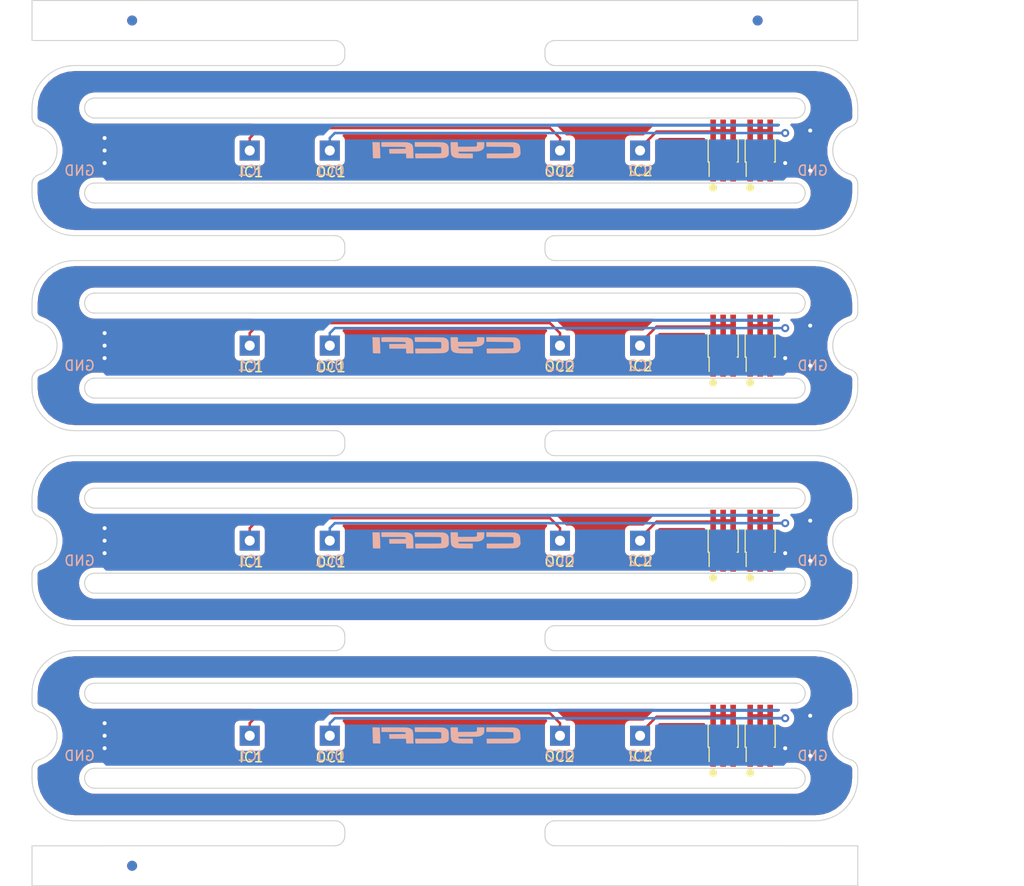
<source format=kicad_pcb>
(kicad_pcb (version 20171130) (host pcbnew 5.1.5+dfsg1-2build2)
  (layers (0 F.Cu signal) (31 B.Cu signal) (34 B.Paste user) (35 F.Paste user) (36 B.SilkS user) (37 F.SilkS user) (38 B.Mask user) (39 F.Mask user) (44 Edge.Cuts user))
  (net 0 "")
  (net 1 Board_1-/ic1)
  (net 2 Board_1-/ic2)
  (net 3 Board_1-/oc1)
  (net 4 Board_1-GND)
  (net 5 Board_2-/ic1)
  (net 6 Board_2-/ic2)
  (net 7 Board_2-/oc1)
  (net 8 Board_2-GND)
  (net 9 Board_3-/ic1)
  (net 10 Board_3-/ic2)
  (net 11 Board_3-/oc1)
  (net 12 Board_3-GND)
  (net 13 Board_4-/ic1)
  (net 14 Board_4-/ic2)
  (net 15 Board_4-/oc1)
  (net 16 Board_4-GND)
  (module NPTH (layer F.Cu) (at 53.999 130.001068)
    (fp_text reference REF** hide)
    (fp_text value NPTH hide)
    (pad "" np_thru_hole circle (at 0 0) (size 1.5 1.5) (drill 1.5) (layers *.Cu))
  )
  (module NPTH (layer F.Cu) (at 128.501001 45.499)
    (fp_text reference REF** hide)
    (fp_text value NPTH hide)
    (pad "" np_thru_hole circle (at 0 0) (size 1.5 1.5) (drill 1.5) (layers *.Cu))
  )
  (module NPTH (layer F.Cu) (at 53.999 45.499)
    (fp_text reference REF** hide)
    (fp_text value NPTH hide)
    (pad "" np_thru_hole circle (at 0 0) (size 1.5 1.5) (drill 1.5) (layers *.Cu))
  )
  (module Fiducial (layer B.Cu) (at 59.999 130.001068)
    (fp_text reference REF** hide)
    (fp_text value Fiducial hide)
    (pad "" smd circle (at 0 0) (size 1 1) (layers B.Cu B.Mask) (clearance 0.5))
  )
  (module Fiducial (layer F.Cu) (at 59.999 130.001068)
    (fp_text reference REF** hide)
    (fp_text value Fiducial hide)
    (pad "" smd circle (at 0 0) (size 1 1) (layers F.Cu F.Mask) (clearance 0.5))
  )
  (module Fiducial (layer B.Cu) (at 122.501001 45.499)
    (fp_text reference REF** hide)
    (fp_text value Fiducial hide)
    (pad "" smd circle (at 0 0) (size 1 1) (layers B.Cu B.Mask) (clearance 0.5))
  )
  (module Fiducial (layer F.Cu) (at 122.501001 45.499)
    (fp_text reference REF** hide)
    (fp_text value Fiducial hide)
    (pad "" smd circle (at 0 0) (size 1 1) (layers F.Cu F.Mask) (clearance 0.5))
  )
  (module Fiducial (layer B.Cu) (at 59.999 45.499)
    (fp_text reference REF** hide)
    (fp_text value Fiducial hide)
    (pad "" smd circle (at 0 0) (size 1 1) (layers B.Cu B.Mask) (clearance 0.5))
  )
  (module Fiducial (layer F.Cu) (at 59.999 45.499)
    (fp_text reference REF** hide)
    (fp_text value Fiducial hide)
    (pad "" smd circle (at 0 0) (size 1 1) (layers F.Cu F.Mask) (clearance 0.5))
  )
  (module cycfi_library:pin_header_2x3p_1.00mm_smd_vertical (layer F.Cu) (at 119.050001 117.000052 90)
    (fp_text reference J2 hide)
    (fp_text value "Conn 2")
    (pad 4 smd rect (at 1.9 1 90) (size 2.4 0.56) (layers F.Cu F.Paste F.Mask) (net 14 Board_4-/ic2))
    (pad 3 smd rect (at -1.9 1 90) (size 2.4 0.56) (layers F.Cu F.Paste F.Mask) (net 16 Board_4-GND))
    (pad 5 smd rect (at 1.9 0 90) (size 2.4 0.56) (layers F.Cu F.Paste F.Mask) (net 14 Board_4-/ic2))
    (pad 2 smd rect (at -1.9 0 90) (size 2.4 0.56) (layers F.Cu F.Paste F.Mask) (net 16 Board_4-GND))
    (pad 6 smd rect (at 1.9 -1 90) (size 2.4 0.56) (layers F.Cu F.Paste F.Mask) (net 14 Board_4-/ic2))
    (pad 1 smd rect (at -1.9 -1 90) (size 2.4 0.56) (layers F.Cu F.Paste F.Mask) (net 16 Board_4-GND))
  )
  (module cycfi_library:pin_header_2x3p_1.00mm_smd_vertical (layer F.Cu) (at 122.750001 117.000052 90)
    (fp_text reference J1 hide)
    (fp_text value "Conn 1")
    (pad 4 smd rect (at 1.9 1 90) (size 2.4 0.56) (layers F.Cu F.Paste F.Mask) (net 15 Board_4-/oc1))
    (pad 3 smd rect (at -1.9 1 90) (size 2.4 0.56) (layers F.Cu F.Paste F.Mask) (net 16 Board_4-GND))
    (pad 5 smd rect (at 1.9 0 90) (size 2.4 0.56) (layers F.Cu F.Paste F.Mask) (net 15 Board_4-/oc1))
    (pad 2 smd rect (at -1.9 0 90) (size 2.4 0.56) (layers F.Cu F.Paste F.Mask) (net 16 Board_4-GND))
    (pad 6 smd rect (at 1.9 -1 90) (size 2.4 0.56) (layers F.Cu F.Paste F.Mask) (net 15 Board_4-/oc1))
    (pad 1 smd rect (at -1.9 -1 90) (size 2.4 0.56) (layers F.Cu F.Paste F.Mask) (net 16 Board_4-GND))
  )
  (module cycfi_library:cycfi-logo-15mm (layer B.Cu) (at 91.500001 117.000052 180)
    (fp_text reference G*** hide)
    (fp_text value LOGO hide)
  )
  (module cycfi_library:single-pad-2x2-th (layer B.Cu) (at 71.750001 117.000052)
    (fp_text reference IC1 (at 0.15 2.15) (layer F.SilkS))
    (fp_text value single_pad_smd)
    (pad 1 thru_hole rect (at 0 0) (size 2 2) (drill 1) (layers *.Cu *.Mask) (net 13 Board_4-/ic1))
  )
  (module cycfi_library:single-pad-2x2-th (layer B.Cu) (at 110.750001 117.000052)
    (fp_text reference IC2 (at 0.05 2.05) (layer F.SilkS))
    (fp_text value single_pad_smd)
    (pad 1 thru_hole rect (at 0 0) (size 2 2) (drill 1) (layers *.Cu *.Mask) (net 14 Board_4-/ic2))
  )
  (module cycfi_library:single-pad-2x2-th (layer B.Cu) (at 79.750001 117.000052)
    (fp_text reference OC1 (at 0.1 2.15) (layer F.SilkS))
    (fp_text value single_pad_smd)
    (pad 1 thru_hole rect (at 0 0) (size 2 2) (drill 1) (layers *.Cu *.Mask) (net 15 Board_4-/oc1))
  )
  (module cycfi_library:single-pad-2x2-th (layer B.Cu) (at 102.750001 117.000052)
    (fp_text reference OC2 (at -0.05 2.1) (layer F.SilkS))
    (fp_text value single_pad_smd)
    (pad 1 thru_hole rect (at 0 0) (size 2 2) (drill 1) (layers *.Cu *.Mask) (net 13 Board_4-/ic1))
  )
  (module cycfi_library:single-pad-3x2 (layer B.Cu) (at 54.750001 117.000052)
    (fp_text reference GND (at 0 2 180) (layer B.SilkS) (effects (justify mirror)))
    (fp_text value single_pad_smd)
    (pad 1 smd rect (at 0 0) (size 3 2) (layers B.Cu B.Paste B.Mask) (net 16 Board_4-GND))
  )
  (module cycfi_library:single-pad-3x2 (layer B.Cu) (at 127.750001 117.000052 180)
    (fp_text reference GND (at -0.25 -2 180) (layer B.SilkS) (effects (justify mirror)))
    (fp_text value single_pad_smd)
    (pad 1 smd rect (at 0 0 180) (size 3 2) (layers B.Cu B.Paste B.Mask) (net 16 Board_4-GND))
  )
  (module cycfi_library:pin_header_2x3p_1.00mm_smd_vertical (layer F.Cu) (at 119.050001 97.500035 90)
    (fp_text reference J2 hide)
    (fp_text value "Conn 2")
    (pad 4 smd rect (at 1.9 1 90) (size 2.4 0.56) (layers F.Cu F.Paste F.Mask) (net 10 Board_3-/ic2))
    (pad 3 smd rect (at -1.9 1 90) (size 2.4 0.56) (layers F.Cu F.Paste F.Mask) (net 12 Board_3-GND))
    (pad 5 smd rect (at 1.9 0 90) (size 2.4 0.56) (layers F.Cu F.Paste F.Mask) (net 10 Board_3-/ic2))
    (pad 2 smd rect (at -1.9 0 90) (size 2.4 0.56) (layers F.Cu F.Paste F.Mask) (net 12 Board_3-GND))
    (pad 6 smd rect (at 1.9 -1 90) (size 2.4 0.56) (layers F.Cu F.Paste F.Mask) (net 10 Board_3-/ic2))
    (pad 1 smd rect (at -1.9 -1 90) (size 2.4 0.56) (layers F.Cu F.Paste F.Mask) (net 12 Board_3-GND))
  )
  (module cycfi_library:pin_header_2x3p_1.00mm_smd_vertical (layer F.Cu) (at 122.750001 97.500035 90)
    (fp_text reference J1 hide)
    (fp_text value "Conn 1")
    (pad 4 smd rect (at 1.9 1 90) (size 2.4 0.56) (layers F.Cu F.Paste F.Mask) (net 11 Board_3-/oc1))
    (pad 3 smd rect (at -1.9 1 90) (size 2.4 0.56) (layers F.Cu F.Paste F.Mask) (net 12 Board_3-GND))
    (pad 5 smd rect (at 1.9 0 90) (size 2.4 0.56) (layers F.Cu F.Paste F.Mask) (net 11 Board_3-/oc1))
    (pad 2 smd rect (at -1.9 0 90) (size 2.4 0.56) (layers F.Cu F.Paste F.Mask) (net 12 Board_3-GND))
    (pad 6 smd rect (at 1.9 -1 90) (size 2.4 0.56) (layers F.Cu F.Paste F.Mask) (net 11 Board_3-/oc1))
    (pad 1 smd rect (at -1.9 -1 90) (size 2.4 0.56) (layers F.Cu F.Paste F.Mask) (net 12 Board_3-GND))
  )
  (module cycfi_library:cycfi-logo-15mm (layer B.Cu) (at 91.500001 97.500035 180)
    (fp_text reference G*** hide)
    (fp_text value LOGO hide)
  )
  (module cycfi_library:single-pad-2x2-th (layer B.Cu) (at 71.750001 97.500035)
    (fp_text reference IC1 (at 0.15 2.15) (layer F.SilkS))
    (fp_text value single_pad_smd)
    (pad 1 thru_hole rect (at 0 0) (size 2 2) (drill 1) (layers *.Cu *.Mask) (net 9 Board_3-/ic1))
  )
  (module cycfi_library:single-pad-2x2-th (layer B.Cu) (at 110.750001 97.500035)
    (fp_text reference IC2 (at 0.05 2.05) (layer F.SilkS))
    (fp_text value single_pad_smd)
    (pad 1 thru_hole rect (at 0 0) (size 2 2) (drill 1) (layers *.Cu *.Mask) (net 10 Board_3-/ic2))
  )
  (module cycfi_library:single-pad-2x2-th (layer B.Cu) (at 79.750001 97.500035)
    (fp_text reference OC1 (at 0.1 2.15) (layer F.SilkS))
    (fp_text value single_pad_smd)
    (pad 1 thru_hole rect (at 0 0) (size 2 2) (drill 1) (layers *.Cu *.Mask) (net 11 Board_3-/oc1))
  )
  (module cycfi_library:single-pad-2x2-th (layer B.Cu) (at 102.750001 97.500035)
    (fp_text reference OC2 (at -0.05 2.1) (layer F.SilkS))
    (fp_text value single_pad_smd)
    (pad 1 thru_hole rect (at 0 0) (size 2 2) (drill 1) (layers *.Cu *.Mask) (net 9 Board_3-/ic1))
  )
  (module cycfi_library:single-pad-3x2 (layer B.Cu) (at 54.750001 97.500035)
    (fp_text reference GND (at 0 2 180) (layer B.SilkS) (effects (justify mirror)))
    (fp_text value single_pad_smd)
    (pad 1 smd rect (at 0 0) (size 3 2) (layers B.Cu B.Paste B.Mask) (net 12 Board_3-GND))
  )
  (module cycfi_library:single-pad-3x2 (layer B.Cu) (at 127.750001 97.500035 180)
    (fp_text reference GND (at -0.25 -2 180) (layer B.SilkS) (effects (justify mirror)))
    (fp_text value single_pad_smd)
    (pad 1 smd rect (at 0 0 180) (size 3 2) (layers B.Cu B.Paste B.Mask) (net 12 Board_3-GND))
  )
  (module cycfi_library:pin_header_2x3p_1.00mm_smd_vertical (layer F.Cu) (at 119.050001 78.000018 90)
    (fp_text reference J2 hide)
    (fp_text value "Conn 2")
    (pad 4 smd rect (at 1.9 1 90) (size 2.4 0.56) (layers F.Cu F.Paste F.Mask) (net 6 Board_2-/ic2))
    (pad 3 smd rect (at -1.9 1 90) (size 2.4 0.56) (layers F.Cu F.Paste F.Mask) (net 8 Board_2-GND))
    (pad 5 smd rect (at 1.9 0 90) (size 2.4 0.56) (layers F.Cu F.Paste F.Mask) (net 6 Board_2-/ic2))
    (pad 2 smd rect (at -1.9 0 90) (size 2.4 0.56) (layers F.Cu F.Paste F.Mask) (net 8 Board_2-GND))
    (pad 6 smd rect (at 1.9 -1 90) (size 2.4 0.56) (layers F.Cu F.Paste F.Mask) (net 6 Board_2-/ic2))
    (pad 1 smd rect (at -1.9 -1 90) (size 2.4 0.56) (layers F.Cu F.Paste F.Mask) (net 8 Board_2-GND))
  )
  (module cycfi_library:pin_header_2x3p_1.00mm_smd_vertical (layer F.Cu) (at 122.750001 78.000018 90)
    (fp_text reference J1 hide)
    (fp_text value "Conn 1")
    (pad 4 smd rect (at 1.9 1 90) (size 2.4 0.56) (layers F.Cu F.Paste F.Mask) (net 7 Board_2-/oc1))
    (pad 3 smd rect (at -1.9 1 90) (size 2.4 0.56) (layers F.Cu F.Paste F.Mask) (net 8 Board_2-GND))
    (pad 5 smd rect (at 1.9 0 90) (size 2.4 0.56) (layers F.Cu F.Paste F.Mask) (net 7 Board_2-/oc1))
    (pad 2 smd rect (at -1.9 0 90) (size 2.4 0.56) (layers F.Cu F.Paste F.Mask) (net 8 Board_2-GND))
    (pad 6 smd rect (at 1.9 -1 90) (size 2.4 0.56) (layers F.Cu F.Paste F.Mask) (net 7 Board_2-/oc1))
    (pad 1 smd rect (at -1.9 -1 90) (size 2.4 0.56) (layers F.Cu F.Paste F.Mask) (net 8 Board_2-GND))
  )
  (module cycfi_library:cycfi-logo-15mm (layer B.Cu) (at 91.500001 78.000018 180)
    (fp_text reference G*** hide)
    (fp_text value LOGO hide)
  )
  (module cycfi_library:single-pad-2x2-th (layer B.Cu) (at 71.750001 78.000018)
    (fp_text reference IC1 (at 0.15 2.15) (layer F.SilkS))
    (fp_text value single_pad_smd)
    (pad 1 thru_hole rect (at 0 0) (size 2 2) (drill 1) (layers *.Cu *.Mask) (net 5 Board_2-/ic1))
  )
  (module cycfi_library:single-pad-2x2-th (layer B.Cu) (at 110.750001 78.000018)
    (fp_text reference IC2 (at 0.05 2.05) (layer F.SilkS))
    (fp_text value single_pad_smd)
    (pad 1 thru_hole rect (at 0 0) (size 2 2) (drill 1) (layers *.Cu *.Mask) (net 6 Board_2-/ic2))
  )
  (module cycfi_library:single-pad-2x2-th (layer B.Cu) (at 79.750001 78.000018)
    (fp_text reference OC1 (at 0.1 2.15) (layer F.SilkS))
    (fp_text value single_pad_smd)
    (pad 1 thru_hole rect (at 0 0) (size 2 2) (drill 1) (layers *.Cu *.Mask) (net 7 Board_2-/oc1))
  )
  (module cycfi_library:single-pad-2x2-th (layer B.Cu) (at 102.750001 78.000018)
    (fp_text reference OC2 (at -0.05 2.1) (layer F.SilkS))
    (fp_text value single_pad_smd)
    (pad 1 thru_hole rect (at 0 0) (size 2 2) (drill 1) (layers *.Cu *.Mask) (net 5 Board_2-/ic1))
  )
  (module cycfi_library:single-pad-3x2 (layer B.Cu) (at 54.750001 78.000018)
    (fp_text reference GND (at 0 2 180) (layer B.SilkS) (effects (justify mirror)))
    (fp_text value single_pad_smd)
    (pad 1 smd rect (at 0 0) (size 3 2) (layers B.Cu B.Paste B.Mask) (net 8 Board_2-GND))
  )
  (module cycfi_library:single-pad-3x2 (layer B.Cu) (at 127.750001 78.000018 180)
    (fp_text reference GND (at -0.25 -2 180) (layer B.SilkS) (effects (justify mirror)))
    (fp_text value single_pad_smd)
    (pad 1 smd rect (at 0 0 180) (size 3 2) (layers B.Cu B.Paste B.Mask) (net 8 Board_2-GND))
  )
  (module cycfi_library:pin_header_2x3p_1.00mm_smd_vertical (layer F.Cu) (at 119.050001 58.500001 90)
    (fp_text reference J2 hide)
    (fp_text value "Conn 2")
    (pad 4 smd rect (at 1.9 1 90) (size 2.4 0.56) (layers F.Cu F.Paste F.Mask) (net 2 Board_1-/ic2))
    (pad 3 smd rect (at -1.9 1 90) (size 2.4 0.56) (layers F.Cu F.Paste F.Mask) (net 4 Board_1-GND))
    (pad 5 smd rect (at 1.9 0 90) (size 2.4 0.56) (layers F.Cu F.Paste F.Mask) (net 2 Board_1-/ic2))
    (pad 2 smd rect (at -1.9 0 90) (size 2.4 0.56) (layers F.Cu F.Paste F.Mask) (net 4 Board_1-GND))
    (pad 6 smd rect (at 1.9 -1 90) (size 2.4 0.56) (layers F.Cu F.Paste F.Mask) (net 2 Board_1-/ic2))
    (pad 1 smd rect (at -1.9 -1 90) (size 2.4 0.56) (layers F.Cu F.Paste F.Mask) (net 4 Board_1-GND))
  )
  (module cycfi_library:pin_header_2x3p_1.00mm_smd_vertical (layer F.Cu) (at 122.750001 58.500001 90)
    (fp_text reference J1 hide)
    (fp_text value "Conn 1")
    (pad 4 smd rect (at 1.9 1 90) (size 2.4 0.56) (layers F.Cu F.Paste F.Mask) (net 3 Board_1-/oc1))
    (pad 3 smd rect (at -1.9 1 90) (size 2.4 0.56) (layers F.Cu F.Paste F.Mask) (net 4 Board_1-GND))
    (pad 5 smd rect (at 1.9 0 90) (size 2.4 0.56) (layers F.Cu F.Paste F.Mask) (net 3 Board_1-/oc1))
    (pad 2 smd rect (at -1.9 0 90) (size 2.4 0.56) (layers F.Cu F.Paste F.Mask) (net 4 Board_1-GND))
    (pad 6 smd rect (at 1.9 -1 90) (size 2.4 0.56) (layers F.Cu F.Paste F.Mask) (net 3 Board_1-/oc1))
    (pad 1 smd rect (at -1.9 -1 90) (size 2.4 0.56) (layers F.Cu F.Paste F.Mask) (net 4 Board_1-GND))
  )
  (module cycfi_library:cycfi-logo-15mm (layer B.Cu) (at 91.500001 58.500001 180)
    (fp_text reference G*** hide)
    (fp_text value LOGO hide)
  )
  (module cycfi_library:single-pad-2x2-th (layer B.Cu) (at 71.750001 58.500001)
    (fp_text reference IC1 (at 0.15 2.15) (layer F.SilkS))
    (fp_text value single_pad_smd)
    (pad 1 thru_hole rect (at 0 0) (size 2 2) (drill 1) (layers *.Cu *.Mask) (net 1 Board_1-/ic1))
  )
  (module cycfi_library:single-pad-2x2-th (layer B.Cu) (at 110.750001 58.500001)
    (fp_text reference IC2 (at 0.05 2.05) (layer F.SilkS))
    (fp_text value single_pad_smd)
    (pad 1 thru_hole rect (at 0 0) (size 2 2) (drill 1) (layers *.Cu *.Mask) (net 2 Board_1-/ic2))
  )
  (module cycfi_library:single-pad-2x2-th (layer B.Cu) (at 79.750001 58.500001)
    (fp_text reference OC1 (at 0.1 2.15) (layer F.SilkS))
    (fp_text value single_pad_smd)
    (pad 1 thru_hole rect (at 0 0) (size 2 2) (drill 1) (layers *.Cu *.Mask) (net 3 Board_1-/oc1))
  )
  (module cycfi_library:single-pad-2x2-th (layer B.Cu) (at 102.750001 58.500001)
    (fp_text reference OC2 (at -0.05 2.1) (layer F.SilkS))
    (fp_text value single_pad_smd)
    (pad 1 thru_hole rect (at 0 0) (size 2 2) (drill 1) (layers *.Cu *.Mask) (net 1 Board_1-/ic1))
  )
  (module cycfi_library:single-pad-3x2 (layer B.Cu) (at 54.750001 58.500001)
    (fp_text reference GND (at 0 2 180) (layer B.SilkS) (effects (justify mirror)))
    (fp_text value single_pad_smd)
    (pad 1 smd rect (at 0 0) (size 3 2) (layers B.Cu B.Paste B.Mask) (net 4 Board_1-GND))
  )
  (module cycfi_library:single-pad-3x2 (layer B.Cu) (at 127.750001 58.500001 180)
    (fp_text reference GND (at -0.25 -2 180) (layer B.SilkS) (effects (justify mirror)))
    (fp_text value single_pad_smd)
    (pad 1 smd rect (at 0 0 180) (size 3 2) (layers B.Cu B.Paste B.Mask) (net 4 Board_1-GND))
  )
  (gr_line (start 126.4999 102.7159) (end 126.4011 102.7362) (layer Edge.Cuts) (width 0.1))
  (gr_line (start 126.5964 102.6857) (end 126.4999 102.7159) (layer Edge.Cuts) (width 0.1))
  (gr_line (start 126.6893 102.6459) (end 126.5964 102.6857) (layer Edge.Cuts) (width 0.1))
  (gr_line (start 126.7776 102.5968) (end 126.6893 102.6459) (layer Edge.Cuts) (width 0.1))
  (gr_line (start 126.8608 102.5389) (end 126.7776 102.5968) (layer Edge.Cuts) (width 0.1))
  (gr_line (start 126.9375 102.4731) (end 126.8608 102.5389) (layer Edge.Cuts) (width 0.1))
  (gr_line (start 127.0071 102.3998) (end 126.9375 102.4731) (layer Edge.Cuts) (width 0.1))
  (gr_line (start 127.069 102.3199) (end 127.0071 102.3998) (layer Edge.Cuts) (width 0.1))
  (gr_line (start 127.1224 102.2341) (end 127.069 102.3199) (layer Edge.Cuts) (width 0.1))
  (gr_line (start 127.1669 102.1434) (end 127.1224 102.2341) (layer Edge.Cuts) (width 0.1))
  (gr_line (start 127.202 102.0486) (end 127.1669 102.1434) (layer Edge.Cuts) (width 0.1))
  (gr_line (start 127.2273 101.9507) (end 127.202 102.0486) (layer Edge.Cuts) (width 0.1))
  (gr_line (start 127.2426 101.8508) (end 127.2273 101.9507) (layer Edge.Cuts) (width 0.1))
  (gr_line (start 127.2477 101.7499) (end 127.2426 101.8508) (layer Edge.Cuts) (width 0.1))
  (gr_line (start 127.2426 101.6492) (end 127.2477 101.7499) (layer Edge.Cuts) (width 0.1))
  (gr_line (start 127.2273 101.5493) (end 127.2426 101.6492) (layer Edge.Cuts) (width 0.1))
  (gr_line (start 127.202 101.4515) (end 127.2273 101.5493) (layer Edge.Cuts) (width 0.1))
  (gr_line (start 127.1669 101.3567) (end 127.202 101.4515) (layer Edge.Cuts) (width 0.1))
  (gr_line (start 127.1224 101.266) (end 127.1669 101.3567) (layer Edge.Cuts) (width 0.1))
  (gr_line (start 127.069 101.1802) (end 127.1224 101.266) (layer Edge.Cuts) (width 0.1))
  (gr_line (start 127.0071 101.1003) (end 127.069 101.1802) (layer Edge.Cuts) (width 0.1))
  (gr_line (start 126.9373 101.0268) (end 127.0071 101.1003) (layer Edge.Cuts) (width 0.1))
  (gr_line (start 126.8606 100.961) (end 126.9373 101.0268) (layer Edge.Cuts) (width 0.1))
  (gr_line (start 126.7776 100.9033) (end 126.8606 100.961) (layer Edge.Cuts) (width 0.1))
  (gr_line (start 126.6893 100.8542) (end 126.7776 100.9033) (layer Edge.Cuts) (width 0.1))
  (gr_line (start 126.5966 100.8145) (end 126.6893 100.8542) (layer Edge.Cuts) (width 0.1))
  (gr_line (start 126.5002 100.7842) (end 126.5966 100.8145) (layer Edge.Cuts) (width 0.1))
  (gr_line (start 126.4012 100.7638) (end 126.5002 100.7842) (layer Edge.Cuts) (width 0.1))
  (gr_line (start 126.3007 100.7536) (end 126.4012 100.7638) (layer Edge.Cuts) (width 0.1))
  (gr_line (start 126.2248 100.751) (end 126.3007 100.7536) (layer Edge.Cuts) (width 0.1))
  (gr_line (start 56.2754 100.751) (end 126.2248 100.751) (layer Edge.Cuts) (width 0.1))
  (gr_line (start 56.1992 100.7536) (end 56.2754 100.751) (layer Edge.Cuts) (width 0.1))
  (gr_line (start 56.0988 100.7638) (end 56.1992 100.7536) (layer Edge.Cuts) (width 0.1))
  (gr_line (start 55.9998 100.7842) (end 56.0988 100.7638) (layer Edge.Cuts) (width 0.1))
  (gr_line (start 55.9034 100.8145) (end 55.9998 100.7842) (layer Edge.Cuts) (width 0.1))
  (gr_line (start 55.8105 100.8543) (end 55.9034 100.8145) (layer Edge.Cuts) (width 0.1))
  (gr_line (start 55.7221 100.9034) (end 55.8105 100.8543) (layer Edge.Cuts) (width 0.1))
  (gr_line (start 55.6392 100.9611) (end 55.7221 100.9034) (layer Edge.Cuts) (width 0.1))
  (gr_line (start 55.5625 101.027) (end 55.6392 100.9611) (layer Edge.Cuts) (width 0.1))
  (gr_line (start 55.4929 101.1003) (end 55.5625 101.027) (layer Edge.Cuts) (width 0.1))
  (gr_line (start 55.431 101.1802) (end 55.4929 101.1003) (layer Edge.Cuts) (width 0.1))
  (gr_line (start 55.3776 101.266) (end 55.431 101.1802) (layer Edge.Cuts) (width 0.1))
  (gr_line (start 55.3331 101.3567) (end 55.3776 101.266) (layer Edge.Cuts) (width 0.1))
  (gr_line (start 55.2981 101.4512) (end 55.3331 101.3567) (layer Edge.Cuts) (width 0.1))
  (gr_line (start 55.2727 101.5491) (end 55.2981 101.4512) (layer Edge.Cuts) (width 0.1))
  (gr_line (start 55.2574 101.649) (end 55.2727 101.5491) (layer Edge.Cuts) (width 0.1))
  (gr_line (start 55.2523 101.7499) (end 55.2574 101.649) (layer Edge.Cuts) (width 0.1))
  (gr_line (start 55.2574 101.8508) (end 55.2523 101.7499) (layer Edge.Cuts) (width 0.1))
  (gr_line (start 55.2727 101.9507) (end 55.2574 101.8508) (layer Edge.Cuts) (width 0.1))
  (gr_line (start 55.298 102.0486) (end 55.2727 101.9507) (layer Edge.Cuts) (width 0.1))
  (gr_line (start 55.3331 102.1434) (end 55.298 102.0486) (layer Edge.Cuts) (width 0.1))
  (gr_line (start 55.3776 102.2341) (end 55.3331 102.1434) (layer Edge.Cuts) (width 0.1))
  (gr_line (start 55.431 102.3199) (end 55.3776 102.2341) (layer Edge.Cuts) (width 0.1))
  (gr_line (start 55.4929 102.3998) (end 55.431 102.3199) (layer Edge.Cuts) (width 0.1))
  (gr_line (start 55.5625 102.4731) (end 55.4929 102.3998) (layer Edge.Cuts) (width 0.1))
  (gr_line (start 55.6392 102.5389) (end 55.5625 102.4731) (layer Edge.Cuts) (width 0.1))
  (gr_line (start 55.7221 102.5967) (end 55.6392 102.5389) (layer Edge.Cuts) (width 0.1))
  (gr_line (start 55.8105 102.6457) (end 55.7221 102.5967) (layer Edge.Cuts) (width 0.1))
  (gr_line (start 55.9034 102.6856) (end 55.8105 102.6457) (layer Edge.Cuts) (width 0.1))
  (gr_line (start 55.9998 102.7159) (end 55.9034 102.6856) (layer Edge.Cuts) (width 0.1))
  (gr_line (start 56.0988 102.7362) (end 55.9998 102.7159) (layer Edge.Cuts) (width 0.1))
  (gr_line (start 56.1993 102.7465) (end 56.0988 102.7362) (layer Edge.Cuts) (width 0.1))
  (gr_line (start 56.2752 102.749) (end 56.1993 102.7465) (layer Edge.Cuts) (width 0.1))
  (gr_line (start 126.2249 102.749) (end 56.2752 102.749) (layer Edge.Cuts) (width 0.1))
  (gr_line (start 126.3005 102.7465) (end 126.2249 102.749) (layer Edge.Cuts) (width 0.1))
  (gr_line (start 126.4011 102.7362) (end 126.3005 102.7465) (layer Edge.Cuts) (width 0.1))
  (gr_line (start 126.4999 94.2159) (end 126.4011 94.2362) (layer Edge.Cuts) (width 0.1))
  (gr_line (start 126.5964 94.1857) (end 126.4999 94.2159) (layer Edge.Cuts) (width 0.1))
  (gr_line (start 126.6893 94.1459) (end 126.5964 94.1857) (layer Edge.Cuts) (width 0.1))
  (gr_line (start 126.7776 94.0968) (end 126.6893 94.1459) (layer Edge.Cuts) (width 0.1))
  (gr_line (start 126.8608 94.0389) (end 126.7776 94.0968) (layer Edge.Cuts) (width 0.1))
  (gr_line (start 126.9375 93.9731) (end 126.8608 94.0389) (layer Edge.Cuts) (width 0.1))
  (gr_line (start 127.0071 93.8998) (end 126.9375 93.9731) (layer Edge.Cuts) (width 0.1))
  (gr_line (start 127.069 93.8199) (end 127.0071 93.8998) (layer Edge.Cuts) (width 0.1))
  (gr_line (start 127.1224 93.7341) (end 127.069 93.8199) (layer Edge.Cuts) (width 0.1))
  (gr_line (start 127.1669 93.6434) (end 127.1224 93.7341) (layer Edge.Cuts) (width 0.1))
  (gr_line (start 127.202 93.5486) (end 127.1669 93.6434) (layer Edge.Cuts) (width 0.1))
  (gr_line (start 127.2273 93.4507) (end 127.202 93.5486) (layer Edge.Cuts) (width 0.1))
  (gr_line (start 127.2426 93.3508) (end 127.2273 93.4507) (layer Edge.Cuts) (width 0.1))
  (gr_line (start 127.2477 93.2499) (end 127.2426 93.3508) (layer Edge.Cuts) (width 0.1))
  (gr_line (start 127.2426 93.1492) (end 127.2477 93.2499) (layer Edge.Cuts) (width 0.1))
  (gr_line (start 127.2273 93.0493) (end 127.2426 93.1492) (layer Edge.Cuts) (width 0.1))
  (gr_line (start 127.202 92.9515) (end 127.2273 93.0493) (layer Edge.Cuts) (width 0.1))
  (gr_line (start 127.1669 92.8567) (end 127.202 92.9515) (layer Edge.Cuts) (width 0.1))
  (gr_line (start 127.1224 92.766) (end 127.1669 92.8567) (layer Edge.Cuts) (width 0.1))
  (gr_line (start 127.069 92.6802) (end 127.1224 92.766) (layer Edge.Cuts) (width 0.1))
  (gr_line (start 127.0071 92.6003) (end 127.069 92.6802) (layer Edge.Cuts) (width 0.1))
  (gr_line (start 126.9373 92.5268) (end 127.0071 92.6003) (layer Edge.Cuts) (width 0.1))
  (gr_line (start 126.8606 92.461) (end 126.9373 92.5268) (layer Edge.Cuts) (width 0.1))
  (gr_line (start 126.7776 92.4033) (end 126.8606 92.461) (layer Edge.Cuts) (width 0.1))
  (gr_line (start 126.6893 92.3542) (end 126.7776 92.4033) (layer Edge.Cuts) (width 0.1))
  (gr_line (start 126.5966 92.3145) (end 126.6893 92.3542) (layer Edge.Cuts) (width 0.1))
  (gr_line (start 126.5002 92.2842) (end 126.5966 92.3145) (layer Edge.Cuts) (width 0.1))
  (gr_line (start 126.4012 92.2638) (end 126.5002 92.2842) (layer Edge.Cuts) (width 0.1))
  (gr_line (start 126.3007 92.2536) (end 126.4012 92.2638) (layer Edge.Cuts) (width 0.1))
  (gr_line (start 126.2248 92.251) (end 126.3007 92.2536) (layer Edge.Cuts) (width 0.1))
  (gr_line (start 56.2754 92.251) (end 126.2248 92.251) (layer Edge.Cuts) (width 0.1))
  (gr_line (start 56.1992 92.2536) (end 56.2754 92.251) (layer Edge.Cuts) (width 0.1))
  (gr_line (start 56.0988 92.2638) (end 56.1992 92.2536) (layer Edge.Cuts) (width 0.1))
  (gr_line (start 55.9998 92.2842) (end 56.0988 92.2638) (layer Edge.Cuts) (width 0.1))
  (gr_line (start 55.9034 92.3145) (end 55.9998 92.2842) (layer Edge.Cuts) (width 0.1))
  (gr_line (start 55.8105 92.3543) (end 55.9034 92.3145) (layer Edge.Cuts) (width 0.1))
  (gr_line (start 55.7221 92.4034) (end 55.8105 92.3543) (layer Edge.Cuts) (width 0.1))
  (gr_line (start 55.6392 92.4611) (end 55.7221 92.4034) (layer Edge.Cuts) (width 0.1))
  (gr_line (start 55.5625 92.527) (end 55.6392 92.4611) (layer Edge.Cuts) (width 0.1))
  (gr_line (start 55.4929 92.6003) (end 55.5625 92.527) (layer Edge.Cuts) (width 0.1))
  (gr_line (start 55.431 92.6802) (end 55.4929 92.6003) (layer Edge.Cuts) (width 0.1))
  (gr_line (start 55.3776 92.766) (end 55.431 92.6802) (layer Edge.Cuts) (width 0.1))
  (gr_line (start 55.3331 92.8567) (end 55.3776 92.766) (layer Edge.Cuts) (width 0.1))
  (gr_line (start 55.2981 92.9512) (end 55.3331 92.8567) (layer Edge.Cuts) (width 0.1))
  (gr_line (start 55.2727 93.0491) (end 55.2981 92.9512) (layer Edge.Cuts) (width 0.1))
  (gr_line (start 55.2574 93.149) (end 55.2727 93.0491) (layer Edge.Cuts) (width 0.1))
  (gr_line (start 55.2523 93.2499) (end 55.2574 93.149) (layer Edge.Cuts) (width 0.1))
  (gr_line (start 55.2574 93.3508) (end 55.2523 93.2499) (layer Edge.Cuts) (width 0.1))
  (gr_line (start 55.2727 93.4507) (end 55.2574 93.3508) (layer Edge.Cuts) (width 0.1))
  (gr_line (start 55.298 93.5486) (end 55.2727 93.4507) (layer Edge.Cuts) (width 0.1))
  (gr_line (start 55.3331 93.6434) (end 55.298 93.5486) (layer Edge.Cuts) (width 0.1))
  (gr_line (start 55.3776 93.7341) (end 55.3331 93.6434) (layer Edge.Cuts) (width 0.1))
  (gr_line (start 55.431 93.8199) (end 55.3776 93.7341) (layer Edge.Cuts) (width 0.1))
  (gr_line (start 55.4929 93.8998) (end 55.431 93.8199) (layer Edge.Cuts) (width 0.1))
  (gr_line (start 55.5625 93.9731) (end 55.4929 93.8998) (layer Edge.Cuts) (width 0.1))
  (gr_line (start 55.6392 94.0389) (end 55.5625 93.9731) (layer Edge.Cuts) (width 0.1))
  (gr_line (start 55.7221 94.0967) (end 55.6392 94.0389) (layer Edge.Cuts) (width 0.1))
  (gr_line (start 55.8105 94.1457) (end 55.7221 94.0967) (layer Edge.Cuts) (width 0.1))
  (gr_line (start 55.9034 94.1856) (end 55.8105 94.1457) (layer Edge.Cuts) (width 0.1))
  (gr_line (start 55.9998 94.2159) (end 55.9034 94.1856) (layer Edge.Cuts) (width 0.1))
  (gr_line (start 56.0988 94.2362) (end 55.9998 94.2159) (layer Edge.Cuts) (width 0.1))
  (gr_line (start 56.1993 94.2465) (end 56.0988 94.2362) (layer Edge.Cuts) (width 0.1))
  (gr_line (start 56.2752 94.249) (end 56.1993 94.2465) (layer Edge.Cuts) (width 0.1))
  (gr_line (start 126.2249 94.249) (end 56.2752 94.249) (layer Edge.Cuts) (width 0.1))
  (gr_line (start 126.3005 94.2465) (end 126.2249 94.249) (layer Edge.Cuts) (width 0.1))
  (gr_line (start 126.4011 94.2362) (end 126.3005 94.2465) (layer Edge.Cuts) (width 0.1))
  (gr_line (start 126.4999 83.2159) (end 126.401 83.2362) (layer Edge.Cuts) (width 0.1))
  (gr_line (start 126.5964 83.1857) (end 126.4999 83.2159) (layer Edge.Cuts) (width 0.1))
  (gr_line (start 126.6893 83.1458) (end 126.5964 83.1857) (layer Edge.Cuts) (width 0.1))
  (gr_line (start 126.7776 83.0968) (end 126.6893 83.1458) (layer Edge.Cuts) (width 0.1))
  (gr_line (start 126.8608 83.0389) (end 126.7776 83.0968) (layer Edge.Cuts) (width 0.1))
  (gr_line (start 126.9375 82.9731) (end 126.8608 83.0389) (layer Edge.Cuts) (width 0.1))
  (gr_line (start 127.0071 82.8998) (end 126.9375 82.9731) (layer Edge.Cuts) (width 0.1))
  (gr_line (start 127.069 82.8199) (end 127.0071 82.8998) (layer Edge.Cuts) (width 0.1))
  (gr_line (start 127.1224 82.7341) (end 127.069 82.8199) (layer Edge.Cuts) (width 0.1))
  (gr_line (start 127.1669 82.6433) (end 127.1224 82.7341) (layer Edge.Cuts) (width 0.1))
  (gr_line (start 127.202 82.5486) (end 127.1669 82.6433) (layer Edge.Cuts) (width 0.1))
  (gr_line (start 127.2273 82.4507) (end 127.202 82.5486) (layer Edge.Cuts) (width 0.1))
  (gr_line (start 127.2426 82.3508) (end 127.2273 82.4507) (layer Edge.Cuts) (width 0.1))
  (gr_line (start 127.2477 82.2499) (end 127.2426 82.3508) (layer Edge.Cuts) (width 0.1))
  (gr_line (start 127.2426 82.1492) (end 127.2477 82.2499) (layer Edge.Cuts) (width 0.1))
  (gr_line (start 127.2273 82.0493) (end 127.2426 82.1492) (layer Edge.Cuts) (width 0.1))
  (gr_line (start 127.202 81.9515) (end 127.2273 82.0493) (layer Edge.Cuts) (width 0.1))
  (gr_line (start 127.1669 81.8567) (end 127.202 81.9515) (layer Edge.Cuts) (width 0.1))
  (gr_line (start 127.1224 81.7659) (end 127.1669 81.8567) (layer Edge.Cuts) (width 0.1))
  (gr_line (start 127.069 81.6802) (end 127.1224 81.7659) (layer Edge.Cuts) (width 0.1))
  (gr_line (start 127.0071 81.6002) (end 127.069 81.6802) (layer Edge.Cuts) (width 0.1))
  (gr_line (start 126.9373 81.5268) (end 127.0071 81.6002) (layer Edge.Cuts) (width 0.1))
  (gr_line (start 126.8606 81.461) (end 126.9373 81.5268) (layer Edge.Cuts) (width 0.1))
  (gr_line (start 126.7776 81.4032) (end 126.8606 81.461) (layer Edge.Cuts) (width 0.1))
  (gr_line (start 126.6893 81.3542) (end 126.7776 81.4032) (layer Edge.Cuts) (width 0.1))
  (gr_line (start 126.5966 81.3145) (end 126.6893 81.3542) (layer Edge.Cuts) (width 0.1))
  (gr_line (start 126.5002 81.2842) (end 126.5966 81.3145) (layer Edge.Cuts) (width 0.1))
  (gr_line (start 126.4012 81.2638) (end 126.5002 81.2842) (layer Edge.Cuts) (width 0.1))
  (gr_line (start 126.3007 81.2536) (end 126.4012 81.2638) (layer Edge.Cuts) (width 0.1))
  (gr_line (start 126.2248 81.251) (end 126.3007 81.2536) (layer Edge.Cuts) (width 0.1))
  (gr_line (start 56.2753 81.251) (end 126.2248 81.251) (layer Edge.Cuts) (width 0.1))
  (gr_line (start 56.1992 81.2536) (end 56.2753 81.251) (layer Edge.Cuts) (width 0.1))
  (gr_line (start 56.0988 81.2638) (end 56.1992 81.2536) (layer Edge.Cuts) (width 0.1))
  (gr_line (start 55.9998 81.2842) (end 56.0988 81.2638) (layer Edge.Cuts) (width 0.1))
  (gr_line (start 55.9034 81.3145) (end 55.9998 81.2842) (layer Edge.Cuts) (width 0.1))
  (gr_line (start 55.8105 81.3543) (end 55.9034 81.3145) (layer Edge.Cuts) (width 0.1))
  (gr_line (start 55.7221 81.4034) (end 55.8105 81.3543) (layer Edge.Cuts) (width 0.1))
  (gr_line (start 55.6392 81.4611) (end 55.7221 81.4034) (layer Edge.Cuts) (width 0.1))
  (gr_line (start 55.5625 81.527) (end 55.6392 81.4611) (layer Edge.Cuts) (width 0.1))
  (gr_line (start 55.4929 81.6002) (end 55.5625 81.527) (layer Edge.Cuts) (width 0.1))
  (gr_line (start 55.431 81.6802) (end 55.4929 81.6002) (layer Edge.Cuts) (width 0.1))
  (gr_line (start 55.3776 81.7659) (end 55.431 81.6802) (layer Edge.Cuts) (width 0.1))
  (gr_line (start 55.3331 81.8567) (end 55.3776 81.7659) (layer Edge.Cuts) (width 0.1))
  (gr_line (start 55.2981 81.9512) (end 55.3331 81.8567) (layer Edge.Cuts) (width 0.1))
  (gr_line (start 55.2727 82.049) (end 55.2981 81.9512) (layer Edge.Cuts) (width 0.1))
  (gr_line (start 55.2574 82.1489) (end 55.2727 82.049) (layer Edge.Cuts) (width 0.1))
  (gr_line (start 55.2523 82.2499) (end 55.2574 82.1489) (layer Edge.Cuts) (width 0.1))
  (gr_line (start 55.2574 82.3508) (end 55.2523 82.2499) (layer Edge.Cuts) (width 0.1))
  (gr_line (start 55.2727 82.4507) (end 55.2574 82.3508) (layer Edge.Cuts) (width 0.1))
  (gr_line (start 55.298 82.5486) (end 55.2727 82.4507) (layer Edge.Cuts) (width 0.1))
  (gr_line (start 55.3331 82.6433) (end 55.298 82.5486) (layer Edge.Cuts) (width 0.1))
  (gr_line (start 55.3776 82.7341) (end 55.3331 82.6433) (layer Edge.Cuts) (width 0.1))
  (gr_line (start 55.431 82.8199) (end 55.3776 82.7341) (layer Edge.Cuts) (width 0.1))
  (gr_line (start 55.4929 82.8998) (end 55.431 82.8199) (layer Edge.Cuts) (width 0.1))
  (gr_line (start 55.5625 82.9731) (end 55.4929 82.8998) (layer Edge.Cuts) (width 0.1))
  (gr_line (start 55.6392 83.0389) (end 55.5625 82.9731) (layer Edge.Cuts) (width 0.1))
  (gr_line (start 55.7221 83.0967) (end 55.6392 83.0389) (layer Edge.Cuts) (width 0.1))
  (gr_line (start 55.8105 83.1457) (end 55.7221 83.0967) (layer Edge.Cuts) (width 0.1))
  (gr_line (start 55.9034 83.1856) (end 55.8105 83.1457) (layer Edge.Cuts) (width 0.1))
  (gr_line (start 55.9998 83.2158) (end 55.9034 83.1856) (layer Edge.Cuts) (width 0.1))
  (gr_line (start 56.0988 83.2362) (end 55.9998 83.2158) (layer Edge.Cuts) (width 0.1))
  (gr_line (start 56.1993 83.2464) (end 56.0988 83.2362) (layer Edge.Cuts) (width 0.1))
  (gr_line (start 56.2752 83.249) (end 56.1993 83.2464) (layer Edge.Cuts) (width 0.1))
  (gr_line (start 126.2248 83.249) (end 56.2752 83.249) (layer Edge.Cuts) (width 0.1))
  (gr_line (start 126.3006 83.2464) (end 126.2248 83.249) (layer Edge.Cuts) (width 0.1))
  (gr_line (start 126.401 83.2362) (end 126.3006 83.2464) (layer Edge.Cuts) (width 0.1))
  (gr_line (start 126.4999 74.7159) (end 126.401 74.7362) (layer Edge.Cuts) (width 0.1))
  (gr_line (start 126.5964 74.6857) (end 126.4999 74.7159) (layer Edge.Cuts) (width 0.1))
  (gr_line (start 126.6893 74.6458) (end 126.5964 74.6857) (layer Edge.Cuts) (width 0.1))
  (gr_line (start 126.7776 74.5968) (end 126.6893 74.6458) (layer Edge.Cuts) (width 0.1))
  (gr_line (start 126.8608 74.5389) (end 126.7776 74.5968) (layer Edge.Cuts) (width 0.1))
  (gr_line (start 126.9375 74.4731) (end 126.8608 74.5389) (layer Edge.Cuts) (width 0.1))
  (gr_line (start 127.0071 74.3998) (end 126.9375 74.4731) (layer Edge.Cuts) (width 0.1))
  (gr_line (start 127.069 74.3199) (end 127.0071 74.3998) (layer Edge.Cuts) (width 0.1))
  (gr_line (start 127.1224 74.2341) (end 127.069 74.3199) (layer Edge.Cuts) (width 0.1))
  (gr_line (start 127.1669 74.1433) (end 127.1224 74.2341) (layer Edge.Cuts) (width 0.1))
  (gr_line (start 127.202 74.0486) (end 127.1669 74.1433) (layer Edge.Cuts) (width 0.1))
  (gr_line (start 127.2273 73.9507) (end 127.202 74.0486) (layer Edge.Cuts) (width 0.1))
  (gr_line (start 127.2426 73.8508) (end 127.2273 73.9507) (layer Edge.Cuts) (width 0.1))
  (gr_line (start 127.2477 73.7499) (end 127.2426 73.8508) (layer Edge.Cuts) (width 0.1))
  (gr_line (start 127.2426 73.6492) (end 127.2477 73.7499) (layer Edge.Cuts) (width 0.1))
  (gr_line (start 127.2273 73.5493) (end 127.2426 73.6492) (layer Edge.Cuts) (width 0.1))
  (gr_line (start 127.202 73.4515) (end 127.2273 73.5493) (layer Edge.Cuts) (width 0.1))
  (gr_line (start 127.1669 73.3567) (end 127.202 73.4515) (layer Edge.Cuts) (width 0.1))
  (gr_line (start 127.1224 73.2659) (end 127.1669 73.3567) (layer Edge.Cuts) (width 0.1))
  (gr_line (start 127.069 73.1802) (end 127.1224 73.2659) (layer Edge.Cuts) (width 0.1))
  (gr_line (start 127.0071 73.1002) (end 127.069 73.1802) (layer Edge.Cuts) (width 0.1))
  (gr_line (start 126.9373 73.0268) (end 127.0071 73.1002) (layer Edge.Cuts) (width 0.1))
  (gr_line (start 126.8606 72.961) (end 126.9373 73.0268) (layer Edge.Cuts) (width 0.1))
  (gr_line (start 126.7776 72.9032) (end 126.8606 72.961) (layer Edge.Cuts) (width 0.1))
  (gr_line (start 126.6893 72.8542) (end 126.7776 72.9032) (layer Edge.Cuts) (width 0.1))
  (gr_line (start 126.5966 72.8145) (end 126.6893 72.8542) (layer Edge.Cuts) (width 0.1))
  (gr_line (start 126.5002 72.7842) (end 126.5966 72.8145) (layer Edge.Cuts) (width 0.1))
  (gr_line (start 126.4012 72.7638) (end 126.5002 72.7842) (layer Edge.Cuts) (width 0.1))
  (gr_line (start 126.3007 72.7536) (end 126.4012 72.7638) (layer Edge.Cuts) (width 0.1))
  (gr_line (start 126.2248 72.751) (end 126.3007 72.7536) (layer Edge.Cuts) (width 0.1))
  (gr_line (start 56.2753 72.751) (end 126.2248 72.751) (layer Edge.Cuts) (width 0.1))
  (gr_line (start 56.1992 72.7536) (end 56.2753 72.751) (layer Edge.Cuts) (width 0.1))
  (gr_line (start 56.0988 72.7638) (end 56.1992 72.7536) (layer Edge.Cuts) (width 0.1))
  (gr_line (start 55.9998 72.7842) (end 56.0988 72.7638) (layer Edge.Cuts) (width 0.1))
  (gr_line (start 55.9034 72.8145) (end 55.9998 72.7842) (layer Edge.Cuts) (width 0.1))
  (gr_line (start 55.8105 72.8543) (end 55.9034 72.8145) (layer Edge.Cuts) (width 0.1))
  (gr_line (start 55.7221 72.9034) (end 55.8105 72.8543) (layer Edge.Cuts) (width 0.1))
  (gr_line (start 55.6392 72.9611) (end 55.7221 72.9034) (layer Edge.Cuts) (width 0.1))
  (gr_line (start 55.5625 73.027) (end 55.6392 72.9611) (layer Edge.Cuts) (width 0.1))
  (gr_line (start 55.4929 73.1002) (end 55.5625 73.027) (layer Edge.Cuts) (width 0.1))
  (gr_line (start 55.431 73.1802) (end 55.4929 73.1002) (layer Edge.Cuts) (width 0.1))
  (gr_line (start 55.3776 73.2659) (end 55.431 73.1802) (layer Edge.Cuts) (width 0.1))
  (gr_line (start 55.3331 73.3567) (end 55.3776 73.2659) (layer Edge.Cuts) (width 0.1))
  (gr_line (start 55.2981 73.4512) (end 55.3331 73.3567) (layer Edge.Cuts) (width 0.1))
  (gr_line (start 55.2727 73.549) (end 55.2981 73.4512) (layer Edge.Cuts) (width 0.1))
  (gr_line (start 55.2574 73.6489) (end 55.2727 73.549) (layer Edge.Cuts) (width 0.1))
  (gr_line (start 55.2523 73.7499) (end 55.2574 73.6489) (layer Edge.Cuts) (width 0.1))
  (gr_line (start 55.2574 73.8508) (end 55.2523 73.7499) (layer Edge.Cuts) (width 0.1))
  (gr_line (start 55.2727 73.9507) (end 55.2574 73.8508) (layer Edge.Cuts) (width 0.1))
  (gr_line (start 55.298 74.0486) (end 55.2727 73.9507) (layer Edge.Cuts) (width 0.1))
  (gr_line (start 55.3331 74.1433) (end 55.298 74.0486) (layer Edge.Cuts) (width 0.1))
  (gr_line (start 55.3776 74.2341) (end 55.3331 74.1433) (layer Edge.Cuts) (width 0.1))
  (gr_line (start 55.431 74.3199) (end 55.3776 74.2341) (layer Edge.Cuts) (width 0.1))
  (gr_line (start 55.4929 74.3998) (end 55.431 74.3199) (layer Edge.Cuts) (width 0.1))
  (gr_line (start 55.5625 74.4731) (end 55.4929 74.3998) (layer Edge.Cuts) (width 0.1))
  (gr_line (start 55.6392 74.5389) (end 55.5625 74.4731) (layer Edge.Cuts) (width 0.1))
  (gr_line (start 55.7221 74.5967) (end 55.6392 74.5389) (layer Edge.Cuts) (width 0.1))
  (gr_line (start 55.8105 74.6457) (end 55.7221 74.5967) (layer Edge.Cuts) (width 0.1))
  (gr_line (start 55.9034 74.6856) (end 55.8105 74.6457) (layer Edge.Cuts) (width 0.1))
  (gr_line (start 55.9998 74.7158) (end 55.9034 74.6856) (layer Edge.Cuts) (width 0.1))
  (gr_line (start 56.0988 74.7362) (end 55.9998 74.7158) (layer Edge.Cuts) (width 0.1))
  (gr_line (start 56.1993 74.7464) (end 56.0988 74.7362) (layer Edge.Cuts) (width 0.1))
  (gr_line (start 56.2752 74.749) (end 56.1993 74.7464) (layer Edge.Cuts) (width 0.1))
  (gr_line (start 126.2248 74.749) (end 56.2752 74.749) (layer Edge.Cuts) (width 0.1))
  (gr_line (start 126.3006 74.7464) (end 126.2248 74.749) (layer Edge.Cuts) (width 0.1))
  (gr_line (start 126.401 74.7362) (end 126.3006 74.7464) (layer Edge.Cuts) (width 0.1))
  (gr_line (start 126.4999 63.7159) (end 126.401 63.7362) (layer Edge.Cuts) (width 0.1))
  (gr_line (start 126.5964 63.6857) (end 126.4999 63.7159) (layer Edge.Cuts) (width 0.1))
  (gr_line (start 126.6893 63.6458) (end 126.5964 63.6857) (layer Edge.Cuts) (width 0.1))
  (gr_line (start 126.7776 63.5968) (end 126.6893 63.6458) (layer Edge.Cuts) (width 0.1))
  (gr_line (start 126.8606 63.5391) (end 126.7776 63.5968) (layer Edge.Cuts) (width 0.1))
  (gr_line (start 126.9373 63.4732) (end 126.8606 63.5391) (layer Edge.Cuts) (width 0.1))
  (gr_line (start 127.0071 63.3998) (end 126.9373 63.4732) (layer Edge.Cuts) (width 0.1))
  (gr_line (start 127.069 63.3199) (end 127.0071 63.3998) (layer Edge.Cuts) (width 0.1))
  (gr_line (start 127.1223 63.2343) (end 127.069 63.3199) (layer Edge.Cuts) (width 0.1))
  (gr_line (start 127.1668 63.1436) (end 127.1223 63.2343) (layer Edge.Cuts) (width 0.1))
  (gr_line (start 127.2019 63.0488) (end 127.1668 63.1436) (layer Edge.Cuts) (width 0.1))
  (gr_line (start 127.2273 62.951) (end 127.2019 63.0488) (layer Edge.Cuts) (width 0.1))
  (gr_line (start 127.2426 62.8511) (end 127.2273 62.951) (layer Edge.Cuts) (width 0.1))
  (gr_line (start 127.2477 62.7501) (end 127.2426 62.8511) (layer Edge.Cuts) (width 0.1))
  (gr_line (start 127.2426 62.6492) (end 127.2477 62.7501) (layer Edge.Cuts) (width 0.1))
  (gr_line (start 127.2273 62.5493) (end 127.2426 62.6492) (layer Edge.Cuts) (width 0.1))
  (gr_line (start 127.202 62.4515) (end 127.2273 62.5493) (layer Edge.Cuts) (width 0.1))
  (gr_line (start 127.1669 62.3567) (end 127.202 62.4515) (layer Edge.Cuts) (width 0.1))
  (gr_line (start 127.1224 62.2659) (end 127.1669 62.3567) (layer Edge.Cuts) (width 0.1))
  (gr_line (start 127.069 62.1802) (end 127.1224 62.2659) (layer Edge.Cuts) (width 0.1))
  (gr_line (start 127.0071 62.1002) (end 127.069 62.1802) (layer Edge.Cuts) (width 0.1))
  (gr_line (start 126.9373 62.0268) (end 127.0071 62.1002) (layer Edge.Cuts) (width 0.1))
  (gr_line (start 126.8606 61.9609) (end 126.9373 62.0268) (layer Edge.Cuts) (width 0.1))
  (gr_line (start 126.7779 61.9034) (end 126.8606 61.9609) (layer Edge.Cuts) (width 0.1))
  (gr_line (start 126.6895 61.8543) (end 126.7779 61.9034) (layer Edge.Cuts) (width 0.1))
  (gr_line (start 126.5966 61.8144) (end 126.6895 61.8543) (layer Edge.Cuts) (width 0.1))
  (gr_line (start 126.5002 61.7842) (end 126.5966 61.8144) (layer Edge.Cuts) (width 0.1))
  (gr_line (start 126.4012 61.7638) (end 126.5002 61.7842) (layer Edge.Cuts) (width 0.1))
  (gr_line (start 126.3007 61.7536) (end 126.4012 61.7638) (layer Edge.Cuts) (width 0.1))
  (gr_line (start 126.2248 61.751) (end 126.3007 61.7536) (layer Edge.Cuts) (width 0.1))
  (gr_line (start 56.2752 61.751) (end 126.2248 61.751) (layer Edge.Cuts) (width 0.1))
  (gr_line (start 56.1993 61.7536) (end 56.2752 61.751) (layer Edge.Cuts) (width 0.1))
  (gr_line (start 56.0988 61.7638) (end 56.1993 61.7536) (layer Edge.Cuts) (width 0.1))
  (gr_line (start 55.9998 61.7842) (end 56.0988 61.7638) (layer Edge.Cuts) (width 0.1))
  (gr_line (start 55.9034 61.8144) (end 55.9998 61.7842) (layer Edge.Cuts) (width 0.1))
  (gr_line (start 55.8105 61.8543) (end 55.9034 61.8144) (layer Edge.Cuts) (width 0.1))
  (gr_line (start 55.7221 61.9034) (end 55.8105 61.8543) (layer Edge.Cuts) (width 0.1))
  (gr_line (start 55.6392 61.9611) (end 55.7221 61.9034) (layer Edge.Cuts) (width 0.1))
  (gr_line (start 55.5625 62.027) (end 55.6392 61.9611) (layer Edge.Cuts) (width 0.1))
  (gr_line (start 55.4929 62.1002) (end 55.5625 62.027) (layer Edge.Cuts) (width 0.1))
  (gr_line (start 55.431 62.1802) (end 55.4929 62.1002) (layer Edge.Cuts) (width 0.1))
  (gr_line (start 55.3776 62.2659) (end 55.431 62.1802) (layer Edge.Cuts) (width 0.1))
  (gr_line (start 55.3331 62.3567) (end 55.3776 62.2659) (layer Edge.Cuts) (width 0.1))
  (gr_line (start 55.298 62.4515) (end 55.3331 62.3567) (layer Edge.Cuts) (width 0.1))
  (gr_line (start 55.2727 62.549) (end 55.298 62.4515) (layer Edge.Cuts) (width 0.1))
  (gr_line (start 55.2574 62.6489) (end 55.2727 62.549) (layer Edge.Cuts) (width 0.1))
  (gr_line (start 55.2523 62.7499) (end 55.2574 62.6489) (layer Edge.Cuts) (width 0.1))
  (gr_line (start 55.2574 62.8508) (end 55.2523 62.7499) (layer Edge.Cuts) (width 0.1))
  (gr_line (start 55.2727 62.9507) (end 55.2574 62.8508) (layer Edge.Cuts) (width 0.1))
  (gr_line (start 55.298 63.0485) (end 55.2727 62.9507) (layer Edge.Cuts) (width 0.1))
  (gr_line (start 55.3331 63.1433) (end 55.298 63.0485) (layer Edge.Cuts) (width 0.1))
  (gr_line (start 55.3776 63.2341) (end 55.3331 63.1433) (layer Edge.Cuts) (width 0.1))
  (gr_line (start 55.431 63.3199) (end 55.3776 63.2341) (layer Edge.Cuts) (width 0.1))
  (gr_line (start 55.4929 63.3998) (end 55.431 63.3199) (layer Edge.Cuts) (width 0.1))
  (gr_line (start 55.5625 63.473) (end 55.4929 63.3998) (layer Edge.Cuts) (width 0.1))
  (gr_line (start 55.6392 63.5389) (end 55.5625 63.473) (layer Edge.Cuts) (width 0.1))
  (gr_line (start 55.7221 63.5966) (end 55.6392 63.5389) (layer Edge.Cuts) (width 0.1))
  (gr_line (start 55.8105 63.6457) (end 55.7221 63.5966) (layer Edge.Cuts) (width 0.1))
  (gr_line (start 55.9034 63.6856) (end 55.8105 63.6457) (layer Edge.Cuts) (width 0.1))
  (gr_line (start 55.9998 63.7158) (end 55.9034 63.6856) (layer Edge.Cuts) (width 0.1))
  (gr_line (start 56.0988 63.7362) (end 55.9998 63.7158) (layer Edge.Cuts) (width 0.1))
  (gr_line (start 56.1993 63.7464) (end 56.0988 63.7362) (layer Edge.Cuts) (width 0.1))
  (gr_line (start 56.2752 63.749) (end 56.1993 63.7464) (layer Edge.Cuts) (width 0.1))
  (gr_line (start 126.2248 63.749) (end 56.2752 63.749) (layer Edge.Cuts) (width 0.1))
  (gr_line (start 126.3007 63.7464) (end 126.2248 63.749) (layer Edge.Cuts) (width 0.1))
  (gr_line (start 126.401 63.7362) (end 126.3007 63.7464) (layer Edge.Cuts) (width 0.1))
  (gr_line (start 126.4999 55.2159) (end 126.401 55.2362) (layer Edge.Cuts) (width 0.1))
  (gr_line (start 126.5964 55.1857) (end 126.4999 55.2159) (layer Edge.Cuts) (width 0.1))
  (gr_line (start 126.6893 55.1458) (end 126.5964 55.1857) (layer Edge.Cuts) (width 0.1))
  (gr_line (start 126.7776 55.0968) (end 126.6893 55.1458) (layer Edge.Cuts) (width 0.1))
  (gr_line (start 126.8606 55.0391) (end 126.7776 55.0968) (layer Edge.Cuts) (width 0.1))
  (gr_line (start 126.9373 54.9732) (end 126.8606 55.0391) (layer Edge.Cuts) (width 0.1))
  (gr_line (start 127.0071 54.8998) (end 126.9373 54.9732) (layer Edge.Cuts) (width 0.1))
  (gr_line (start 127.069 54.8199) (end 127.0071 54.8998) (layer Edge.Cuts) (width 0.1))
  (gr_line (start 127.1223 54.7343) (end 127.069 54.8199) (layer Edge.Cuts) (width 0.1))
  (gr_line (start 127.1668 54.6436) (end 127.1223 54.7343) (layer Edge.Cuts) (width 0.1))
  (gr_line (start 127.2019 54.5488) (end 127.1668 54.6436) (layer Edge.Cuts) (width 0.1))
  (gr_line (start 127.2273 54.451) (end 127.2019 54.5488) (layer Edge.Cuts) (width 0.1))
  (gr_line (start 127.2426 54.3511) (end 127.2273 54.451) (layer Edge.Cuts) (width 0.1))
  (gr_line (start 127.2477 54.2501) (end 127.2426 54.3511) (layer Edge.Cuts) (width 0.1))
  (gr_line (start 127.2426 54.1492) (end 127.2477 54.2501) (layer Edge.Cuts) (width 0.1))
  (gr_line (start 127.2273 54.0493) (end 127.2426 54.1492) (layer Edge.Cuts) (width 0.1))
  (gr_line (start 127.202 53.9515) (end 127.2273 54.0493) (layer Edge.Cuts) (width 0.1))
  (gr_line (start 127.1669 53.8567) (end 127.202 53.9515) (layer Edge.Cuts) (width 0.1))
  (gr_line (start 127.1224 53.7659) (end 127.1669 53.8567) (layer Edge.Cuts) (width 0.1))
  (gr_line (start 127.069 53.6802) (end 127.1224 53.7659) (layer Edge.Cuts) (width 0.1))
  (gr_line (start 127.0071 53.6002) (end 127.069 53.6802) (layer Edge.Cuts) (width 0.1))
  (gr_line (start 126.9373 53.5268) (end 127.0071 53.6002) (layer Edge.Cuts) (width 0.1))
  (gr_line (start 126.8606 53.4609) (end 126.9373 53.5268) (layer Edge.Cuts) (width 0.1))
  (gr_line (start 126.7779 53.4034) (end 126.8606 53.4609) (layer Edge.Cuts) (width 0.1))
  (gr_line (start 126.6895 53.3543) (end 126.7779 53.4034) (layer Edge.Cuts) (width 0.1))
  (gr_line (start 126.5966 53.3144) (end 126.6895 53.3543) (layer Edge.Cuts) (width 0.1))
  (gr_line (start 126.5002 53.2842) (end 126.5966 53.3144) (layer Edge.Cuts) (width 0.1))
  (gr_line (start 126.4012 53.2638) (end 126.5002 53.2842) (layer Edge.Cuts) (width 0.1))
  (gr_line (start 126.3007 53.2536) (end 126.4012 53.2638) (layer Edge.Cuts) (width 0.1))
  (gr_line (start 126.2248 53.251) (end 126.3007 53.2536) (layer Edge.Cuts) (width 0.1))
  (gr_line (start 56.2752 53.251) (end 126.2248 53.251) (layer Edge.Cuts) (width 0.1))
  (gr_line (start 56.1993 53.2536) (end 56.2752 53.251) (layer Edge.Cuts) (width 0.1))
  (gr_line (start 56.0988 53.2638) (end 56.1993 53.2536) (layer Edge.Cuts) (width 0.1))
  (gr_line (start 55.9998 53.2842) (end 56.0988 53.2638) (layer Edge.Cuts) (width 0.1))
  (gr_line (start 55.9034 53.3144) (end 55.9998 53.2842) (layer Edge.Cuts) (width 0.1))
  (gr_line (start 55.8105 53.3543) (end 55.9034 53.3144) (layer Edge.Cuts) (width 0.1))
  (gr_line (start 55.7221 53.4034) (end 55.8105 53.3543) (layer Edge.Cuts) (width 0.1))
  (gr_line (start 55.6392 53.4611) (end 55.7221 53.4034) (layer Edge.Cuts) (width 0.1))
  (gr_line (start 55.5625 53.527) (end 55.6392 53.4611) (layer Edge.Cuts) (width 0.1))
  (gr_line (start 55.4929 53.6002) (end 55.5625 53.527) (layer Edge.Cuts) (width 0.1))
  (gr_line (start 55.431 53.6802) (end 55.4929 53.6002) (layer Edge.Cuts) (width 0.1))
  (gr_line (start 55.3776 53.7659) (end 55.431 53.6802) (layer Edge.Cuts) (width 0.1))
  (gr_line (start 55.3331 53.8567) (end 55.3776 53.7659) (layer Edge.Cuts) (width 0.1))
  (gr_line (start 55.298 53.9515) (end 55.3331 53.8567) (layer Edge.Cuts) (width 0.1))
  (gr_line (start 55.2727 54.049) (end 55.298 53.9515) (layer Edge.Cuts) (width 0.1))
  (gr_line (start 55.2574 54.1489) (end 55.2727 54.049) (layer Edge.Cuts) (width 0.1))
  (gr_line (start 55.2523 54.2499) (end 55.2574 54.1489) (layer Edge.Cuts) (width 0.1))
  (gr_line (start 55.2574 54.3508) (end 55.2523 54.2499) (layer Edge.Cuts) (width 0.1))
  (gr_line (start 55.2727 54.4507) (end 55.2574 54.3508) (layer Edge.Cuts) (width 0.1))
  (gr_line (start 55.298 54.5485) (end 55.2727 54.4507) (layer Edge.Cuts) (width 0.1))
  (gr_line (start 55.3331 54.6433) (end 55.298 54.5485) (layer Edge.Cuts) (width 0.1))
  (gr_line (start 55.3776 54.7341) (end 55.3331 54.6433) (layer Edge.Cuts) (width 0.1))
  (gr_line (start 55.431 54.8199) (end 55.3776 54.7341) (layer Edge.Cuts) (width 0.1))
  (gr_line (start 55.4929 54.8998) (end 55.431 54.8199) (layer Edge.Cuts) (width 0.1))
  (gr_line (start 55.5625 54.973) (end 55.4929 54.8998) (layer Edge.Cuts) (width 0.1))
  (gr_line (start 55.6392 55.0389) (end 55.5625 54.973) (layer Edge.Cuts) (width 0.1))
  (gr_line (start 55.7221 55.0966) (end 55.6392 55.0389) (layer Edge.Cuts) (width 0.1))
  (gr_line (start 55.8105 55.1457) (end 55.7221 55.0966) (layer Edge.Cuts) (width 0.1))
  (gr_line (start 55.9034 55.1856) (end 55.8105 55.1457) (layer Edge.Cuts) (width 0.1))
  (gr_line (start 55.9998 55.2158) (end 55.9034 55.1856) (layer Edge.Cuts) (width 0.1))
  (gr_line (start 56.0988 55.2362) (end 55.9998 55.2158) (layer Edge.Cuts) (width 0.1))
  (gr_line (start 56.1993 55.2464) (end 56.0988 55.2362) (layer Edge.Cuts) (width 0.1))
  (gr_line (start 56.2752 55.249) (end 56.1993 55.2464) (layer Edge.Cuts) (width 0.1))
  (gr_line (start 126.2248 55.249) (end 56.2752 55.249) (layer Edge.Cuts) (width 0.1))
  (gr_line (start 126.3007 55.2464) (end 126.2248 55.249) (layer Edge.Cuts) (width 0.1))
  (gr_line (start 126.401 55.2362) (end 126.3007 55.2464) (layer Edge.Cuts) (width 0.1))
  (gr_line (start 126.5002 122.2159) (end 126.4007 122.2363) (layer Edge.Cuts) (width 0.1))
  (gr_line (start 126.5966 122.1856) (end 126.5002 122.2159) (layer Edge.Cuts) (width 0.1))
  (gr_line (start 126.6895 122.1457) (end 126.5966 122.1856) (layer Edge.Cuts) (width 0.1))
  (gr_line (start 126.7779 122.0967) (end 126.6895 122.1457) (layer Edge.Cuts) (width 0.1))
  (gr_line (start 126.8608 122.0389) (end 126.7779 122.0967) (layer Edge.Cuts) (width 0.1))
  (gr_line (start 126.9375 121.9731) (end 126.8608 122.0389) (layer Edge.Cuts) (width 0.1))
  (gr_line (start 127.0071 121.8998) (end 126.9375 121.9731) (layer Edge.Cuts) (width 0.1))
  (gr_line (start 127.069 121.8199) (end 127.0071 121.8998) (layer Edge.Cuts) (width 0.1))
  (gr_line (start 127.1224 121.7341) (end 127.069 121.8199) (layer Edge.Cuts) (width 0.1))
  (gr_line (start 127.1669 121.6434) (end 127.1224 121.7341) (layer Edge.Cuts) (width 0.1))
  (gr_line (start 127.202 121.5486) (end 127.1669 121.6434) (layer Edge.Cuts) (width 0.1))
  (gr_line (start 127.2273 121.4508) (end 127.202 121.5486) (layer Edge.Cuts) (width 0.1))
  (gr_line (start 127.2426 121.3509) (end 127.2273 121.4508) (layer Edge.Cuts) (width 0.1))
  (gr_line (start 127.2477 121.2499) (end 127.2426 121.3509) (layer Edge.Cuts) (width 0.1))
  (gr_line (start 127.2426 121.1493) (end 127.2477 121.2499) (layer Edge.Cuts) (width 0.1))
  (gr_line (start 127.2273 121.0493) (end 127.2426 121.1493) (layer Edge.Cuts) (width 0.1))
  (gr_line (start 127.202 120.9515) (end 127.2273 121.0493) (layer Edge.Cuts) (width 0.1))
  (gr_line (start 127.1669 120.8567) (end 127.202 120.9515) (layer Edge.Cuts) (width 0.1))
  (gr_line (start 127.1224 120.766) (end 127.1669 120.8567) (layer Edge.Cuts) (width 0.1))
  (gr_line (start 127.069 120.6802) (end 127.1224 120.766) (layer Edge.Cuts) (width 0.1))
  (gr_line (start 127.0071 120.6003) (end 127.069 120.6802) (layer Edge.Cuts) (width 0.1))
  (gr_line (start 126.9373 120.5268) (end 127.0071 120.6003) (layer Edge.Cuts) (width 0.1))
  (gr_line (start 126.8606 120.461) (end 126.9373 120.5268) (layer Edge.Cuts) (width 0.1))
  (gr_line (start 126.7776 120.4033) (end 126.8606 120.461) (layer Edge.Cuts) (width 0.1))
  (gr_line (start 126.6893 120.3542) (end 126.7776 120.4033) (layer Edge.Cuts) (width 0.1))
  (gr_line (start 126.5966 120.3145) (end 126.6893 120.3542) (layer Edge.Cuts) (width 0.1))
  (gr_line (start 126.5002 120.2842) (end 126.5966 120.3145) (layer Edge.Cuts) (width 0.1))
  (gr_line (start 126.4012 120.2639) (end 126.5002 120.2842) (layer Edge.Cuts) (width 0.1))
  (gr_line (start 126.3007 120.2536) (end 126.4012 120.2639) (layer Edge.Cuts) (width 0.1))
  (gr_line (start 126.2248 120.2511) (end 126.3007 120.2536) (layer Edge.Cuts) (width 0.1))
  (gr_line (start 56.275 120.2511) (end 126.2248 120.2511) (layer Edge.Cuts) (width 0.1))
  (gr_line (start 56.1996 120.2536) (end 56.275 120.2511) (layer Edge.Cuts) (width 0.1))
  (gr_line (start 56.0988 120.2639) (end 56.1996 120.2536) (layer Edge.Cuts) (width 0.1))
  (gr_line (start 55.9998 120.2842) (end 56.0988 120.2639) (layer Edge.Cuts) (width 0.1))
  (gr_line (start 55.9034 120.3145) (end 55.9998 120.2842) (layer Edge.Cuts) (width 0.1))
  (gr_line (start 55.8105 120.3544) (end 55.9034 120.3145) (layer Edge.Cuts) (width 0.1))
  (gr_line (start 55.7221 120.4034) (end 55.8105 120.3544) (layer Edge.Cuts) (width 0.1))
  (gr_line (start 55.6392 120.4612) (end 55.7221 120.4034) (layer Edge.Cuts) (width 0.1))
  (gr_line (start 55.5625 120.527) (end 55.6392 120.4612) (layer Edge.Cuts) (width 0.1))
  (gr_line (start 55.4929 120.6003) (end 55.5625 120.527) (layer Edge.Cuts) (width 0.1))
  (gr_line (start 55.431 120.6802) (end 55.4929 120.6003) (layer Edge.Cuts) (width 0.1))
  (gr_line (start 55.3776 120.766) (end 55.431 120.6802) (layer Edge.Cuts) (width 0.1))
  (gr_line (start 55.3331 120.8567) (end 55.3776 120.766) (layer Edge.Cuts) (width 0.1))
  (gr_line (start 55.2981 120.9512) (end 55.3331 120.8567) (layer Edge.Cuts) (width 0.1))
  (gr_line (start 55.2727 121.0491) (end 55.2981 120.9512) (layer Edge.Cuts) (width 0.1))
  (gr_line (start 55.2574 121.149) (end 55.2727 121.0491) (layer Edge.Cuts) (width 0.1))
  (gr_line (start 55.2523 121.2499) (end 55.2574 121.149) (layer Edge.Cuts) (width 0.1))
  (gr_line (start 55.2574 121.3509) (end 55.2523 121.2499) (layer Edge.Cuts) (width 0.1))
  (gr_line (start 55.2727 121.4508) (end 55.2574 121.3509) (layer Edge.Cuts) (width 0.1))
  (gr_line (start 55.298 121.5486) (end 55.2727 121.4508) (layer Edge.Cuts) (width 0.1))
  (gr_line (start 55.3331 121.6434) (end 55.298 121.5486) (layer Edge.Cuts) (width 0.1))
  (gr_line (start 55.3776 121.7341) (end 55.3331 121.6434) (layer Edge.Cuts) (width 0.1))
  (gr_line (start 55.431 121.8199) (end 55.3776 121.7341) (layer Edge.Cuts) (width 0.1))
  (gr_line (start 55.4929 121.8998) (end 55.431 121.8199) (layer Edge.Cuts) (width 0.1))
  (gr_line (start 55.5625 121.9731) (end 55.4929 121.8998) (layer Edge.Cuts) (width 0.1))
  (gr_line (start 55.6392 122.0389) (end 55.5625 121.9731) (layer Edge.Cuts) (width 0.1))
  (gr_line (start 55.7221 122.0967) (end 55.6392 122.0389) (layer Edge.Cuts) (width 0.1))
  (gr_line (start 55.8105 122.1457) (end 55.7221 122.0967) (layer Edge.Cuts) (width 0.1))
  (gr_line (start 55.9034 122.1856) (end 55.8105 122.1457) (layer Edge.Cuts) (width 0.1))
  (gr_line (start 55.9998 122.2159) (end 55.9034 122.1856) (layer Edge.Cuts) (width 0.1))
  (gr_line (start 56.0988 122.2362) (end 55.9998 122.2159) (layer Edge.Cuts) (width 0.1))
  (gr_line (start 56.1993 122.2465) (end 56.0988 122.2362) (layer Edge.Cuts) (width 0.1))
  (gr_line (start 56.2752 122.2491) (end 56.1993 122.2465) (layer Edge.Cuts) (width 0.1))
  (gr_line (start 126.2245 122.2491) (end 56.2752 122.2491) (layer Edge.Cuts) (width 0.1))
  (gr_line (start 126.3009 122.2465) (end 126.2245 122.2491) (layer Edge.Cuts) (width 0.1))
  (gr_line (start 126.4007 122.2363) (end 126.3009 122.2465) (layer Edge.Cuts) (width 0.1))
  (gr_line (start 126.5002 113.7159) (end 126.4007 113.7363) (layer Edge.Cuts) (width 0.1))
  (gr_line (start 126.5966 113.6856) (end 126.5002 113.7159) (layer Edge.Cuts) (width 0.1))
  (gr_line (start 126.6895 113.6457) (end 126.5966 113.6856) (layer Edge.Cuts) (width 0.1))
  (gr_line (start 126.7779 113.5967) (end 126.6895 113.6457) (layer Edge.Cuts) (width 0.1))
  (gr_line (start 126.8608 113.5389) (end 126.7779 113.5967) (layer Edge.Cuts) (width 0.1))
  (gr_line (start 126.9375 113.4731) (end 126.8608 113.5389) (layer Edge.Cuts) (width 0.1))
  (gr_line (start 127.0071 113.3998) (end 126.9375 113.4731) (layer Edge.Cuts) (width 0.1))
  (gr_line (start 127.069 113.3199) (end 127.0071 113.3998) (layer Edge.Cuts) (width 0.1))
  (gr_line (start 127.1224 113.2341) (end 127.069 113.3199) (layer Edge.Cuts) (width 0.1))
  (gr_line (start 127.1669 113.1434) (end 127.1224 113.2341) (layer Edge.Cuts) (width 0.1))
  (gr_line (start 127.202 113.0486) (end 127.1669 113.1434) (layer Edge.Cuts) (width 0.1))
  (gr_line (start 127.2273 112.9508) (end 127.202 113.0486) (layer Edge.Cuts) (width 0.1))
  (gr_line (start 127.2426 112.8509) (end 127.2273 112.9508) (layer Edge.Cuts) (width 0.1))
  (gr_line (start 127.2477 112.7499) (end 127.2426 112.8509) (layer Edge.Cuts) (width 0.1))
  (gr_line (start 127.2426 112.6493) (end 127.2477 112.7499) (layer Edge.Cuts) (width 0.1))
  (gr_line (start 127.2273 112.5493) (end 127.2426 112.6493) (layer Edge.Cuts) (width 0.1))
  (gr_line (start 127.202 112.4515) (end 127.2273 112.5493) (layer Edge.Cuts) (width 0.1))
  (gr_line (start 127.1669 112.3567) (end 127.202 112.4515) (layer Edge.Cuts) (width 0.1))
  (gr_line (start 127.1224 112.266) (end 127.1669 112.3567) (layer Edge.Cuts) (width 0.1))
  (gr_line (start 127.069 112.1802) (end 127.1224 112.266) (layer Edge.Cuts) (width 0.1))
  (gr_line (start 127.0071 112.1003) (end 127.069 112.1802) (layer Edge.Cuts) (width 0.1))
  (gr_line (start 126.9373 112.0268) (end 127.0071 112.1003) (layer Edge.Cuts) (width 0.1))
  (gr_line (start 126.8606 111.961) (end 126.9373 112.0268) (layer Edge.Cuts) (width 0.1))
  (gr_line (start 126.7776 111.9033) (end 126.8606 111.961) (layer Edge.Cuts) (width 0.1))
  (gr_line (start 126.6893 111.8542) (end 126.7776 111.9033) (layer Edge.Cuts) (width 0.1))
  (gr_line (start 126.5966 111.8145) (end 126.6893 111.8542) (layer Edge.Cuts) (width 0.1))
  (gr_line (start 126.5002 111.7842) (end 126.5966 111.8145) (layer Edge.Cuts) (width 0.1))
  (gr_line (start 126.4012 111.7639) (end 126.5002 111.7842) (layer Edge.Cuts) (width 0.1))
  (gr_line (start 126.3007 111.7536) (end 126.4012 111.7639) (layer Edge.Cuts) (width 0.1))
  (gr_line (start 126.2248 111.7511) (end 126.3007 111.7536) (layer Edge.Cuts) (width 0.1))
  (gr_line (start 56.275 111.7511) (end 126.2248 111.7511) (layer Edge.Cuts) (width 0.1))
  (gr_line (start 56.1996 111.7536) (end 56.275 111.7511) (layer Edge.Cuts) (width 0.1))
  (gr_line (start 56.0988 111.7639) (end 56.1996 111.7536) (layer Edge.Cuts) (width 0.1))
  (gr_line (start 55.9998 111.7842) (end 56.0988 111.7639) (layer Edge.Cuts) (width 0.1))
  (gr_line (start 55.9034 111.8145) (end 55.9998 111.7842) (layer Edge.Cuts) (width 0.1))
  (gr_line (start 55.8105 111.8544) (end 55.9034 111.8145) (layer Edge.Cuts) (width 0.1))
  (gr_line (start 55.7221 111.9034) (end 55.8105 111.8544) (layer Edge.Cuts) (width 0.1))
  (gr_line (start 55.6392 111.9612) (end 55.7221 111.9034) (layer Edge.Cuts) (width 0.1))
  (gr_line (start 55.5625 112.027) (end 55.6392 111.9612) (layer Edge.Cuts) (width 0.1))
  (gr_line (start 55.4929 112.1003) (end 55.5625 112.027) (layer Edge.Cuts) (width 0.1))
  (gr_line (start 55.431 112.1802) (end 55.4929 112.1003) (layer Edge.Cuts) (width 0.1))
  (gr_line (start 55.3776 112.266) (end 55.431 112.1802) (layer Edge.Cuts) (width 0.1))
  (gr_line (start 55.3331 112.3567) (end 55.3776 112.266) (layer Edge.Cuts) (width 0.1))
  (gr_line (start 55.2981 112.4512) (end 55.3331 112.3567) (layer Edge.Cuts) (width 0.1))
  (gr_line (start 55.2727 112.5491) (end 55.2981 112.4512) (layer Edge.Cuts) (width 0.1))
  (gr_line (start 55.2574 112.649) (end 55.2727 112.5491) (layer Edge.Cuts) (width 0.1))
  (gr_line (start 55.2523 112.7499) (end 55.2574 112.649) (layer Edge.Cuts) (width 0.1))
  (gr_line (start 55.2574 112.8509) (end 55.2523 112.7499) (layer Edge.Cuts) (width 0.1))
  (gr_line (start 55.2727 112.9508) (end 55.2574 112.8509) (layer Edge.Cuts) (width 0.1))
  (gr_line (start 55.298 113.0486) (end 55.2727 112.9508) (layer Edge.Cuts) (width 0.1))
  (gr_line (start 55.3331 113.1434) (end 55.298 113.0486) (layer Edge.Cuts) (width 0.1))
  (gr_line (start 55.3776 113.2341) (end 55.3331 113.1434) (layer Edge.Cuts) (width 0.1))
  (gr_line (start 55.431 113.3199) (end 55.3776 113.2341) (layer Edge.Cuts) (width 0.1))
  (gr_line (start 55.4929 113.3998) (end 55.431 113.3199) (layer Edge.Cuts) (width 0.1))
  (gr_line (start 55.5625 113.4731) (end 55.4929 113.3998) (layer Edge.Cuts) (width 0.1))
  (gr_line (start 55.6392 113.5389) (end 55.5625 113.4731) (layer Edge.Cuts) (width 0.1))
  (gr_line (start 55.7221 113.5967) (end 55.6392 113.5389) (layer Edge.Cuts) (width 0.1))
  (gr_line (start 55.8105 113.6457) (end 55.7221 113.5967) (layer Edge.Cuts) (width 0.1))
  (gr_line (start 55.9034 113.6856) (end 55.8105 113.6457) (layer Edge.Cuts) (width 0.1))
  (gr_line (start 55.9998 113.7159) (end 55.9034 113.6856) (layer Edge.Cuts) (width 0.1))
  (gr_line (start 56.0988 113.7362) (end 55.9998 113.7159) (layer Edge.Cuts) (width 0.1))
  (gr_line (start 56.1993 113.7465) (end 56.0988 113.7362) (layer Edge.Cuts) (width 0.1))
  (gr_line (start 56.2752 113.7491) (end 56.1993 113.7465) (layer Edge.Cuts) (width 0.1))
  (gr_line (start 126.2245 113.7491) (end 56.2752 113.7491) (layer Edge.Cuts) (width 0.1))
  (gr_line (start 126.3009 113.7465) (end 126.2245 113.7491) (layer Edge.Cuts) (width 0.1))
  (gr_line (start 126.4007 113.7363) (end 126.3009 113.7465) (layer Edge.Cuts) (width 0.1))
  (gr_line (start 132.4765 43.499) (end 50.0092 43.4997) (layer Edge.Cuts) (width 0.1))
  (gr_line (start 132.4918 43.4998) (end 132.4765 43.499) (layer Edge.Cuts) (width 0.1))
  (gr_line (start 132.4977 43.503) (end 132.4918 43.4998) (layer Edge.Cuts) (width 0.1))
  (gr_line (start 132.5002 43.5082) (end 132.4977 43.503) (layer Edge.Cuts) (width 0.1))
  (gr_line (start 132.501 43.5235) (end 132.5002 43.5082) (layer Edge.Cuts) (width 0.1))
  (gr_line (start 132.501 47.4755) (end 132.501 43.5235) (layer Edge.Cuts) (width 0.1))
  (gr_line (start 132.4997 47.4927) (end 132.501 47.4755) (layer Edge.Cuts) (width 0.1))
  (gr_line (start 132.4963 47.4974) (end 132.4997 47.4927) (layer Edge.Cuts) (width 0.1))
  (gr_line (start 132.4918 47.4992) (end 132.4963 47.4974) (layer Edge.Cuts) (width 0.1))
  (gr_line (start 102.2413 47.5) (end 132.4918 47.4992) (layer Edge.Cuts) (width 0.1))
  (gr_line (start 102.144 47.5048) (end 102.2413 47.5) (layer Edge.Cuts) (width 0.1))
  (gr_line (start 102.0479 47.519) (end 102.144 47.5048) (layer Edge.Cuts) (width 0.1))
  (gr_line (start 101.9536 47.5426) (end 102.0479 47.519) (layer Edge.Cuts) (width 0.1))
  (gr_line (start 101.8622 47.5754) (end 101.9536 47.5426) (layer Edge.Cuts) (width 0.1))
  (gr_line (start 101.7743 47.6169) (end 101.8622 47.5754) (layer Edge.Cuts) (width 0.1))
  (gr_line (start 101.691 47.6669) (end 101.7743 47.6169) (layer Edge.Cuts) (width 0.1))
  (gr_line (start 101.613 47.7247) (end 101.691 47.6669) (layer Edge.Cuts) (width 0.1))
  (gr_line (start 101.541 47.79) (end 101.613 47.7247) (layer Edge.Cuts) (width 0.1))
  (gr_line (start 101.4757 47.862) (end 101.541 47.79) (layer Edge.Cuts) (width 0.1))
  (gr_line (start 101.4179 47.94) (end 101.4757 47.862) (layer Edge.Cuts) (width 0.1))
  (gr_line (start 101.3679 48.0233) (end 101.4179 47.94) (layer Edge.Cuts) (width 0.1))
  (gr_line (start 101.3264 48.1111) (end 101.3679 48.0233) (layer Edge.Cuts) (width 0.1))
  (gr_line (start 101.2937 48.2026) (end 101.3264 48.1111) (layer Edge.Cuts) (width 0.1))
  (gr_line (start 101.27 48.2969) (end 101.2937 48.2026) (layer Edge.Cuts) (width 0.1))
  (gr_line (start 101.2558 48.393) (end 101.27 48.2969) (layer Edge.Cuts) (width 0.1))
  (gr_line (start 101.251 48.4902) (end 101.2558 48.393) (layer Edge.Cuts) (width 0.1))
  (gr_line (start 101.251 49.0088) (end 101.251 48.4902) (layer Edge.Cuts) (width 0.1))
  (gr_line (start 101.2558 49.106) (end 101.251 49.0088) (layer Edge.Cuts) (width 0.1))
  (gr_line (start 101.27 49.2021) (end 101.2558 49.106) (layer Edge.Cuts) (width 0.1))
  (gr_line (start 101.2937 49.2964) (end 101.27 49.2021) (layer Edge.Cuts) (width 0.1))
  (gr_line (start 101.3264 49.3879) (end 101.2937 49.2964) (layer Edge.Cuts) (width 0.1))
  (gr_line (start 101.3679 49.4757) (end 101.3264 49.3879) (layer Edge.Cuts) (width 0.1))
  (gr_line (start 101.4179 49.559) (end 101.3679 49.4757) (layer Edge.Cuts) (width 0.1))
  (gr_line (start 101.4757 49.637) (end 101.4179 49.559) (layer Edge.Cuts) (width 0.1))
  (gr_line (start 101.541 49.709) (end 101.4757 49.637) (layer Edge.Cuts) (width 0.1))
  (gr_line (start 101.613 49.7743) (end 101.541 49.709) (layer Edge.Cuts) (width 0.1))
  (gr_line (start 101.691 49.8321) (end 101.613 49.7743) (layer Edge.Cuts) (width 0.1))
  (gr_line (start 101.7743 49.8821) (end 101.691 49.8321) (layer Edge.Cuts) (width 0.1))
  (gr_line (start 101.8622 49.9236) (end 101.7743 49.8821) (layer Edge.Cuts) (width 0.1))
  (gr_line (start 101.9536 49.9564) (end 101.8622 49.9236) (layer Edge.Cuts) (width 0.1))
  (gr_line (start 102.0479 49.98) (end 101.9536 49.9564) (layer Edge.Cuts) (width 0.1))
  (gr_line (start 102.144 49.9942) (end 102.0479 49.98) (layer Edge.Cuts) (width 0.1))
  (gr_line (start 102.2413 49.999) (end 102.144 49.9942) (layer Edge.Cuts) (width 0.1))
  (gr_line (start 128.2434 49.999) (end 102.2413 49.999) (layer Edge.Cuts) (width 0.1))
  (gr_line (start 128.6941 50.0226) (end 128.2434 49.999) (layer Edge.Cuts) (width 0.1))
  (gr_line (start 129.1211 50.0899) (end 128.6941 50.0226) (layer Edge.Cuts) (width 0.1))
  (gr_line (start 129.1465 50.0953) (end 129.1211 50.0899) (layer Edge.Cuts) (width 0.1))
  (gr_line (start 129.5509 50.2036) (end 129.1465 50.0953) (layer Edge.Cuts) (width 0.1))
  (gr_line (start 129.5759 50.2118) (end 129.5509 50.2036) (layer Edge.Cuts) (width 0.1))
  (gr_line (start 129.9792 50.367) (end 129.5759 50.2118) (layer Edge.Cuts) (width 0.1))
  (gr_line (start 130.3756 50.569) (end 129.9792 50.367) (layer Edge.Cuts) (width 0.1))
  (gr_line (start 130.7483 50.811) (end 130.3756 50.569) (layer Edge.Cuts) (width 0.1))
  (gr_line (start 131.0842 51.0826) (end 130.7483 50.811) (layer Edge.Cuts) (width 0.1))
  (gr_line (start 131.1038 51.1002) (end 131.0842 51.0826) (layer Edge.Cuts) (width 0.1))
  (gr_line (start 131.3998 51.3962) (end 131.1038 51.1002) (layer Edge.Cuts) (width 0.1))
  (gr_line (start 131.4174 51.4157) (end 131.3998 51.3962) (layer Edge.Cuts) (width 0.1))
  (gr_line (start 131.689 51.7518) (end 131.4174 51.4157) (layer Edge.Cuts) (width 0.1))
  (gr_line (start 131.9311 52.1245) (end 131.689 51.7518) (layer Edge.Cuts) (width 0.1))
  (gr_line (start 132.1331 52.5209) (end 131.9311 52.1245) (layer Edge.Cuts) (width 0.1))
  (gr_line (start 132.2882 52.9241) (end 132.1331 52.5209) (layer Edge.Cuts) (width 0.1))
  (gr_line (start 132.2963 52.9491) (end 132.2882 52.9241) (layer Edge.Cuts) (width 0.1))
  (gr_line (start 132.4047 53.3534) (end 132.2963 52.9491) (layer Edge.Cuts) (width 0.1))
  (gr_line (start 132.4102 53.3791) (end 132.4047 53.3534) (layer Edge.Cuts) (width 0.1))
  (gr_line (start 132.4774 53.806) (end 132.4102 53.3791) (layer Edge.Cuts) (width 0.1))
  (gr_line (start 132.501 54.2565) (end 132.4774 53.806) (layer Edge.Cuts) (width 0.1))
  (gr_line (start 132.501 55.1397) (end 132.501 54.2565) (layer Edge.Cuts) (width 0.1))
  (gr_line (start 132.4959 55.2441) (end 132.501 55.1397) (layer Edge.Cuts) (width 0.1))
  (gr_line (start 132.4814 55.3416) (end 132.4959 55.2441) (layer Edge.Cuts) (width 0.1))
  (gr_line (start 132.4572 55.4377) (end 132.4814 55.3416) (layer Edge.Cuts) (width 0.1))
  (gr_line (start 132.4239 55.5305) (end 132.4572 55.4377) (layer Edge.Cuts) (width 0.1))
  (gr_line (start 132.3873 55.6082) (end 132.4239 55.5305) (layer Edge.Cuts) (width 0.1))
  (gr_line (start 132.3756 55.63) (end 132.3873 55.6082) (layer Edge.Cuts) (width 0.1))
  (gr_line (start 132.3237 55.7138) (end 132.3756 55.63) (layer Edge.Cuts) (width 0.1))
  (gr_line (start 132.2721 55.7825) (end 132.3237 55.7138) (layer Edge.Cuts) (width 0.1))
  (gr_line (start 132.2141 55.8466) (end 132.2721 55.7825) (layer Edge.Cuts) (width 0.1))
  (gr_line (start 132.1965 55.8641) (end 132.2141 55.8466) (layer Edge.Cuts) (width 0.1))
  (gr_line (start 132.1324 55.9214) (end 132.1965 55.8641) (layer Edge.Cuts) (width 0.1))
  (gr_line (start 132.0628 55.973) (end 132.1324 55.9214) (layer Edge.Cuts) (width 0.1))
  (gr_line (start 131.9684 56.0302) (end 132.0628 55.973) (layer Edge.Cuts) (width 0.1))
  (gr_line (start 131.8791 56.072) (end 131.9684 56.0302) (layer Edge.Cuts) (width 0.1))
  (gr_line (start 131.6001 56.1707) (end 131.8791 56.072) (layer Edge.Cuts) (width 0.1))
  (gr_line (start 131.5094 56.2078) (end 131.6001 56.1707) (layer Edge.Cuts) (width 0.1))
  (gr_line (start 131.3753 56.2706) (end 131.5094 56.2078) (layer Edge.Cuts) (width 0.1))
  (gr_line (start 131.2887 56.3164) (end 131.3753 56.2706) (layer Edge.Cuts) (width 0.1))
  (gr_line (start 131.1614 56.392) (end 131.2887 56.3164) (layer Edge.Cuts) (width 0.1))
  (gr_line (start 131.0798 56.4462) (end 131.1614 56.392) (layer Edge.Cuts) (width 0.1))
  (gr_line (start 130.9606 56.5339) (end 131.0798 56.4462) (layer Edge.Cuts) (width 0.1))
  (gr_line (start 130.8846 56.5959) (end 130.9606 56.5339) (layer Edge.Cuts) (width 0.1))
  (gr_line (start 130.7746 56.6949) (end 130.8846 56.5959) (layer Edge.Cuts) (width 0.1))
  (gr_line (start 130.7051 56.764) (end 130.7746 56.6949) (layer Edge.Cuts) (width 0.1))
  (gr_line (start 130.6054 56.8734) (end 130.7051 56.764) (layer Edge.Cuts) (width 0.1))
  (gr_line (start 130.543 56.949) (end 130.6054 56.8734) (layer Edge.Cuts) (width 0.1))
  (gr_line (start 130.4545 57.0677) (end 130.543 56.949) (layer Edge.Cuts) (width 0.1))
  (gr_line (start 130.3999 57.1491) (end 130.4545 57.0677) (layer Edge.Cuts) (width 0.1))
  (gr_line (start 130.3236 57.2759) (end 130.3999 57.1491) (layer Edge.Cuts) (width 0.1))
  (gr_line (start 130.2772 57.3623) (end 130.3236 57.2759) (layer Edge.Cuts) (width 0.1))
  (gr_line (start 130.2137 57.496) (end 130.2772 57.3623) (layer Edge.Cuts) (width 0.1))
  (gr_line (start 130.176 57.5865) (end 130.2137 57.496) (layer Edge.Cuts) (width 0.1))
  (gr_line (start 130.126 57.7258) (end 130.176 57.5865) (layer Edge.Cuts) (width 0.1))
  (gr_line (start 130.0974 57.8195) (end 130.126 57.7258) (layer Edge.Cuts) (width 0.1))
  (gr_line (start 130.0613 57.9631) (end 130.0974 57.8195) (layer Edge.Cuts) (width 0.1))
  (gr_line (start 130.0422 58.0592) (end 130.0613 57.9631) (layer Edge.Cuts) (width 0.1))
  (gr_line (start 130.0204 58.2056) (end 130.0422 58.0592) (layer Edge.Cuts) (width 0.1))
  (gr_line (start 130.0107 58.3031) (end 130.0204 58.2056) (layer Edge.Cuts) (width 0.1))
  (gr_line (start 130.0034 58.451) (end 130.0107 58.3031) (layer Edge.Cuts) (width 0.1))
  (gr_line (start 130.0034 58.549) (end 130.0034 58.451) (layer Edge.Cuts) (width 0.1))
  (gr_line (start 130.0107 58.6969) (end 130.0034 58.549) (layer Edge.Cuts) (width 0.1))
  (gr_line (start 130.0204 58.7944) (end 130.0107 58.6969) (layer Edge.Cuts) (width 0.1))
  (gr_line (start 130.0422 58.9408) (end 130.0204 58.7944) (layer Edge.Cuts) (width 0.1))
  (gr_line (start 130.0613 59.0369) (end 130.0422 58.9408) (layer Edge.Cuts) (width 0.1))
  (gr_line (start 130.0974 59.1805) (end 130.0613 59.0369) (layer Edge.Cuts) (width 0.1))
  (gr_line (start 130.126 59.2742) (end 130.0974 59.1805) (layer Edge.Cuts) (width 0.1))
  (gr_line (start 130.176 59.4135) (end 130.126 59.2742) (layer Edge.Cuts) (width 0.1))
  (gr_line (start 130.2137 59.504) (end 130.176 59.4135) (layer Edge.Cuts) (width 0.1))
  (gr_line (start 130.2772 59.6377) (end 130.2137 59.504) (layer Edge.Cuts) (width 0.1))
  (gr_line (start 130.3236 59.7241) (end 130.2772 59.6377) (layer Edge.Cuts) (width 0.1))
  (gr_line (start 130.3999 59.8509) (end 130.3236 59.7241) (layer Edge.Cuts) (width 0.1))
  (gr_line (start 130.4545 59.9323) (end 130.3999 59.8509) (layer Edge.Cuts) (width 0.1))
  (gr_line (start 130.543 60.051) (end 130.4545 59.9323) (layer Edge.Cuts) (width 0.1))
  (gr_line (start 130.6054 60.1266) (end 130.543 60.051) (layer Edge.Cuts) (width 0.1))
  (gr_line (start 130.7051 60.236) (end 130.6054 60.1266) (layer Edge.Cuts) (width 0.1))
  (gr_line (start 130.7746 60.3051) (end 130.7051 60.236) (layer Edge.Cuts) (width 0.1))
  (gr_line (start 130.8846 60.4041) (end 130.7746 60.3051) (layer Edge.Cuts) (width 0.1))
  (gr_line (start 130.9606 60.4661) (end 130.8846 60.4041) (layer Edge.Cuts) (width 0.1))
  (gr_line (start 131.0798 60.5538) (end 130.9606 60.4661) (layer Edge.Cuts) (width 0.1))
  (gr_line (start 131.1615 60.608) (end 131.0798 60.5538) (layer Edge.Cuts) (width 0.1))
  (gr_line (start 131.2887 60.6836) (end 131.1615 60.608) (layer Edge.Cuts) (width 0.1))
  (gr_line (start 131.3753 60.7295) (end 131.2887 60.6836) (layer Edge.Cuts) (width 0.1))
  (gr_line (start 131.5094 60.7922) (end 131.3753 60.7295) (layer Edge.Cuts) (width 0.1))
  (gr_line (start 131.6001 60.8293) (end 131.5094 60.7922) (layer Edge.Cuts) (width 0.1))
  (gr_line (start 131.8787 60.9278) (end 131.6001 60.8293) (layer Edge.Cuts) (width 0.1))
  (gr_line (start 131.9571 60.9641) (end 131.8787 60.9278) (layer Edge.Cuts) (width 0.1))
  (gr_line (start 131.9789 60.9757) (end 131.9571 60.9641) (layer Edge.Cuts) (width 0.1))
  (gr_line (start 132.0527 61.0199) (end 131.9789 60.9757) (layer Edge.Cuts) (width 0.1))
  (gr_line (start 132.1225 61.0709) (end 132.0527 61.0199) (layer Edge.Cuts) (width 0.1))
  (gr_line (start 132.1417 61.0865) (end 132.1225 61.0709) (layer Edge.Cuts) (width 0.1))
  (gr_line (start 132.2054 61.1443) (end 132.1417 61.0865) (layer Edge.Cuts) (width 0.1))
  (gr_line (start 132.2638 61.2079) (end 132.2054 61.1443) (layer Edge.Cuts) (width 0.1))
  (gr_line (start 132.2794 61.2268) (end 132.2638 61.2079) (layer Edge.Cuts) (width 0.1))
  (gr_line (start 132.3375 61.3067) (end 132.2794 61.2268) (layer Edge.Cuts) (width 0.1))
  (gr_line (start 132.3816 61.3806) (end 132.3375 61.3067) (layer Edge.Cuts) (width 0.1))
  (gr_line (start 132.4189 61.4585) (end 132.3816 61.3806) (layer Edge.Cuts) (width 0.1))
  (gr_line (start 132.4284 61.4813) (end 132.4189 61.4585) (layer Edge.Cuts) (width 0.1))
  (gr_line (start 132.4606 61.5745) (end 132.4284 61.4813) (layer Edge.Cuts) (width 0.1))
  (gr_line (start 132.4814 61.6584) (end 132.4606 61.5745) (layer Edge.Cuts) (width 0.1))
  (gr_line (start 132.4967 61.7677) (end 132.4814 61.6584) (layer Edge.Cuts) (width 0.1))
  (gr_line (start 132.501 61.8603) (end 132.4967 61.7677) (layer Edge.Cuts) (width 0.1))
  (gr_line (start 132.501 62.7434) (end 132.501 61.8603) (layer Edge.Cuts) (width 0.1))
  (gr_line (start 132.4774 63.1941) (end 132.501 62.7434) (layer Edge.Cuts) (width 0.1))
  (gr_line (start 132.4078 63.6335) (end 132.4774 63.1941) (layer Edge.Cuts) (width 0.1))
  (gr_line (start 132.2925 64.0638) (end 132.4078 63.6335) (layer Edge.Cuts) (width 0.1))
  (gr_line (start 132.1382 64.4667) (end 132.2925 64.0638) (layer Edge.Cuts) (width 0.1))
  (gr_line (start 132.1275 64.4907) (end 132.1382 64.4667) (layer Edge.Cuts) (width 0.1))
  (gr_line (start 131.9375 64.8638) (end 132.1275 64.4907) (layer Edge.Cuts) (width 0.1))
  (gr_line (start 131.9243 64.8865) (end 131.9375 64.8638) (layer Edge.Cuts) (width 0.1))
  (gr_line (start 131.689 65.2483) (end 131.9243 64.8865) (layer Edge.Cuts) (width 0.1))
  (gr_line (start 131.4174 65.5842) (end 131.689 65.2483) (layer Edge.Cuts) (width 0.1))
  (gr_line (start 131.3998 65.6038) (end 131.4174 65.5842) (layer Edge.Cuts) (width 0.1))
  (gr_line (start 131.0944 65.9087) (end 131.3998 65.6038) (layer Edge.Cuts) (width 0.1))
  (gr_line (start 130.7487 66.1887) (end 131.0944 65.9087) (layer Edge.Cuts) (width 0.1))
  (gr_line (start 130.3755 66.4311) (end 130.7487 66.1887) (layer Edge.Cuts) (width 0.1))
  (gr_line (start 129.9786 66.6333) (end 130.3755 66.4311) (layer Edge.Cuts) (width 0.1))
  (gr_line (start 129.5637 66.7925) (end 129.9786 66.6333) (layer Edge.Cuts) (width 0.1))
  (gr_line (start 129.134 66.9077) (end 129.5637 66.7925) (layer Edge.Cuts) (width 0.1))
  (gr_line (start 128.6945 66.9773) (end 129.134 66.9077) (layer Edge.Cuts) (width 0.1))
  (gr_line (start 128.2499 67.0009) (end 128.6945 66.9773) (layer Edge.Cuts) (width 0.1))
  (gr_line (start 102.2413 67.001) (end 128.2499 67.0009) (layer Edge.Cuts) (width 0.1))
  (gr_line (start 102.144 67.0058) (end 102.2413 67.001) (layer Edge.Cuts) (width 0.1))
  (gr_line (start 102.0479 67.02) (end 102.144 67.0058) (layer Edge.Cuts) (width 0.1))
  (gr_line (start 101.9536 67.0436) (end 102.0479 67.02) (layer Edge.Cuts) (width 0.1))
  (gr_line (start 101.8622 67.0764) (end 101.9536 67.0436) (layer Edge.Cuts) (width 0.1))
  (gr_line (start 101.7743 67.1179) (end 101.8622 67.0764) (layer Edge.Cuts) (width 0.1))
  (gr_line (start 101.691 67.1679) (end 101.7743 67.1179) (layer Edge.Cuts) (width 0.1))
  (gr_line (start 101.613 67.2257) (end 101.691 67.1679) (layer Edge.Cuts) (width 0.1))
  (gr_line (start 101.541 67.291) (end 101.613 67.2257) (layer Edge.Cuts) (width 0.1))
  (gr_line (start 101.4757 67.363) (end 101.541 67.291) (layer Edge.Cuts) (width 0.1))
  (gr_line (start 101.4179 67.441) (end 101.4757 67.363) (layer Edge.Cuts) (width 0.1))
  (gr_line (start 101.3679 67.5243) (end 101.4179 67.441) (layer Edge.Cuts) (width 0.1))
  (gr_line (start 101.3264 67.6121) (end 101.3679 67.5243) (layer Edge.Cuts) (width 0.1))
  (gr_line (start 101.2937 67.7036) (end 101.3264 67.6121) (layer Edge.Cuts) (width 0.1))
  (gr_line (start 101.27 67.7979) (end 101.2937 67.7036) (layer Edge.Cuts) (width 0.1))
  (gr_line (start 101.2558 67.894) (end 101.27 67.7979) (layer Edge.Cuts) (width 0.1))
  (gr_line (start 101.251 67.9912) (end 101.2558 67.894) (layer Edge.Cuts) (width 0.1))
  (gr_line (start 101.251 68.5088) (end 101.251 67.9912) (layer Edge.Cuts) (width 0.1))
  (gr_line (start 101.2558 68.606) (end 101.251 68.5088) (layer Edge.Cuts) (width 0.1))
  (gr_line (start 101.27 68.7021) (end 101.2558 68.606) (layer Edge.Cuts) (width 0.1))
  (gr_line (start 101.2937 68.7964) (end 101.27 68.7021) (layer Edge.Cuts) (width 0.1))
  (gr_line (start 101.3264 68.8879) (end 101.2937 68.7964) (layer Edge.Cuts) (width 0.1))
  (gr_line (start 101.3679 68.9757) (end 101.3264 68.8879) (layer Edge.Cuts) (width 0.1))
  (gr_line (start 101.4179 69.059) (end 101.3679 68.9757) (layer Edge.Cuts) (width 0.1))
  (gr_line (start 101.4757 69.137) (end 101.4179 69.059) (layer Edge.Cuts) (width 0.1))
  (gr_line (start 101.541 69.209) (end 101.4757 69.137) (layer Edge.Cuts) (width 0.1))
  (gr_line (start 101.613 69.2743) (end 101.541 69.209) (layer Edge.Cuts) (width 0.1))
  (gr_line (start 101.691 69.3322) (end 101.613 69.2743) (layer Edge.Cuts) (width 0.1))
  (gr_line (start 101.7743 69.3821) (end 101.691 69.3322) (layer Edge.Cuts) (width 0.1))
  (gr_line (start 101.8622 69.4236) (end 101.7743 69.3821) (layer Edge.Cuts) (width 0.1))
  (gr_line (start 101.9536 69.4564) (end 101.8622 69.4236) (layer Edge.Cuts) (width 0.1))
  (gr_line (start 102.0479 69.48) (end 101.9536 69.4564) (layer Edge.Cuts) (width 0.1))
  (gr_line (start 102.144 69.4942) (end 102.0479 69.48) (layer Edge.Cuts) (width 0.1))
  (gr_line (start 102.2413 69.499) (end 102.144 69.4942) (layer Edge.Cuts) (width 0.1))
  (gr_line (start 128.2434 69.499) (end 102.2413 69.499) (layer Edge.Cuts) (width 0.1))
  (gr_line (start 128.6946 69.5227) (end 128.2434 69.499) (layer Edge.Cuts) (width 0.1))
  (gr_line (start 129.134 69.5923) (end 128.6946 69.5227) (layer Edge.Cuts) (width 0.1))
  (gr_line (start 129.5509 69.7037) (end 129.134 69.5923) (layer Edge.Cuts) (width 0.1))
  (gr_line (start 129.5759 69.7118) (end 129.5509 69.7037) (layer Edge.Cuts) (width 0.1))
  (gr_line (start 129.9667 69.8618) (end 129.5759 69.7118) (layer Edge.Cuts) (width 0.1))
  (gr_line (start 129.9907 69.8725) (end 129.9667 69.8618) (layer Edge.Cuts) (width 0.1))
  (gr_line (start 130.3751 70.0687) (end 129.9907 69.8725) (layer Edge.Cuts) (width 0.1))
  (gr_line (start 130.7376 70.3037) (end 130.3751 70.0687) (layer Edge.Cuts) (width 0.1))
  (gr_line (start 130.7589 70.3192) (end 130.7376 70.3037) (layer Edge.Cuts) (width 0.1))
  (gr_line (start 131.0941 70.591) (end 130.7589 70.3192) (layer Edge.Cuts) (width 0.1))
  (gr_line (start 131.4087 70.9056) (end 131.0941 70.591) (layer Edge.Cuts) (width 0.1))
  (gr_line (start 131.6887 71.2514) (end 131.4087 70.9056) (layer Edge.Cuts) (width 0.1))
  (gr_line (start 131.9313 71.6249) (end 131.6887 71.2514) (layer Edge.Cuts) (width 0.1))
  (gr_line (start 132.1331 72.0209) (end 131.9313 71.6249) (layer Edge.Cuts) (width 0.1))
  (gr_line (start 132.2882 72.4241) (end 132.1331 72.0209) (layer Edge.Cuts) (width 0.1))
  (gr_line (start 132.2963 72.4491) (end 132.2882 72.4241) (layer Edge.Cuts) (width 0.1))
  (gr_line (start 132.4047 72.8535) (end 132.2963 72.4491) (layer Edge.Cuts) (width 0.1))
  (gr_line (start 132.4102 72.8792) (end 132.4047 72.8535) (layer Edge.Cuts) (width 0.1))
  (gr_line (start 132.4774 73.306) (end 132.4102 72.8792) (layer Edge.Cuts) (width 0.1))
  (gr_line (start 132.5009 73.7501) (end 132.4774 73.306) (layer Edge.Cuts) (width 0.1))
  (gr_line (start 132.5009 74.6461) (end 132.5009 73.7501) (layer Edge.Cuts) (width 0.1))
  (gr_line (start 132.4959 74.7441) (end 132.5009 74.6461) (layer Edge.Cuts) (width 0.1))
  (gr_line (start 132.4834 74.8297) (end 132.4959 74.7441) (layer Edge.Cuts) (width 0.1))
  (gr_line (start 132.4786 74.8539) (end 132.4834 74.8297) (layer Edge.Cuts) (width 0.1))
  (gr_line (start 132.4573 74.9372) (end 132.4786 74.8539) (layer Edge.Cuts) (width 0.1))
  (gr_line (start 132.4284 75.0187) (end 132.4573 74.9372) (layer Edge.Cuts) (width 0.1))
  (gr_line (start 132.4189 75.0415) (end 132.4284 75.0187) (layer Edge.Cuts) (width 0.1))
  (gr_line (start 132.3815 75.1195) (end 132.4189 75.0415) (layer Edge.Cuts) (width 0.1))
  (gr_line (start 132.3309 75.2035) (end 132.3815 75.1195) (layer Edge.Cuts) (width 0.1))
  (gr_line (start 132.2721 75.2826) (end 132.3309 75.2035) (layer Edge.Cuts) (width 0.1))
  (gr_line (start 132.2141 75.3466) (end 132.2721 75.2826) (layer Edge.Cuts) (width 0.1))
  (gr_line (start 132.1965 75.3641) (end 132.2141 75.3466) (layer Edge.Cuts) (width 0.1))
  (gr_line (start 132.1321 75.4217) (end 132.1965 75.3641) (layer Edge.Cuts) (width 0.1))
  (gr_line (start 132.0527 75.4801) (end 132.1321 75.4217) (layer Edge.Cuts) (width 0.1))
  (gr_line (start 131.9573 75.5358) (end 132.0527 75.4801) (layer Edge.Cuts) (width 0.1))
  (gr_line (start 131.8786 75.5722) (end 131.9573 75.5358) (layer Edge.Cuts) (width 0.1))
  (gr_line (start 131.6001 75.6707) (end 131.8786 75.5722) (layer Edge.Cuts) (width 0.1))
  (gr_line (start 131.5094 75.7078) (end 131.6001 75.6707) (layer Edge.Cuts) (width 0.1))
  (gr_line (start 131.3753 75.7706) (end 131.5094 75.7078) (layer Edge.Cuts) (width 0.1))
  (gr_line (start 131.2887 75.8164) (end 131.3753 75.7706) (layer Edge.Cuts) (width 0.1))
  (gr_line (start 131.1614 75.892) (end 131.2887 75.8164) (layer Edge.Cuts) (width 0.1))
  (gr_line (start 131.0798 75.9462) (end 131.1614 75.892) (layer Edge.Cuts) (width 0.1))
  (gr_line (start 130.9606 76.0339) (end 131.0798 75.9462) (layer Edge.Cuts) (width 0.1))
  (gr_line (start 130.8846 76.0959) (end 130.9606 76.0339) (layer Edge.Cuts) (width 0.1))
  (gr_line (start 130.7746 76.1949) (end 130.8846 76.0959) (layer Edge.Cuts) (width 0.1))
  (gr_line (start 130.7051 76.264) (end 130.7746 76.1949) (layer Edge.Cuts) (width 0.1))
  (gr_line (start 130.6054 76.3734) (end 130.7051 76.264) (layer Edge.Cuts) (width 0.1))
  (gr_line (start 130.543 76.449) (end 130.6054 76.3734) (layer Edge.Cuts) (width 0.1))
  (gr_line (start 130.4545 76.5677) (end 130.543 76.449) (layer Edge.Cuts) (width 0.1))
  (gr_line (start 130.3999 76.6491) (end 130.4545 76.5677) (layer Edge.Cuts) (width 0.1))
  (gr_line (start 130.3236 76.7759) (end 130.3999 76.6491) (layer Edge.Cuts) (width 0.1))
  (gr_line (start 130.2772 76.8623) (end 130.3236 76.7759) (layer Edge.Cuts) (width 0.1))
  (gr_line (start 130.2137 76.996) (end 130.2772 76.8623) (layer Edge.Cuts) (width 0.1))
  (gr_line (start 130.176 77.0865) (end 130.2137 76.996) (layer Edge.Cuts) (width 0.1))
  (gr_line (start 130.126 77.2258) (end 130.176 77.0865) (layer Edge.Cuts) (width 0.1))
  (gr_line (start 130.0974 77.3195) (end 130.126 77.2258) (layer Edge.Cuts) (width 0.1))
  (gr_line (start 130.0613 77.4631) (end 130.0974 77.3195) (layer Edge.Cuts) (width 0.1))
  (gr_line (start 130.0422 77.5592) (end 130.0613 77.4631) (layer Edge.Cuts) (width 0.1))
  (gr_line (start 130.0204 77.7056) (end 130.0422 77.5592) (layer Edge.Cuts) (width 0.1))
  (gr_line (start 130.0107 77.8032) (end 130.0204 77.7056) (layer Edge.Cuts) (width 0.1))
  (gr_line (start 130.0034 77.951) (end 130.0107 77.8032) (layer Edge.Cuts) (width 0.1))
  (gr_line (start 130.0034 78.049) (end 130.0034 77.951) (layer Edge.Cuts) (width 0.1))
  (gr_line (start 130.0107 78.1969) (end 130.0034 78.049) (layer Edge.Cuts) (width 0.1))
  (gr_line (start 130.0204 78.2944) (end 130.0107 78.1969) (layer Edge.Cuts) (width 0.1))
  (gr_line (start 130.0422 78.4408) (end 130.0204 78.2944) (layer Edge.Cuts) (width 0.1))
  (gr_line (start 130.0613 78.5369) (end 130.0422 78.4408) (layer Edge.Cuts) (width 0.1))
  (gr_line (start 130.0974 78.6805) (end 130.0613 78.5369) (layer Edge.Cuts) (width 0.1))
  (gr_line (start 130.126 78.7742) (end 130.0974 78.6805) (layer Edge.Cuts) (width 0.1))
  (gr_line (start 130.176 78.9136) (end 130.126 78.7742) (layer Edge.Cuts) (width 0.1))
  (gr_line (start 130.2137 79.0041) (end 130.176 78.9136) (layer Edge.Cuts) (width 0.1))
  (gr_line (start 130.2772 79.1378) (end 130.2137 79.0041) (layer Edge.Cuts) (width 0.1))
  (gr_line (start 130.3236 79.2241) (end 130.2772 79.1378) (layer Edge.Cuts) (width 0.1))
  (gr_line (start 130.3999 79.3509) (end 130.3236 79.2241) (layer Edge.Cuts) (width 0.1))
  (gr_line (start 130.4545 79.4323) (end 130.3999 79.3509) (layer Edge.Cuts) (width 0.1))
  (gr_line (start 130.543 79.551) (end 130.4545 79.4323) (layer Edge.Cuts) (width 0.1))
  (gr_line (start 130.6054 79.6266) (end 130.543 79.551) (layer Edge.Cuts) (width 0.1))
  (gr_line (start 130.7051 79.736) (end 130.6054 79.6266) (layer Edge.Cuts) (width 0.1))
  (gr_line (start 130.7746 79.8051) (end 130.7051 79.736) (layer Edge.Cuts) (width 0.1))
  (gr_line (start 130.8846 79.9042) (end 130.7746 79.8051) (layer Edge.Cuts) (width 0.1))
  (gr_line (start 130.9606 79.9661) (end 130.8846 79.9042) (layer Edge.Cuts) (width 0.1))
  (gr_line (start 131.0798 80.0539) (end 130.9606 79.9661) (layer Edge.Cuts) (width 0.1))
  (gr_line (start 131.1615 80.108) (end 131.0798 80.0539) (layer Edge.Cuts) (width 0.1))
  (gr_line (start 131.2887 80.1836) (end 131.1615 80.108) (layer Edge.Cuts) (width 0.1))
  (gr_line (start 131.3753 80.2295) (end 131.2887 80.1836) (layer Edge.Cuts) (width 0.1))
  (gr_line (start 131.5094 80.2922) (end 131.3753 80.2295) (layer Edge.Cuts) (width 0.1))
  (gr_line (start 131.6001 80.3293) (end 131.5094 80.2922) (layer Edge.Cuts) (width 0.1))
  (gr_line (start 131.8791 80.428) (end 131.6001 80.3293) (layer Edge.Cuts) (width 0.1))
  (gr_line (start 131.9684 80.4698) (end 131.8791 80.428) (layer Edge.Cuts) (width 0.1))
  (gr_line (start 132.0628 80.527) (end 131.9684 80.4698) (layer Edge.Cuts) (width 0.1))
  (gr_line (start 132.1417 80.5865) (end 132.0628 80.527) (layer Edge.Cuts) (width 0.1))
  (gr_line (start 132.2054 80.6443) (end 132.1417 80.5865) (layer Edge.Cuts) (width 0.1))
  (gr_line (start 132.2638 80.7079) (end 132.2054 80.6443) (layer Edge.Cuts) (width 0.1))
  (gr_line (start 132.2795 80.727) (end 132.2638 80.7079) (layer Edge.Cuts) (width 0.1))
  (gr_line (start 132.3307 80.7961) (end 132.2795 80.727) (layer Edge.Cuts) (width 0.1))
  (gr_line (start 132.3816 80.8806) (end 132.3307 80.7961) (layer Edge.Cuts) (width 0.1))
  (gr_line (start 132.4239 80.9696) (end 132.3816 80.8806) (layer Edge.Cuts) (width 0.1))
  (gr_line (start 132.4574 81.0628) (end 132.4239 80.9696) (layer Edge.Cuts) (width 0.1))
  (gr_line (start 132.4814 81.1584) (end 132.4574 81.0628) (layer Edge.Cuts) (width 0.1))
  (gr_line (start 132.4943 81.2434) (end 132.4814 81.1584) (layer Edge.Cuts) (width 0.1))
  (gr_line (start 132.4968 81.268) (end 132.4943 81.2434) (layer Edge.Cuts) (width 0.1))
  (gr_line (start 132.501 81.3603) (end 132.4968 81.268) (layer Edge.Cuts) (width 0.1))
  (gr_line (start 132.5009 82.2499) (end 132.501 81.3603) (layer Edge.Cuts) (width 0.1))
  (gr_line (start 132.4773 82.6946) (end 132.5009 82.2499) (layer Edge.Cuts) (width 0.1))
  (gr_line (start 132.4077 83.1341) (end 132.4773 82.6946) (layer Edge.Cuts) (width 0.1))
  (gr_line (start 132.2964 83.5509) (end 132.4077 83.1341) (layer Edge.Cuts) (width 0.1))
  (gr_line (start 132.2882 83.5759) (end 132.2964 83.5509) (layer Edge.Cuts) (width 0.1))
  (gr_line (start 132.1382 83.9668) (end 132.2882 83.5759) (layer Edge.Cuts) (width 0.1))
  (gr_line (start 132.1275 83.9908) (end 132.1382 83.9668) (layer Edge.Cuts) (width 0.1))
  (gr_line (start 131.9313 84.3751) (end 132.1275 83.9908) (layer Edge.Cuts) (width 0.1))
  (gr_line (start 131.6963 84.7376) (end 131.9313 84.3751) (layer Edge.Cuts) (width 0.1))
  (gr_line (start 131.6809 84.7589) (end 131.6963 84.7376) (layer Edge.Cuts) (width 0.1))
  (gr_line (start 131.409 85.0941) (end 131.6809 84.7589) (layer Edge.Cuts) (width 0.1))
  (gr_line (start 131.0944 85.4087) (end 131.409 85.0941) (layer Edge.Cuts) (width 0.1))
  (gr_line (start 130.7482 85.689) (end 131.0944 85.4087) (layer Edge.Cuts) (width 0.1))
  (gr_line (start 130.3865 85.9243) (end 130.7482 85.689) (layer Edge.Cuts) (width 0.1))
  (gr_line (start 130.3638 85.9375) (end 130.3865 85.9243) (layer Edge.Cuts) (width 0.1))
  (gr_line (start 129.9908 86.1275) (end 130.3638 85.9375) (layer Edge.Cuts) (width 0.1))
  (gr_line (start 129.9668 86.1382) (end 129.9908 86.1275) (layer Edge.Cuts) (width 0.1))
  (gr_line (start 129.5637 86.2926) (end 129.9668 86.1382) (layer Edge.Cuts) (width 0.1))
  (gr_line (start 129.1466 86.4047) (end 129.5637 86.2926) (layer Edge.Cuts) (width 0.1))
  (gr_line (start 129.1209 86.4102) (end 129.1466 86.4047) (layer Edge.Cuts) (width 0.1))
  (gr_line (start 128.6945 86.4774) (end 129.1209 86.4102) (layer Edge.Cuts) (width 0.1))
  (gr_line (start 128.2499 86.5009) (end 128.6945 86.4774) (layer Edge.Cuts) (width 0.1))
  (gr_line (start 102.2413 86.501) (end 128.2499 86.5009) (layer Edge.Cuts) (width 0.1))
  (gr_line (start 102.144 86.5058) (end 102.2413 86.501) (layer Edge.Cuts) (width 0.1))
  (gr_line (start 102.0479 86.52) (end 102.144 86.5058) (layer Edge.Cuts) (width 0.1))
  (gr_line (start 101.9536 86.5437) (end 102.0479 86.52) (layer Edge.Cuts) (width 0.1))
  (gr_line (start 101.8622 86.5764) (end 101.9536 86.5437) (layer Edge.Cuts) (width 0.1))
  (gr_line (start 101.7743 86.6179) (end 101.8622 86.5764) (layer Edge.Cuts) (width 0.1))
  (gr_line (start 101.691 86.6679) (end 101.7743 86.6179) (layer Edge.Cuts) (width 0.1))
  (gr_line (start 101.613 86.7257) (end 101.691 86.6679) (layer Edge.Cuts) (width 0.1))
  (gr_line (start 101.541 86.791) (end 101.613 86.7257) (layer Edge.Cuts) (width 0.1))
  (gr_line (start 101.4757 86.863) (end 101.541 86.791) (layer Edge.Cuts) (width 0.1))
  (gr_line (start 101.4179 86.941) (end 101.4757 86.863) (layer Edge.Cuts) (width 0.1))
  (gr_line (start 101.3679 87.0243) (end 101.4179 86.941) (layer Edge.Cuts) (width 0.1))
  (gr_line (start 101.3264 87.1122) (end 101.3679 87.0243) (layer Edge.Cuts) (width 0.1))
  (gr_line (start 101.2937 87.2036) (end 101.3264 87.1122) (layer Edge.Cuts) (width 0.1))
  (gr_line (start 101.27 87.2979) (end 101.2937 87.2036) (layer Edge.Cuts) (width 0.1))
  (gr_line (start 101.2558 87.394) (end 101.27 87.2979) (layer Edge.Cuts) (width 0.1))
  (gr_line (start 101.251 87.4913) (end 101.2558 87.394) (layer Edge.Cuts) (width 0.1))
  (gr_line (start 101.251 88.0088) (end 101.251 87.4913) (layer Edge.Cuts) (width 0.1))
  (gr_line (start 101.2558 88.106) (end 101.251 88.0088) (layer Edge.Cuts) (width 0.1))
  (gr_line (start 101.27 88.2021) (end 101.2558 88.106) (layer Edge.Cuts) (width 0.1))
  (gr_line (start 101.2937 88.2964) (end 101.27 88.2021) (layer Edge.Cuts) (width 0.1))
  (gr_line (start 101.3264 88.3879) (end 101.2937 88.2964) (layer Edge.Cuts) (width 0.1))
  (gr_line (start 101.3679 88.4757) (end 101.3264 88.3879) (layer Edge.Cuts) (width 0.1))
  (gr_line (start 101.4179 88.559) (end 101.3679 88.4757) (layer Edge.Cuts) (width 0.1))
  (gr_line (start 101.4757 88.6371) (end 101.4179 88.559) (layer Edge.Cuts) (width 0.1))
  (gr_line (start 101.541 88.709) (end 101.4757 88.6371) (layer Edge.Cuts) (width 0.1))
  (gr_line (start 101.613 88.7743) (end 101.541 88.709) (layer Edge.Cuts) (width 0.1))
  (gr_line (start 101.691 88.8322) (end 101.613 88.7743) (layer Edge.Cuts) (width 0.1))
  (gr_line (start 101.7743 88.8821) (end 101.691 88.8322) (layer Edge.Cuts) (width 0.1))
  (gr_line (start 101.8622 88.9236) (end 101.7743 88.8821) (layer Edge.Cuts) (width 0.1))
  (gr_line (start 101.9536 88.9564) (end 101.8622 88.9236) (layer Edge.Cuts) (width 0.1))
  (gr_line (start 102.0479 88.98) (end 101.9536 88.9564) (layer Edge.Cuts) (width 0.1))
  (gr_line (start 102.144 88.9942) (end 102.0479 88.98) (layer Edge.Cuts) (width 0.1))
  (gr_line (start 102.2413 88.999) (end 102.144 88.9942) (layer Edge.Cuts) (width 0.1))
  (gr_line (start 128.2499 88.9991) (end 102.2413 88.999) (layer Edge.Cuts) (width 0.1))
  (gr_line (start 128.6812 89.0216) (end 128.2499 88.9991) (layer Edge.Cuts) (width 0.1))
  (gr_line (start 128.7073 89.0244) (end 128.6812 89.0216) (layer Edge.Cuts) (width 0.1))
  (gr_line (start 129.1335 89.0922) (end 128.7073 89.0244) (layer Edge.Cuts) (width 0.1))
  (gr_line (start 129.5509 89.2037) (end 129.1335 89.0922) (layer Edge.Cuts) (width 0.1))
  (gr_line (start 129.5759 89.2118) (end 129.5509 89.2037) (layer Edge.Cuts) (width 0.1))
  (gr_line (start 129.9787 89.3668) (end 129.5759 89.2118) (layer Edge.Cuts) (width 0.1))
  (gr_line (start 130.3751 89.5687) (end 129.9787 89.3668) (layer Edge.Cuts) (width 0.1))
  (gr_line (start 130.7487 89.8114) (end 130.3751 89.5687) (layer Edge.Cuts) (width 0.1))
  (gr_line (start 131.0842 90.0826) (end 130.7487 89.8114) (layer Edge.Cuts) (width 0.1))
  (gr_line (start 131.1038 90.1002) (end 131.0842 90.0826) (layer Edge.Cuts) (width 0.1))
  (gr_line (start 131.3998 90.3962) (end 131.1038 90.1002) (layer Edge.Cuts) (width 0.1))
  (gr_line (start 131.4174 90.4158) (end 131.3998 90.3962) (layer Edge.Cuts) (width 0.1))
  (gr_line (start 131.6887 90.7514) (end 131.4174 90.4158) (layer Edge.Cuts) (width 0.1))
  (gr_line (start 131.9243 91.1135) (end 131.6887 90.7514) (layer Edge.Cuts) (width 0.1))
  (gr_line (start 131.9374 91.1362) (end 131.9243 91.1135) (layer Edge.Cuts) (width 0.1))
  (gr_line (start 132.1331 91.5209) (end 131.9374 91.1362) (layer Edge.Cuts) (width 0.1))
  (gr_line (start 132.2925 91.9363) (end 132.1331 91.5209) (layer Edge.Cuts) (width 0.1))
  (gr_line (start 132.4078 92.3666) (end 132.2925 91.9363) (layer Edge.Cuts) (width 0.1))
  (gr_line (start 132.4757 92.7927) (end 132.4078 92.3666) (layer Edge.Cuts) (width 0.1))
  (gr_line (start 132.4784 92.8185) (end 132.4757 92.7927) (layer Edge.Cuts) (width 0.1))
  (gr_line (start 132.501 93.2564) (end 132.4784 92.8185) (layer Edge.Cuts) (width 0.1))
  (gr_line (start 132.501 94.1397) (end 132.501 93.2564) (layer Edge.Cuts) (width 0.1))
  (gr_line (start 132.4968 94.232) (end 132.501 94.1397) (layer Edge.Cuts) (width 0.1))
  (gr_line (start 132.4943 94.2567) (end 132.4968 94.232) (layer Edge.Cuts) (width 0.1))
  (gr_line (start 132.4814 94.3417) (end 132.4943 94.2567) (layer Edge.Cuts) (width 0.1))
  (gr_line (start 132.4573 94.4373) (end 132.4814 94.3417) (layer Edge.Cuts) (width 0.1))
  (gr_line (start 132.424 94.53) (end 132.4573 94.4373) (layer Edge.Cuts) (width 0.1))
  (gr_line (start 132.3815 94.6195) (end 132.424 94.53) (layer Edge.Cuts) (width 0.1))
  (gr_line (start 132.3307 94.7039) (end 132.3815 94.6195) (layer Edge.Cuts) (width 0.1))
  (gr_line (start 132.2796 94.773) (end 132.3307 94.7039) (layer Edge.Cuts) (width 0.1))
  (gr_line (start 132.2638 94.7921) (end 132.2796 94.773) (layer Edge.Cuts) (width 0.1))
  (gr_line (start 132.2057 94.8554) (end 132.2638 94.7921) (layer Edge.Cuts) (width 0.1))
  (gr_line (start 132.1417 94.9135) (end 132.2057 94.8554) (layer Edge.Cuts) (width 0.1))
  (gr_line (start 132.0628 94.9731) (end 132.1417 94.9135) (layer Edge.Cuts) (width 0.1))
  (gr_line (start 131.9684 95.0303) (end 132.0628 94.9731) (layer Edge.Cuts) (width 0.1))
  (gr_line (start 131.8791 95.072) (end 131.9684 95.0303) (layer Edge.Cuts) (width 0.1))
  (gr_line (start 131.6001 95.1708) (end 131.8791 95.072) (layer Edge.Cuts) (width 0.1))
  (gr_line (start 131.5094 95.2079) (end 131.6001 95.1708) (layer Edge.Cuts) (width 0.1))
  (gr_line (start 131.3753 95.2706) (end 131.5094 95.2079) (layer Edge.Cuts) (width 0.1))
  (gr_line (start 131.2887 95.3164) (end 131.3753 95.2706) (layer Edge.Cuts) (width 0.1))
  (gr_line (start 131.1614 95.392) (end 131.2887 95.3164) (layer Edge.Cuts) (width 0.1))
  (gr_line (start 131.0798 95.4462) (end 131.1614 95.392) (layer Edge.Cuts) (width 0.1))
  (gr_line (start 130.9606 95.534) (end 131.0798 95.4462) (layer Edge.Cuts) (width 0.1))
  (gr_line (start 130.8846 95.5959) (end 130.9606 95.534) (layer Edge.Cuts) (width 0.1))
  (gr_line (start 130.7746 95.695) (end 130.8846 95.5959) (layer Edge.Cuts) (width 0.1))
  (gr_line (start 130.7051 95.7641) (end 130.7746 95.695) (layer Edge.Cuts) (width 0.1))
  (gr_line (start 130.6054 95.8735) (end 130.7051 95.7641) (layer Edge.Cuts) (width 0.1))
  (gr_line (start 130.543 95.9491) (end 130.6054 95.8735) (layer Edge.Cuts) (width 0.1))
  (gr_line (start 130.4545 96.0678) (end 130.543 95.9491) (layer Edge.Cuts) (width 0.1))
  (gr_line (start 130.3999 96.1491) (end 130.4545 96.0678) (layer Edge.Cuts) (width 0.1))
  (gr_line (start 130.3236 96.2759) (end 130.3999 96.1491) (layer Edge.Cuts) (width 0.1))
  (gr_line (start 130.2772 96.3623) (end 130.3236 96.2759) (layer Edge.Cuts) (width 0.1))
  (gr_line (start 130.2137 96.496) (end 130.2772 96.3623) (layer Edge.Cuts) (width 0.1))
  (gr_line (start 130.176 96.5865) (end 130.2137 96.496) (layer Edge.Cuts) (width 0.1))
  (gr_line (start 130.126 96.7258) (end 130.176 96.5865) (layer Edge.Cuts) (width 0.1))
  (gr_line (start 130.0974 96.8196) (end 130.126 96.7258) (layer Edge.Cuts) (width 0.1))
  (gr_line (start 130.0613 96.9631) (end 130.0974 96.8196) (layer Edge.Cuts) (width 0.1))
  (gr_line (start 130.0422 97.0592) (end 130.0613 96.9631) (layer Edge.Cuts) (width 0.1))
  (gr_line (start 130.0204 97.2056) (end 130.0422 97.0592) (layer Edge.Cuts) (width 0.1))
  (gr_line (start 130.0107 97.3032) (end 130.0204 97.2056) (layer Edge.Cuts) (width 0.1))
  (gr_line (start 130.0034 97.451) (end 130.0107 97.3032) (layer Edge.Cuts) (width 0.1))
  (gr_line (start 130.0034 97.549) (end 130.0034 97.451) (layer Edge.Cuts) (width 0.1))
  (gr_line (start 130.0107 97.6969) (end 130.0034 97.549) (layer Edge.Cuts) (width 0.1))
  (gr_line (start 130.0204 97.7944) (end 130.0107 97.6969) (layer Edge.Cuts) (width 0.1))
  (gr_line (start 130.0422 97.9408) (end 130.0204 97.7944) (layer Edge.Cuts) (width 0.1))
  (gr_line (start 130.0613 98.0369) (end 130.0422 97.9408) (layer Edge.Cuts) (width 0.1))
  (gr_line (start 130.0974 98.1805) (end 130.0613 98.0369) (layer Edge.Cuts) (width 0.1))
  (gr_line (start 130.126 98.2743) (end 130.0974 98.1805) (layer Edge.Cuts) (width 0.1))
  (gr_line (start 130.176 98.4136) (end 130.126 98.2743) (layer Edge.Cuts) (width 0.1))
  (gr_line (start 130.2137 98.5041) (end 130.176 98.4136) (layer Edge.Cuts) (width 0.1))
  (gr_line (start 130.2772 98.6378) (end 130.2137 98.5041) (layer Edge.Cuts) (width 0.1))
  (gr_line (start 130.3236 98.7241) (end 130.2772 98.6378) (layer Edge.Cuts) (width 0.1))
  (gr_line (start 130.3999 98.8509) (end 130.3236 98.7241) (layer Edge.Cuts) (width 0.1))
  (gr_line (start 130.4545 98.9323) (end 130.3999 98.8509) (layer Edge.Cuts) (width 0.1))
  (gr_line (start 130.543 99.051) (end 130.4545 98.9323) (layer Edge.Cuts) (width 0.1))
  (gr_line (start 130.6054 99.1266) (end 130.543 99.051) (layer Edge.Cuts) (width 0.1))
  (gr_line (start 130.7051 99.236) (end 130.6054 99.1266) (layer Edge.Cuts) (width 0.1))
  (gr_line (start 130.7746 99.3051) (end 130.7051 99.236) (layer Edge.Cuts) (width 0.1))
  (gr_line (start 130.8846 99.4042) (end 130.7746 99.3051) (layer Edge.Cuts) (width 0.1))
  (gr_line (start 130.9606 99.4661) (end 130.8846 99.4042) (layer Edge.Cuts) (width 0.1))
  (gr_line (start 131.0798 99.5539) (end 130.9606 99.4661) (layer Edge.Cuts) (width 0.1))
  (gr_line (start 131.1615 99.608) (end 131.0798 99.5539) (layer Edge.Cuts) (width 0.1))
  (gr_line (start 131.2887 99.6836) (end 131.1615 99.608) (layer Edge.Cuts) (width 0.1))
  (gr_line (start 131.3753 99.7295) (end 131.2887 99.6836) (layer Edge.Cuts) (width 0.1))
  (gr_line (start 131.5094 99.7922) (end 131.3753 99.7295) (layer Edge.Cuts) (width 0.1))
  (gr_line (start 131.6001 99.8293) (end 131.5094 99.7922) (layer Edge.Cuts) (width 0.1))
  (gr_line (start 131.8673 99.9235) (end 131.6001 99.8293) (layer Edge.Cuts) (width 0.1))
  (gr_line (start 131.8902 99.9329) (end 131.8673 99.9235) (layer Edge.Cuts) (width 0.1))
  (gr_line (start 131.968 99.9696) (end 131.8902 99.9329) (layer Edge.Cuts) (width 0.1))
  (gr_line (start 132.0424 100.0135) (end 131.968 99.9696) (layer Edge.Cuts) (width 0.1))
  (gr_line (start 132.063 100.0271) (end 132.0424 100.0135) (layer Edge.Cuts) (width 0.1))
  (gr_line (start 132.1325 100.0787) (end 132.063 100.0271) (layer Edge.Cuts) (width 0.1))
  (gr_line (start 132.2054 100.1443) (end 132.1325 100.0787) (layer Edge.Cuts) (width 0.1))
  (gr_line (start 132.2718 100.2171) (end 132.2054 100.1443) (layer Edge.Cuts) (width 0.1))
  (gr_line (start 132.3307 100.2962) (end 132.2718 100.2171) (layer Edge.Cuts) (width 0.1))
  (gr_line (start 132.3755 100.37) (end 132.3307 100.2962) (layer Edge.Cuts) (width 0.1))
  (gr_line (start 132.3872 100.3918) (end 132.3755 100.37) (layer Edge.Cuts) (width 0.1))
  (gr_line (start 132.4284 100.4814) (end 132.3872 100.3918) (layer Edge.Cuts) (width 0.1))
  (gr_line (start 132.4574 100.5629) (end 132.4284 100.4814) (layer Edge.Cuts) (width 0.1))
  (gr_line (start 132.4814 100.6585) (end 132.4574 100.5629) (layer Edge.Cuts) (width 0.1))
  (gr_line (start 132.4958 100.7555) (end 132.4814 100.6585) (layer Edge.Cuts) (width 0.1))
  (gr_line (start 132.5009 100.8542) (end 132.4958 100.7555) (layer Edge.Cuts) (width 0.1))
  (gr_line (start 132.501 101.7434) (end 132.5009 100.8542) (layer Edge.Cuts) (width 0.1))
  (gr_line (start 132.4784 102.1815) (end 132.501 101.7434) (layer Edge.Cuts) (width 0.1))
  (gr_line (start 132.4757 102.2074) (end 132.4784 102.1815) (layer Edge.Cuts) (width 0.1))
  (gr_line (start 132.4078 102.6336) (end 132.4757 102.2074) (layer Edge.Cuts) (width 0.1))
  (gr_line (start 132.2964 103.0509) (end 132.4078 102.6336) (layer Edge.Cuts) (width 0.1))
  (gr_line (start 132.2882 103.0759) (end 132.2964 103.0509) (layer Edge.Cuts) (width 0.1))
  (gr_line (start 132.1333 103.4787) (end 132.2882 103.0759) (layer Edge.Cuts) (width 0.1))
  (gr_line (start 131.9313 103.8752) (end 132.1333 103.4787) (layer Edge.Cuts) (width 0.1))
  (gr_line (start 131.689 104.2483) (end 131.9313 103.8752) (layer Edge.Cuts) (width 0.1))
  (gr_line (start 131.409 104.5941) (end 131.689 104.2483) (layer Edge.Cuts) (width 0.1))
  (gr_line (start 131.0944 104.9087) (end 131.409 104.5941) (layer Edge.Cuts) (width 0.1))
  (gr_line (start 130.7487 105.1887) (end 131.0944 104.9087) (layer Edge.Cuts) (width 0.1))
  (gr_line (start 130.3755 105.4311) (end 130.7487 105.1887) (layer Edge.Cuts) (width 0.1))
  (gr_line (start 129.9791 105.6331) (end 130.3755 105.4311) (layer Edge.Cuts) (width 0.1))
  (gr_line (start 129.5637 105.7926) (end 129.9791 105.6331) (layer Edge.Cuts) (width 0.1))
  (gr_line (start 129.134 105.9078) (end 129.5637 105.7926) (layer Edge.Cuts) (width 0.1))
  (gr_line (start 128.6945 105.9774) (end 129.134 105.9078) (layer Edge.Cuts) (width 0.1))
  (gr_line (start 128.2566 106.0007) (end 128.6945 105.9774) (layer Edge.Cuts) (width 0.1))
  (gr_line (start 102.2413 106.001) (end 128.2566 106.0007) (layer Edge.Cuts) (width 0.1))
  (gr_line (start 102.144 106.0058) (end 102.2413 106.001) (layer Edge.Cuts) (width 0.1))
  (gr_line (start 102.0479 106.0201) (end 102.144 106.0058) (layer Edge.Cuts) (width 0.1))
  (gr_line (start 101.9536 106.0437) (end 102.0479 106.0201) (layer Edge.Cuts) (width 0.1))
  (gr_line (start 101.8622 106.0764) (end 101.9536 106.0437) (layer Edge.Cuts) (width 0.1))
  (gr_line (start 101.7743 106.1179) (end 101.8622 106.0764) (layer Edge.Cuts) (width 0.1))
  (gr_line (start 101.691 106.1679) (end 101.7743 106.1179) (layer Edge.Cuts) (width 0.1))
  (gr_line (start 101.613 106.2258) (end 101.691 106.1679) (layer Edge.Cuts) (width 0.1))
  (gr_line (start 101.541 106.291) (end 101.613 106.2258) (layer Edge.Cuts) (width 0.1))
  (gr_line (start 101.4757 106.363) (end 101.541 106.291) (layer Edge.Cuts) (width 0.1))
  (gr_line (start 101.4179 106.441) (end 101.4757 106.363) (layer Edge.Cuts) (width 0.1))
  (gr_line (start 101.3679 106.5243) (end 101.4179 106.441) (layer Edge.Cuts) (width 0.1))
  (gr_line (start 101.3264 106.6122) (end 101.3679 106.5243) (layer Edge.Cuts) (width 0.1))
  (gr_line (start 101.2937 106.7036) (end 101.3264 106.6122) (layer Edge.Cuts) (width 0.1))
  (gr_line (start 101.27 106.7979) (end 101.2937 106.7036) (layer Edge.Cuts) (width 0.1))
  (gr_line (start 101.2558 106.894) (end 101.27 106.7979) (layer Edge.Cuts) (width 0.1))
  (gr_line (start 101.251 106.9913) (end 101.2558 106.894) (layer Edge.Cuts) (width 0.1))
  (gr_line (start 101.251 107.5088) (end 101.251 106.9913) (layer Edge.Cuts) (width 0.1))
  (gr_line (start 101.2558 107.6061) (end 101.251 107.5088) (layer Edge.Cuts) (width 0.1))
  (gr_line (start 101.27 107.7022) (end 101.2558 107.6061) (layer Edge.Cuts) (width 0.1))
  (gr_line (start 101.2937 107.7965) (end 101.27 107.7022) (layer Edge.Cuts) (width 0.1))
  (gr_line (start 101.3264 107.8879) (end 101.2937 107.7965) (layer Edge.Cuts) (width 0.1))
  (gr_line (start 101.3679 107.9758) (end 101.3264 107.8879) (layer Edge.Cuts) (width 0.1))
  (gr_line (start 101.4179 108.0591) (end 101.3679 107.9758) (layer Edge.Cuts) (width 0.1))
  (gr_line (start 101.4757 108.1371) (end 101.4179 108.0591) (layer Edge.Cuts) (width 0.1))
  (gr_line (start 101.541 108.2091) (end 101.4757 108.1371) (layer Edge.Cuts) (width 0.1))
  (gr_line (start 101.613 108.2744) (end 101.541 108.2091) (layer Edge.Cuts) (width 0.1))
  (gr_line (start 101.691 108.3322) (end 101.613 108.2744) (layer Edge.Cuts) (width 0.1))
  (gr_line (start 101.7743 108.3822) (end 101.691 108.3322) (layer Edge.Cuts) (width 0.1))
  (gr_line (start 101.8622 108.4237) (end 101.7743 108.3822) (layer Edge.Cuts) (width 0.1))
  (gr_line (start 101.9536 108.4564) (end 101.8622 108.4237) (layer Edge.Cuts) (width 0.1))
  (gr_line (start 102.0479 108.48) (end 101.9536 108.4564) (layer Edge.Cuts) (width 0.1))
  (gr_line (start 102.144 108.4943) (end 102.0479 108.48) (layer Edge.Cuts) (width 0.1))
  (gr_line (start 102.2413 108.4991) (end 102.144 108.4943) (layer Edge.Cuts) (width 0.1))
  (gr_line (start 128.2499 108.4992) (end 102.2413 108.4991) (layer Edge.Cuts) (width 0.1))
  (gr_line (start 128.6946 108.5227) (end 128.2499 108.4992) (layer Edge.Cuts) (width 0.1))
  (gr_line (start 129.134 108.5923) (end 128.6946 108.5227) (layer Edge.Cuts) (width 0.1))
  (gr_line (start 129.5638 108.7075) (end 129.134 108.5923) (layer Edge.Cuts) (width 0.1))
  (gr_line (start 129.9667 108.8618) (end 129.5638 108.7075) (layer Edge.Cuts) (width 0.1))
  (gr_line (start 129.9907 108.8725) (end 129.9667 108.8618) (layer Edge.Cuts) (width 0.1))
  (gr_line (start 130.3638 109.0626) (end 129.9907 108.8725) (layer Edge.Cuts) (width 0.1))
  (gr_line (start 130.3865 109.0757) (end 130.3638 109.0626) (layer Edge.Cuts) (width 0.1))
  (gr_line (start 130.7483 109.3111) (end 130.3865 109.0757) (layer Edge.Cuts) (width 0.1))
  (gr_line (start 131.0842 109.5827) (end 130.7483 109.3111) (layer Edge.Cuts) (width 0.1))
  (gr_line (start 131.1038 109.6002) (end 131.0842 109.5827) (layer Edge.Cuts) (width 0.1))
  (gr_line (start 131.4087 109.9056) (end 131.1038 109.6002) (layer Edge.Cuts) (width 0.1))
  (gr_line (start 131.6887 110.2514) (end 131.4087 109.9056) (layer Edge.Cuts) (width 0.1))
  (gr_line (start 131.9313 110.625) (end 131.6887 110.2514) (layer Edge.Cuts) (width 0.1))
  (gr_line (start 132.1275 111.0093) (end 131.9313 110.625) (layer Edge.Cuts) (width 0.1))
  (gr_line (start 132.1382 111.0333) (end 132.1275 111.0093) (layer Edge.Cuts) (width 0.1))
  (gr_line (start 132.2882 111.4241) (end 132.1382 111.0333) (layer Edge.Cuts) (width 0.1))
  (gr_line (start 132.2963 111.4491) (end 132.2882 111.4241) (layer Edge.Cuts) (width 0.1))
  (gr_line (start 132.4077 111.8661) (end 132.2963 111.4491) (layer Edge.Cuts) (width 0.1))
  (gr_line (start 132.4757 112.2927) (end 132.4077 111.8661) (layer Edge.Cuts) (width 0.1))
  (gr_line (start 132.4784 112.3188) (end 132.4757 112.2927) (layer Edge.Cuts) (width 0.1))
  (gr_line (start 132.5009 112.7502) (end 132.4784 112.3188) (layer Edge.Cuts) (width 0.1))
  (gr_line (start 132.501 113.6398) (end 132.5009 112.7502) (layer Edge.Cuts) (width 0.1))
  (gr_line (start 132.4968 113.7321) (end 132.501 113.6398) (layer Edge.Cuts) (width 0.1))
  (gr_line (start 132.4943 113.7567) (end 132.4968 113.7321) (layer Edge.Cuts) (width 0.1))
  (gr_line (start 132.4814 113.8417) (end 132.4943 113.7567) (layer Edge.Cuts) (width 0.1))
  (gr_line (start 132.4573 113.9373) (end 132.4814 113.8417) (layer Edge.Cuts) (width 0.1))
  (gr_line (start 132.424 114.0301) (end 132.4573 113.9373) (layer Edge.Cuts) (width 0.1))
  (gr_line (start 132.3818 114.1191) (end 132.424 114.0301) (layer Edge.Cuts) (width 0.1))
  (gr_line (start 132.3307 114.204) (end 132.3818 114.1191) (layer Edge.Cuts) (width 0.1))
  (gr_line (start 132.2796 114.273) (end 132.3307 114.204) (layer Edge.Cuts) (width 0.1))
  (gr_line (start 132.2638 114.2921) (end 132.2796 114.273) (layer Edge.Cuts) (width 0.1))
  (gr_line (start 132.2057 114.3555) (end 132.2638 114.2921) (layer Edge.Cuts) (width 0.1))
  (gr_line (start 132.1417 114.4135) (end 132.2057 114.3555) (layer Edge.Cuts) (width 0.1))
  (gr_line (start 132.0628 114.4731) (end 132.1417 114.4135) (layer Edge.Cuts) (width 0.1))
  (gr_line (start 131.9684 114.5303) (end 132.0628 114.4731) (layer Edge.Cuts) (width 0.1))
  (gr_line (start 131.8791 114.5721) (end 131.9684 114.5303) (layer Edge.Cuts) (width 0.1))
  (gr_line (start 131.6001 114.6708) (end 131.8791 114.5721) (layer Edge.Cuts) (width 0.1))
  (gr_line (start 131.5094 114.7079) (end 131.6001 114.6708) (layer Edge.Cuts) (width 0.1))
  (gr_line (start 131.3753 114.7706) (end 131.5094 114.7079) (layer Edge.Cuts) (width 0.1))
  (gr_line (start 131.2887 114.8165) (end 131.3753 114.7706) (layer Edge.Cuts) (width 0.1))
  (gr_line (start 131.1614 114.8921) (end 131.2887 114.8165) (layer Edge.Cuts) (width 0.1))
  (gr_line (start 131.0798 114.9462) (end 131.1614 114.8921) (layer Edge.Cuts) (width 0.1))
  (gr_line (start 130.9606 115.034) (end 131.0798 114.9462) (layer Edge.Cuts) (width 0.1))
  (gr_line (start 130.8846 115.0959) (end 130.9606 115.034) (layer Edge.Cuts) (width 0.1))
  (gr_line (start 130.7746 115.195) (end 130.8846 115.0959) (layer Edge.Cuts) (width 0.1))
  (gr_line (start 130.7051 115.2641) (end 130.7746 115.195) (layer Edge.Cuts) (width 0.1))
  (gr_line (start 130.6054 115.3735) (end 130.7051 115.2641) (layer Edge.Cuts) (width 0.1))
  (gr_line (start 130.543 115.4491) (end 130.6054 115.3735) (layer Edge.Cuts) (width 0.1))
  (gr_line (start 130.4545 115.5678) (end 130.543 115.4491) (layer Edge.Cuts) (width 0.1))
  (gr_line (start 130.3999 115.6491) (end 130.4545 115.5678) (layer Edge.Cuts) (width 0.1))
  (gr_line (start 130.3236 115.776) (end 130.3999 115.6491) (layer Edge.Cuts) (width 0.1))
  (gr_line (start 130.2772 115.8623) (end 130.3236 115.776) (layer Edge.Cuts) (width 0.1))
  (gr_line (start 130.2137 115.996) (end 130.2772 115.8623) (layer Edge.Cuts) (width 0.1))
  (gr_line (start 130.176 116.0865) (end 130.2137 115.996) (layer Edge.Cuts) (width 0.1))
  (gr_line (start 130.126 116.2258) (end 130.176 116.0865) (layer Edge.Cuts) (width 0.1))
  (gr_line (start 130.0974 116.3196) (end 130.126 116.2258) (layer Edge.Cuts) (width 0.1))
  (gr_line (start 130.0613 116.4631) (end 130.0974 116.3196) (layer Edge.Cuts) (width 0.1))
  (gr_line (start 130.0422 116.5593) (end 130.0613 116.4631) (layer Edge.Cuts) (width 0.1))
  (gr_line (start 130.0204 116.7057) (end 130.0422 116.5593) (layer Edge.Cuts) (width 0.1))
  (gr_line (start 130.0107 116.8032) (end 130.0204 116.7057) (layer Edge.Cuts) (width 0.1))
  (gr_line (start 130.0034 116.951) (end 130.0107 116.8032) (layer Edge.Cuts) (width 0.1))
  (gr_line (start 130.0034 117.0491) (end 130.0034 116.951) (layer Edge.Cuts) (width 0.1))
  (gr_line (start 130.0107 117.1969) (end 130.0034 117.0491) (layer Edge.Cuts) (width 0.1))
  (gr_line (start 130.0204 117.2944) (end 130.0107 117.1969) (layer Edge.Cuts) (width 0.1))
  (gr_line (start 130.0422 117.4409) (end 130.0204 117.2944) (layer Edge.Cuts) (width 0.1))
  (gr_line (start 130.0613 117.537) (end 130.0422 117.4409) (layer Edge.Cuts) (width 0.1))
  (gr_line (start 130.0974 117.6805) (end 130.0613 117.537) (layer Edge.Cuts) (width 0.1))
  (gr_line (start 130.126 117.7743) (end 130.0974 117.6805) (layer Edge.Cuts) (width 0.1))
  (gr_line (start 130.176 117.9136) (end 130.126 117.7743) (layer Edge.Cuts) (width 0.1))
  (gr_line (start 130.2137 118.0041) (end 130.176 117.9136) (layer Edge.Cuts) (width 0.1))
  (gr_line (start 130.2772 118.1378) (end 130.2137 118.0041) (layer Edge.Cuts) (width 0.1))
  (gr_line (start 130.3236 118.2241) (end 130.2772 118.1378) (layer Edge.Cuts) (width 0.1))
  (gr_line (start 130.3999 118.351) (end 130.3236 118.2241) (layer Edge.Cuts) (width 0.1))
  (gr_line (start 130.4545 118.4323) (end 130.3999 118.351) (layer Edge.Cuts) (width 0.1))
  (gr_line (start 130.543 118.551) (end 130.4545 118.4323) (layer Edge.Cuts) (width 0.1))
  (gr_line (start 130.6054 118.6266) (end 130.543 118.551) (layer Edge.Cuts) (width 0.1))
  (gr_line (start 130.7051 118.736) (end 130.6054 118.6266) (layer Edge.Cuts) (width 0.1))
  (gr_line (start 130.7746 118.8051) (end 130.7051 118.736) (layer Edge.Cuts) (width 0.1))
  (gr_line (start 130.8846 118.9042) (end 130.7746 118.8051) (layer Edge.Cuts) (width 0.1))
  (gr_line (start 130.9606 118.9661) (end 130.8846 118.9042) (layer Edge.Cuts) (width 0.1))
  (gr_line (start 131.0798 119.0539) (end 130.9606 118.9661) (layer Edge.Cuts) (width 0.1))
  (gr_line (start 131.1615 119.108) (end 131.0798 119.0539) (layer Edge.Cuts) (width 0.1))
  (gr_line (start 131.2887 119.1836) (end 131.1615 119.108) (layer Edge.Cuts) (width 0.1))
  (gr_line (start 131.3753 119.2295) (end 131.2887 119.1836) (layer Edge.Cuts) (width 0.1))
  (gr_line (start 131.5094 119.2922) (end 131.3753 119.2295) (layer Edge.Cuts) (width 0.1))
  (gr_line (start 131.6001 119.3293) (end 131.5094 119.2922) (layer Edge.Cuts) (width 0.1))
  (gr_line (start 131.8787 119.4279) (end 131.6001 119.3293) (layer Edge.Cuts) (width 0.1))
  (gr_line (start 131.9573 119.4643) (end 131.8787 119.4279) (layer Edge.Cuts) (width 0.1))
  (gr_line (start 132.0527 119.52) (end 131.9573 119.4643) (layer Edge.Cuts) (width 0.1))
  (gr_line (start 132.1321 119.5784) (end 132.0527 119.52) (layer Edge.Cuts) (width 0.1))
  (gr_line (start 132.1965 119.636) (end 132.1321 119.5784) (layer Edge.Cuts) (width 0.1))
  (gr_line (start 132.2141 119.6534) (end 132.1965 119.636) (layer Edge.Cuts) (width 0.1))
  (gr_line (start 132.2721 119.7175) (end 132.2141 119.6534) (layer Edge.Cuts) (width 0.1))
  (gr_line (start 132.3307 119.7962) (end 132.2721 119.7175) (layer Edge.Cuts) (width 0.1))
  (gr_line (start 132.3755 119.87) (end 132.3307 119.7962) (layer Edge.Cuts) (width 0.1))
  (gr_line (start 132.3872 119.8918) (end 132.3755 119.87) (layer Edge.Cuts) (width 0.1))
  (gr_line (start 132.4239 119.9696) (end 132.3872 119.8918) (layer Edge.Cuts) (width 0.1))
  (gr_line (start 132.4534 120.0509) (end 132.4239 119.9696) (layer Edge.Cuts) (width 0.1))
  (gr_line (start 132.4606 120.0745) (end 132.4534 120.0509) (layer Edge.Cuts) (width 0.1))
  (gr_line (start 132.4834 120.1704) (end 132.4606 120.0745) (layer Edge.Cuts) (width 0.1))
  (gr_line (start 132.4959 120.256) (end 132.4834 120.1704) (layer Edge.Cuts) (width 0.1))
  (gr_line (start 132.5009 120.3543) (end 132.4959 120.256) (layer Edge.Cuts) (width 0.1))
  (gr_line (start 132.5009 121.25) (end 132.5009 120.3543) (layer Edge.Cuts) (width 0.1))
  (gr_line (start 132.4773 121.6947) (end 132.5009 121.25) (layer Edge.Cuts) (width 0.1))
  (gr_line (start 132.4078 122.1336) (end 132.4773 121.6947) (layer Edge.Cuts) (width 0.1))
  (gr_line (start 132.2964 122.551) (end 132.4078 122.1336) (layer Edge.Cuts) (width 0.1))
  (gr_line (start 132.2882 122.576) (end 132.2964 122.551) (layer Edge.Cuts) (width 0.1))
  (gr_line (start 132.1333 122.9787) (end 132.2882 122.576) (layer Edge.Cuts) (width 0.1))
  (gr_line (start 131.931 123.3756) (end 132.1333 122.9787) (layer Edge.Cuts) (width 0.1))
  (gr_line (start 131.6963 123.7377) (end 131.931 123.3756) (layer Edge.Cuts) (width 0.1))
  (gr_line (start 131.6809 123.7589) (end 131.6963 123.7377) (layer Edge.Cuts) (width 0.1))
  (gr_line (start 131.409 124.0941) (end 131.6809 123.7589) (layer Edge.Cuts) (width 0.1))
  (gr_line (start 131.1038 124.3998) (end 131.409 124.0941) (layer Edge.Cuts) (width 0.1))
  (gr_line (start 131.0843 124.4174) (end 131.1038 124.3998) (layer Edge.Cuts) (width 0.1))
  (gr_line (start 130.7487 124.6888) (end 131.0843 124.4174) (layer Edge.Cuts) (width 0.1))
  (gr_line (start 130.3751 124.9314) (end 130.7487 124.6888) (layer Edge.Cuts) (width 0.1))
  (gr_line (start 129.9908 125.1276) (end 130.3751 124.9314) (layer Edge.Cuts) (width 0.1))
  (gr_line (start 129.9668 125.1382) (end 129.9908 125.1276) (layer Edge.Cuts) (width 0.1))
  (gr_line (start 129.5637 125.2926) (end 129.9668 125.1382) (layer Edge.Cuts) (width 0.1))
  (gr_line (start 129.1466 125.4048) (end 129.5637 125.2926) (layer Edge.Cuts) (width 0.1))
  (gr_line (start 129.1209 125.4102) (end 129.1466 125.4048) (layer Edge.Cuts) (width 0.1))
  (gr_line (start 128.7071 125.4757) (end 129.1209 125.4102) (layer Edge.Cuts) (width 0.1))
  (gr_line (start 128.6812 125.4785) (end 128.7071 125.4757) (layer Edge.Cuts) (width 0.1))
  (gr_line (start 128.2435 125.5011) (end 128.6812 125.4785) (layer Edge.Cuts) (width 0.1))
  (gr_line (start 102.2413 125.5011) (end 128.2435 125.5011) (layer Edge.Cuts) (width 0.1))
  (gr_line (start 102.144 125.5058) (end 102.2413 125.5011) (layer Edge.Cuts) (width 0.1))
  (gr_line (start 102.0479 125.5201) (end 102.144 125.5058) (layer Edge.Cuts) (width 0.1))
  (gr_line (start 101.9536 125.5437) (end 102.0479 125.5201) (layer Edge.Cuts) (width 0.1))
  (gr_line (start 101.8622 125.5764) (end 101.9536 125.5437) (layer Edge.Cuts) (width 0.1))
  (gr_line (start 101.7743 125.618) (end 101.8622 125.5764) (layer Edge.Cuts) (width 0.1))
  (gr_line (start 101.691 125.6679) (end 101.7743 125.618) (layer Edge.Cuts) (width 0.1))
  (gr_line (start 101.613 125.7258) (end 101.691 125.6679) (layer Edge.Cuts) (width 0.1))
  (gr_line (start 101.541 125.791) (end 101.613 125.7258) (layer Edge.Cuts) (width 0.1))
  (gr_line (start 101.4757 125.863) (end 101.541 125.791) (layer Edge.Cuts) (width 0.1))
  (gr_line (start 101.4179 125.9411) (end 101.4757 125.863) (layer Edge.Cuts) (width 0.1))
  (gr_line (start 101.3679 126.0244) (end 101.4179 125.9411) (layer Edge.Cuts) (width 0.1))
  (gr_line (start 101.3264 126.1122) (end 101.3679 126.0244) (layer Edge.Cuts) (width 0.1))
  (gr_line (start 101.2937 126.2037) (end 101.3264 126.1122) (layer Edge.Cuts) (width 0.1))
  (gr_line (start 101.27 126.2979) (end 101.2937 126.2037) (layer Edge.Cuts) (width 0.1))
  (gr_line (start 101.2558 126.394) (end 101.27 126.2979) (layer Edge.Cuts) (width 0.1))
  (gr_line (start 101.251 126.4913) (end 101.2558 126.394) (layer Edge.Cuts) (width 0.1))
  (gr_line (start 101.251 127.0098) (end 101.251 126.4913) (layer Edge.Cuts) (width 0.1))
  (gr_line (start 101.2558 127.1071) (end 101.251 127.0098) (layer Edge.Cuts) (width 0.1))
  (gr_line (start 101.27 127.2032) (end 101.2558 127.1071) (layer Edge.Cuts) (width 0.1))
  (gr_line (start 101.2937 127.2974) (end 101.27 127.2032) (layer Edge.Cuts) (width 0.1))
  (gr_line (start 101.3264 127.3889) (end 101.2937 127.2974) (layer Edge.Cuts) (width 0.1))
  (gr_line (start 101.3679 127.4767) (end 101.3264 127.3889) (layer Edge.Cuts) (width 0.1))
  (gr_line (start 101.4179 127.5601) (end 101.3679 127.4767) (layer Edge.Cuts) (width 0.1))
  (gr_line (start 101.4757 127.6381) (end 101.4179 127.5601) (layer Edge.Cuts) (width 0.1))
  (gr_line (start 101.541 127.7101) (end 101.4757 127.6381) (layer Edge.Cuts) (width 0.1))
  (gr_line (start 101.613 127.7753) (end 101.541 127.7101) (layer Edge.Cuts) (width 0.1))
  (gr_line (start 101.691 127.8332) (end 101.613 127.7753) (layer Edge.Cuts) (width 0.1))
  (gr_line (start 101.7743 127.8832) (end 101.691 127.8332) (layer Edge.Cuts) (width 0.1))
  (gr_line (start 101.8622 127.9247) (end 101.7743 127.8832) (layer Edge.Cuts) (width 0.1))
  (gr_line (start 101.9536 127.9574) (end 101.8622 127.9247) (layer Edge.Cuts) (width 0.1))
  (gr_line (start 102.0479 127.981) (end 101.9536 127.9574) (layer Edge.Cuts) (width 0.1))
  (gr_line (start 102.144 127.9953) (end 102.0479 127.981) (layer Edge.Cuts) (width 0.1))
  (gr_line (start 102.2413 128.0001) (end 102.144 127.9953) (layer Edge.Cuts) (width 0.1))
  (gr_line (start 132.4918 128.0009) (end 102.2413 128.0001) (layer Edge.Cuts) (width 0.1))
  (gr_line (start 132.4963 128.0027) (end 132.4918 128.0009) (layer Edge.Cuts) (width 0.1))
  (gr_line (start 132.4997 128.0074) (end 132.4963 128.0027) (layer Edge.Cuts) (width 0.1))
  (gr_line (start 132.501 128.0246) (end 132.4997 128.0074) (layer Edge.Cuts) (width 0.1))
  (gr_line (start 132.501 131.9765) (end 132.501 128.0246) (layer Edge.Cuts) (width 0.1))
  (gr_line (start 132.5002 131.9919) (end 132.501 131.9765) (layer Edge.Cuts) (width 0.1))
  (gr_line (start 132.497 131.9978) (end 132.5002 131.9919) (layer Edge.Cuts) (width 0.1))
  (gr_line (start 132.4918 132.0003) (end 132.497 131.9978) (layer Edge.Cuts) (width 0.1))
  (gr_line (start 132.4765 132.0011) (end 132.4918 132.0003) (layer Edge.Cuts) (width 0.1))
  (gr_line (start 50.0235 132.0011) (end 132.4765 132.0011) (layer Edge.Cuts) (width 0.1))
  (gr_line (start 50.0082 132.0003) (end 50.0235 132.0011) (layer Edge.Cuts) (width 0.1))
  (gr_line (start 50.0023 131.9971) (end 50.0082 132.0003) (layer Edge.Cuts) (width 0.1))
  (gr_line (start 49.9998 131.9919) (end 50.0023 131.9971) (layer Edge.Cuts) (width 0.1))
  (gr_line (start 49.999 131.9765) (end 49.9998 131.9919) (layer Edge.Cuts) (width 0.1))
  (gr_line (start 49.999 128.0246) (end 49.999 131.9765) (layer Edge.Cuts) (width 0.1))
  (gr_line (start 50.0003 128.0074) (end 49.999 128.0246) (layer Edge.Cuts) (width 0.1))
  (gr_line (start 50.003 128.0033) (end 50.0003 128.0074) (layer Edge.Cuts) (width 0.1))
  (gr_line (start 50.0082 128.0009) (end 50.003 128.0033) (layer Edge.Cuts) (width 0.1))
  (gr_line (start 80.2588 128.0001) (end 50.0082 128.0009) (layer Edge.Cuts) (width 0.1))
  (gr_line (start 80.356 127.9953) (end 80.2588 128.0001) (layer Edge.Cuts) (width 0.1))
  (gr_line (start 80.4521 127.981) (end 80.356 127.9953) (layer Edge.Cuts) (width 0.1))
  (gr_line (start 80.5464 127.9574) (end 80.4521 127.981) (layer Edge.Cuts) (width 0.1))
  (gr_line (start 80.6379 127.9247) (end 80.5464 127.9574) (layer Edge.Cuts) (width 0.1))
  (gr_line (start 80.7257 127.8832) (end 80.6379 127.9247) (layer Edge.Cuts) (width 0.1))
  (gr_line (start 80.809 127.8332) (end 80.7257 127.8832) (layer Edge.Cuts) (width 0.1))
  (gr_line (start 80.8871 127.7753) (end 80.809 127.8332) (layer Edge.Cuts) (width 0.1))
  (gr_line (start 80.959 127.7101) (end 80.8871 127.7753) (layer Edge.Cuts) (width 0.1))
  (gr_line (start 81.0243 127.6381) (end 80.959 127.7101) (layer Edge.Cuts) (width 0.1))
  (gr_line (start 81.0822 127.5601) (end 81.0243 127.6381) (layer Edge.Cuts) (width 0.1))
  (gr_line (start 81.1321 127.4767) (end 81.0822 127.5601) (layer Edge.Cuts) (width 0.1))
  (gr_line (start 81.1736 127.3889) (end 81.1321 127.4767) (layer Edge.Cuts) (width 0.1))
  (gr_line (start 81.2064 127.2974) (end 81.1736 127.3889) (layer Edge.Cuts) (width 0.1))
  (gr_line (start 81.23 127.2032) (end 81.2064 127.2974) (layer Edge.Cuts) (width 0.1))
  (gr_line (start 81.2442 127.1071) (end 81.23 127.2032) (layer Edge.Cuts) (width 0.1))
  (gr_line (start 81.249 127.0098) (end 81.2442 127.1071) (layer Edge.Cuts) (width 0.1))
  (gr_line (start 81.249 126.4913) (end 81.249 127.0098) (layer Edge.Cuts) (width 0.1))
  (gr_line (start 81.2442 126.394) (end 81.249 126.4913) (layer Edge.Cuts) (width 0.1))
  (gr_line (start 81.23 126.2979) (end 81.2442 126.394) (layer Edge.Cuts) (width 0.1))
  (gr_line (start 81.2064 126.2037) (end 81.23 126.2979) (layer Edge.Cuts) (width 0.1))
  (gr_line (start 81.1736 126.1122) (end 81.2064 126.2037) (layer Edge.Cuts) (width 0.1))
  (gr_line (start 81.1321 126.0244) (end 81.1736 126.1122) (layer Edge.Cuts) (width 0.1))
  (gr_line (start 81.0822 125.9411) (end 81.1321 126.0244) (layer Edge.Cuts) (width 0.1))
  (gr_line (start 81.0243 125.863) (end 81.0822 125.9411) (layer Edge.Cuts) (width 0.1))
  (gr_line (start 80.959 125.7911) (end 81.0243 125.863) (layer Edge.Cuts) (width 0.1))
  (gr_line (start 80.8871 125.7258) (end 80.959 125.7911) (layer Edge.Cuts) (width 0.1))
  (gr_line (start 80.809 125.6679) (end 80.8871 125.7258) (layer Edge.Cuts) (width 0.1))
  (gr_line (start 80.7257 125.618) (end 80.809 125.6679) (layer Edge.Cuts) (width 0.1))
  (gr_line (start 80.6379 125.5765) (end 80.7257 125.618) (layer Edge.Cuts) (width 0.1))
  (gr_line (start 80.5464 125.5437) (end 80.6379 125.5765) (layer Edge.Cuts) (width 0.1))
  (gr_line (start 80.4521 125.5201) (end 80.5464 125.5437) (layer Edge.Cuts) (width 0.1))
  (gr_line (start 80.356 125.5059) (end 80.4521 125.5201) (layer Edge.Cuts) (width 0.1))
  (gr_line (start 80.2588 125.5011) (end 80.356 125.5059) (layer Edge.Cuts) (width 0.1))
  (gr_line (start 54.2566 125.5011) (end 80.2588 125.5011) (layer Edge.Cuts) (width 0.1))
  (gr_line (start 53.8059 125.4774) (end 54.2566 125.5011) (layer Edge.Cuts) (width 0.1))
  (gr_line (start 53.3789 125.4102) (end 53.8059 125.4774) (layer Edge.Cuts) (width 0.1))
  (gr_line (start 53.3535 125.4048) (end 53.3789 125.4102) (layer Edge.Cuts) (width 0.1))
  (gr_line (start 52.9491 125.2964) (end 53.3535 125.4048) (layer Edge.Cuts) (width 0.1))
  (gr_line (start 52.9241 125.2883) (end 52.9491 125.2964) (layer Edge.Cuts) (width 0.1))
  (gr_line (start 52.5208 125.1331) (end 52.9241 125.2883) (layer Edge.Cuts) (width 0.1))
  (gr_line (start 52.1244 124.9311) (end 52.5208 125.1331) (layer Edge.Cuts) (width 0.1))
  (gr_line (start 51.7517 124.689) (end 52.1244 124.9311) (layer Edge.Cuts) (width 0.1))
  (gr_line (start 51.4158 124.4174) (end 51.7517 124.689) (layer Edge.Cuts) (width 0.1))
  (gr_line (start 51.3962 124.3999) (end 51.4158 124.4174) (layer Edge.Cuts) (width 0.1))
  (gr_line (start 51.1002 124.1038) (end 51.3962 124.3999) (layer Edge.Cuts) (width 0.1))
  (gr_line (start 51.0826 124.0843) (end 51.1002 124.1038) (layer Edge.Cuts) (width 0.1))
  (gr_line (start 50.811 123.7483) (end 51.0826 124.0843) (layer Edge.Cuts) (width 0.1))
  (gr_line (start 50.5689 123.3756) (end 50.811 123.7483) (layer Edge.Cuts) (width 0.1))
  (gr_line (start 50.3669 122.9792) (end 50.5689 123.3756) (layer Edge.Cuts) (width 0.1))
  (gr_line (start 50.2118 122.576) (end 50.3669 122.9792) (layer Edge.Cuts) (width 0.1))
  (gr_line (start 50.2037 122.551) (end 50.2118 122.576) (layer Edge.Cuts) (width 0.1))
  (gr_line (start 50.0953 122.1466) (end 50.2037 122.551) (layer Edge.Cuts) (width 0.1))
  (gr_line (start 50.0898 122.1209) (end 50.0953 122.1466) (layer Edge.Cuts) (width 0.1))
  (gr_line (start 50.0226 121.6941) (end 50.0898 122.1209) (layer Edge.Cuts) (width 0.1))
  (gr_line (start 49.999 121.2435) (end 50.0226 121.6941) (layer Edge.Cuts) (width 0.1))
  (gr_line (start 49.999 120.3604) (end 49.999 121.2435) (layer Edge.Cuts) (width 0.1))
  (gr_line (start 50.0041 120.2559) (end 49.999 120.3604) (layer Edge.Cuts) (width 0.1))
  (gr_line (start 50.0186 120.1584) (end 50.0041 120.2559) (layer Edge.Cuts) (width 0.1))
  (gr_line (start 50.0428 120.0624) (end 50.0186 120.1584) (layer Edge.Cuts) (width 0.1))
  (gr_line (start 50.0761 119.9696) (end 50.0428 120.0624) (layer Edge.Cuts) (width 0.1))
  (gr_line (start 50.1127 119.8919) (end 50.0761 119.9696) (layer Edge.Cuts) (width 0.1))
  (gr_line (start 50.1244 119.8701) (end 50.1127 119.8919) (layer Edge.Cuts) (width 0.1))
  (gr_line (start 50.1763 119.7863) (end 50.1244 119.8701) (layer Edge.Cuts) (width 0.1))
  (gr_line (start 50.2279 119.7175) (end 50.1763 119.7863) (layer Edge.Cuts) (width 0.1))
  (gr_line (start 50.2859 119.6534) (end 50.2279 119.7175) (layer Edge.Cuts) (width 0.1))
  (gr_line (start 50.3035 119.636) (end 50.2859 119.6534) (layer Edge.Cuts) (width 0.1))
  (gr_line (start 50.3676 119.5787) (end 50.3035 119.636) (layer Edge.Cuts) (width 0.1))
  (gr_line (start 50.4372 119.527) (end 50.3676 119.5787) (layer Edge.Cuts) (width 0.1))
  (gr_line (start 50.5317 119.4698) (end 50.4372 119.527) (layer Edge.Cuts) (width 0.1))
  (gr_line (start 50.6209 119.428) (end 50.5317 119.4698) (layer Edge.Cuts) (width 0.1))
  (gr_line (start 50.8999 119.3293) (end 50.6209 119.428) (layer Edge.Cuts) (width 0.1))
  (gr_line (start 50.9906 119.2922) (end 50.8999 119.3293) (layer Edge.Cuts) (width 0.1))
  (gr_line (start 51.1247 119.2295) (end 50.9906 119.2922) (layer Edge.Cuts) (width 0.1))
  (gr_line (start 51.2113 119.1836) (end 51.1247 119.2295) (layer Edge.Cuts) (width 0.1))
  (gr_line (start 51.3386 119.108) (end 51.2113 119.1836) (layer Edge.Cuts) (width 0.1))
  (gr_line (start 51.4202 119.0539) (end 51.3386 119.108) (layer Edge.Cuts) (width 0.1))
  (gr_line (start 51.5394 118.9661) (end 51.4202 119.0539) (layer Edge.Cuts) (width 0.1))
  (gr_line (start 51.6154 118.9042) (end 51.5394 118.9661) (layer Edge.Cuts) (width 0.1))
  (gr_line (start 51.7254 118.8051) (end 51.6154 118.9042) (layer Edge.Cuts) (width 0.1))
  (gr_line (start 51.7949 118.736) (end 51.7254 118.8051) (layer Edge.Cuts) (width 0.1))
  (gr_line (start 51.8946 118.6266) (end 51.7949 118.736) (layer Edge.Cuts) (width 0.1))
  (gr_line (start 51.957 118.551) (end 51.8946 118.6266) (layer Edge.Cuts) (width 0.1))
  (gr_line (start 52.0455 118.4323) (end 51.957 118.551) (layer Edge.Cuts) (width 0.1))
  (gr_line (start 52.1001 118.351) (end 52.0455 118.4323) (layer Edge.Cuts) (width 0.1))
  (gr_line (start 52.1764 118.2241) (end 52.1001 118.351) (layer Edge.Cuts) (width 0.1))
  (gr_line (start 52.2228 118.1378) (end 52.1764 118.2241) (layer Edge.Cuts) (width 0.1))
  (gr_line (start 52.2863 118.0041) (end 52.2228 118.1378) (layer Edge.Cuts) (width 0.1))
  (gr_line (start 52.324 117.9136) (end 52.2863 118.0041) (layer Edge.Cuts) (width 0.1))
  (gr_line (start 52.374 117.7743) (end 52.324 117.9136) (layer Edge.Cuts) (width 0.1))
  (gr_line (start 52.4026 117.6805) (end 52.374 117.7743) (layer Edge.Cuts) (width 0.1))
  (gr_line (start 52.4387 117.537) (end 52.4026 117.6805) (layer Edge.Cuts) (width 0.1))
  (gr_line (start 52.4578 117.4409) (end 52.4387 117.537) (layer Edge.Cuts) (width 0.1))
  (gr_line (start 52.4797 117.2944) (end 52.4578 117.4409) (layer Edge.Cuts) (width 0.1))
  (gr_line (start 52.4893 117.1969) (end 52.4797 117.2944) (layer Edge.Cuts) (width 0.1))
  (gr_line (start 52.4966 117.0491) (end 52.4893 117.1969) (layer Edge.Cuts) (width 0.1))
  (gr_line (start 52.4966 116.951) (end 52.4966 117.0491) (layer Edge.Cuts) (width 0.1))
  (gr_line (start 52.4893 116.8032) (end 52.4966 116.951) (layer Edge.Cuts) (width 0.1))
  (gr_line (start 52.4797 116.7057) (end 52.4893 116.8032) (layer Edge.Cuts) (width 0.1))
  (gr_line (start 52.4578 116.5593) (end 52.4797 116.7057) (layer Edge.Cuts) (width 0.1))
  (gr_line (start 52.4387 116.4631) (end 52.4578 116.5593) (layer Edge.Cuts) (width 0.1))
  (gr_line (start 52.4026 116.3196) (end 52.4387 116.4631) (layer Edge.Cuts) (width 0.1))
  (gr_line (start 52.374 116.2258) (end 52.4026 116.3196) (layer Edge.Cuts) (width 0.1))
  (gr_line (start 52.324 116.0865) (end 52.374 116.2258) (layer Edge.Cuts) (width 0.1))
  (gr_line (start 52.2863 115.996) (end 52.324 116.0865) (layer Edge.Cuts) (width 0.1))
  (gr_line (start 52.2228 115.8623) (end 52.2863 115.996) (layer Edge.Cuts) (width 0.1))
  (gr_line (start 52.1764 115.776) (end 52.2228 115.8623) (layer Edge.Cuts) (width 0.1))
  (gr_line (start 52.1001 115.6491) (end 52.1764 115.776) (layer Edge.Cuts) (width 0.1))
  (gr_line (start 52.0455 115.5678) (end 52.1001 115.6491) (layer Edge.Cuts) (width 0.1))
  (gr_line (start 51.957 115.4491) (end 52.0455 115.5678) (layer Edge.Cuts) (width 0.1))
  (gr_line (start 51.8946 115.3735) (end 51.957 115.4491) (layer Edge.Cuts) (width 0.1))
  (gr_line (start 51.7949 115.2641) (end 51.8946 115.3735) (layer Edge.Cuts) (width 0.1))
  (gr_line (start 51.7254 115.195) (end 51.7949 115.2641) (layer Edge.Cuts) (width 0.1))
  (gr_line (start 51.6154 115.0959) (end 51.7254 115.195) (layer Edge.Cuts) (width 0.1))
  (gr_line (start 51.5394 115.034) (end 51.6154 115.0959) (layer Edge.Cuts) (width 0.1))
  (gr_line (start 51.4202 114.9462) (end 51.5394 115.034) (layer Edge.Cuts) (width 0.1))
  (gr_line (start 51.3386 114.8921) (end 51.4202 114.9462) (layer Edge.Cuts) (width 0.1))
  (gr_line (start 51.2113 114.8165) (end 51.3386 114.8921) (layer Edge.Cuts) (width 0.1))
  (gr_line (start 51.1247 114.7706) (end 51.2113 114.8165) (layer Edge.Cuts) (width 0.1))
  (gr_line (start 50.9906 114.7079) (end 51.1247 114.7706) (layer Edge.Cuts) (width 0.1))
  (gr_line (start 50.8999 114.6708) (end 50.9906 114.7079) (layer Edge.Cuts) (width 0.1))
  (gr_line (start 50.6213 114.5722) (end 50.8999 114.6708) (layer Edge.Cuts) (width 0.1))
  (gr_line (start 50.5429 114.5359) (end 50.6213 114.5722) (layer Edge.Cuts) (width 0.1))
  (gr_line (start 50.5211 114.5243) (end 50.5429 114.5359) (layer Edge.Cuts) (width 0.1))
  (gr_line (start 50.4473 114.4802) (end 50.5211 114.5243) (layer Edge.Cuts) (width 0.1))
  (gr_line (start 50.3775 114.4292) (end 50.4473 114.4802) (layer Edge.Cuts) (width 0.1))
  (gr_line (start 50.3583 114.4136) (end 50.3775 114.4292) (layer Edge.Cuts) (width 0.1))
  (gr_line (start 50.2946 114.3558) (end 50.3583 114.4136) (layer Edge.Cuts) (width 0.1))
  (gr_line (start 50.2362 114.2921) (end 50.2946 114.3558) (layer Edge.Cuts) (width 0.1))
  (gr_line (start 50.2206 114.2732) (end 50.2362 114.2921) (layer Edge.Cuts) (width 0.1))
  (gr_line (start 50.1625 114.1933) (end 50.2206 114.2732) (layer Edge.Cuts) (width 0.1))
  (gr_line (start 50.1184 114.1195) (end 50.1625 114.1933) (layer Edge.Cuts) (width 0.1))
  (gr_line (start 50.0811 114.0416) (end 50.1184 114.1195) (layer Edge.Cuts) (width 0.1))
  (gr_line (start 50.0716 114.0187) (end 50.0811 114.0416) (layer Edge.Cuts) (width 0.1))
  (gr_line (start 50.0394 113.9256) (end 50.0716 114.0187) (layer Edge.Cuts) (width 0.1))
  (gr_line (start 50.0186 113.8416) (end 50.0394 113.9256) (layer Edge.Cuts) (width 0.1))
  (gr_line (start 50.0033 113.7323) (end 50.0186 113.8416) (layer Edge.Cuts) (width 0.1))
  (gr_line (start 49.999 113.6398) (end 50.0033 113.7323) (layer Edge.Cuts) (width 0.1))
  (gr_line (start 49.999 112.7567) (end 49.999 113.6398) (layer Edge.Cuts) (width 0.1))
  (gr_line (start 50.0226 112.306) (end 49.999 112.7567) (layer Edge.Cuts) (width 0.1))
  (gr_line (start 50.0922 111.8665) (end 50.0226 112.306) (layer Edge.Cuts) (width 0.1))
  (gr_line (start 50.2075 111.4363) (end 50.0922 111.8665) (layer Edge.Cuts) (width 0.1))
  (gr_line (start 50.3618 111.0333) (end 50.2075 111.4363) (layer Edge.Cuts) (width 0.1))
  (gr_line (start 50.3725 111.0093) (end 50.3618 111.0333) (layer Edge.Cuts) (width 0.1))
  (gr_line (start 50.5625 110.6363) (end 50.3725 111.0093) (layer Edge.Cuts) (width 0.1))
  (gr_line (start 50.5757 110.6135) (end 50.5625 110.6363) (layer Edge.Cuts) (width 0.1))
  (gr_line (start 50.811 110.2518) (end 50.5757 110.6135) (layer Edge.Cuts) (width 0.1))
  (gr_line (start 51.0826 109.9158) (end 50.811 110.2518) (layer Edge.Cuts) (width 0.1))
  (gr_line (start 51.1002 109.8963) (end 51.0826 109.9158) (layer Edge.Cuts) (width 0.1))
  (gr_line (start 51.4056 109.5914) (end 51.1002 109.8963) (layer Edge.Cuts) (width 0.1))
  (gr_line (start 51.7513 109.3113) (end 51.4056 109.5914) (layer Edge.Cuts) (width 0.1))
  (gr_line (start 52.1245 109.069) (end 51.7513 109.3113) (layer Edge.Cuts) (width 0.1))
  (gr_line (start 52.5214 108.8668) (end 52.1245 109.069) (layer Edge.Cuts) (width 0.1))
  (gr_line (start 52.9363 108.7075) (end 52.5214 108.8668) (layer Edge.Cuts) (width 0.1))
  (gr_line (start 53.366 108.5923) (end 52.9363 108.7075) (layer Edge.Cuts) (width 0.1))
  (gr_line (start 53.8055 108.5227) (end 53.366 108.5923) (layer Edge.Cuts) (width 0.1))
  (gr_line (start 54.2501 108.4991) (end 53.8055 108.5227) (layer Edge.Cuts) (width 0.1))
  (gr_line (start 80.2588 108.4991) (end 54.2501 108.4991) (layer Edge.Cuts) (width 0.1))
  (gr_line (start 80.356 108.4943) (end 80.2588 108.4991) (layer Edge.Cuts) (width 0.1))
  (gr_line (start 80.4521 108.48) (end 80.356 108.4943) (layer Edge.Cuts) (width 0.1))
  (gr_line (start 80.5464 108.4564) (end 80.4521 108.48) (layer Edge.Cuts) (width 0.1))
  (gr_line (start 80.6379 108.4237) (end 80.5464 108.4564) (layer Edge.Cuts) (width 0.1))
  (gr_line (start 80.7257 108.3822) (end 80.6379 108.4237) (layer Edge.Cuts) (width 0.1))
  (gr_line (start 80.809 108.3322) (end 80.7257 108.3822) (layer Edge.Cuts) (width 0.1))
  (gr_line (start 80.8871 108.2743) (end 80.809 108.3322) (layer Edge.Cuts) (width 0.1))
  (gr_line (start 80.959 108.2091) (end 80.8871 108.2743) (layer Edge.Cuts) (width 0.1))
  (gr_line (start 81.0243 108.1371) (end 80.959 108.2091) (layer Edge.Cuts) (width 0.1))
  (gr_line (start 81.0822 108.0591) (end 81.0243 108.1371) (layer Edge.Cuts) (width 0.1))
  (gr_line (start 81.1321 107.9757) (end 81.0822 108.0591) (layer Edge.Cuts) (width 0.1))
  (gr_line (start 81.1736 107.8879) (end 81.1321 107.9757) (layer Edge.Cuts) (width 0.1))
  (gr_line (start 81.2064 107.7964) (end 81.1736 107.8879) (layer Edge.Cuts) (width 0.1))
  (gr_line (start 81.23 107.7022) (end 81.2064 107.7964) (layer Edge.Cuts) (width 0.1))
  (gr_line (start 81.2442 107.6061) (end 81.23 107.7022) (layer Edge.Cuts) (width 0.1))
  (gr_line (start 81.249 107.5088) (end 81.2442 107.6061) (layer Edge.Cuts) (width 0.1))
  (gr_line (start 81.249 106.9913) (end 81.249 107.5088) (layer Edge.Cuts) (width 0.1))
  (gr_line (start 81.2442 106.894) (end 81.249 106.9913) (layer Edge.Cuts) (width 0.1))
  (gr_line (start 81.23 106.7979) (end 81.2442 106.894) (layer Edge.Cuts) (width 0.1))
  (gr_line (start 81.2064 106.7036) (end 81.23 106.7979) (layer Edge.Cuts) (width 0.1))
  (gr_line (start 81.1736 106.6122) (end 81.2064 106.7036) (layer Edge.Cuts) (width 0.1))
  (gr_line (start 81.1321 106.5243) (end 81.1736 106.6122) (layer Edge.Cuts) (width 0.1))
  (gr_line (start 81.0822 106.441) (end 81.1321 106.5243) (layer Edge.Cuts) (width 0.1))
  (gr_line (start 81.0243 106.363) (end 81.0822 106.441) (layer Edge.Cuts) (width 0.1))
  (gr_line (start 80.959 106.291) (end 81.0243 106.363) (layer Edge.Cuts) (width 0.1))
  (gr_line (start 80.8871 106.2257) (end 80.959 106.291) (layer Edge.Cuts) (width 0.1))
  (gr_line (start 80.809 106.1679) (end 80.8871 106.2257) (layer Edge.Cuts) (width 0.1))
  (gr_line (start 80.7257 106.1179) (end 80.809 106.1679) (layer Edge.Cuts) (width 0.1))
  (gr_line (start 80.6379 106.0764) (end 80.7257 106.1179) (layer Edge.Cuts) (width 0.1))
  (gr_line (start 80.5464 106.0437) (end 80.6379 106.0764) (layer Edge.Cuts) (width 0.1))
  (gr_line (start 80.4521 106.02) (end 80.5464 106.0437) (layer Edge.Cuts) (width 0.1))
  (gr_line (start 80.356 106.0058) (end 80.4521 106.02) (layer Edge.Cuts) (width 0.1))
  (gr_line (start 80.2588 106.001) (end 80.356 106.0058) (layer Edge.Cuts) (width 0.1))
  (gr_line (start 54.2565 106.001) (end 80.2588 106.001) (layer Edge.Cuts) (width 0.1))
  (gr_line (start 53.8054 105.9774) (end 54.2565 106.001) (layer Edge.Cuts) (width 0.1))
  (gr_line (start 53.366 105.9077) (end 53.8054 105.9774) (layer Edge.Cuts) (width 0.1))
  (gr_line (start 52.9491 105.7964) (end 53.366 105.9077) (layer Edge.Cuts) (width 0.1))
  (gr_line (start 52.9241 105.7883) (end 52.9491 105.7964) (layer Edge.Cuts) (width 0.1))
  (gr_line (start 52.5333 105.6382) (end 52.9241 105.7883) (layer Edge.Cuts) (width 0.1))
  (gr_line (start 52.5093 105.6276) (end 52.5333 105.6382) (layer Edge.Cuts) (width 0.1))
  (gr_line (start 52.1249 105.4313) (end 52.5093 105.6276) (layer Edge.Cuts) (width 0.1))
  (gr_line (start 51.7624 105.1963) (end 52.1249 105.4313) (layer Edge.Cuts) (width 0.1))
  (gr_line (start 51.7411 105.1809) (end 51.7624 105.1963) (layer Edge.Cuts) (width 0.1))
  (gr_line (start 51.4059 104.909) (end 51.7411 105.1809) (layer Edge.Cuts) (width 0.1))
  (gr_line (start 51.0913 104.5945) (end 51.4059 104.909) (layer Edge.Cuts) (width 0.1))
  (gr_line (start 50.8113 104.2487) (end 51.0913 104.5945) (layer Edge.Cuts) (width 0.1))
  (gr_line (start 50.5687 103.8751) (end 50.8113 104.2487) (layer Edge.Cuts) (width 0.1))
  (gr_line (start 50.3669 103.4791) (end 50.5687 103.8751) (layer Edge.Cuts) (width 0.1))
  (gr_line (start 50.2118 103.076) (end 50.3669 103.4791) (layer Edge.Cuts) (width 0.1))
  (gr_line (start 50.2037 103.051) (end 50.2118 103.076) (layer Edge.Cuts) (width 0.1))
  (gr_line (start 50.0953 102.6466) (end 50.2037 103.051) (layer Edge.Cuts) (width 0.1))
  (gr_line (start 50.0898 102.6209) (end 50.0953 102.6466) (layer Edge.Cuts) (width 0.1))
  (gr_line (start 50.0226 102.1941) (end 50.0898 102.6209) (layer Edge.Cuts) (width 0.1))
  (gr_line (start 49.9991 101.7499) (end 50.0226 102.1941) (layer Edge.Cuts) (width 0.1))
  (gr_line (start 49.9991 100.8539) (end 49.9991 101.7499) (layer Edge.Cuts) (width 0.1))
  (gr_line (start 50.0041 100.7559) (end 49.9991 100.8539) (layer Edge.Cuts) (width 0.1))
  (gr_line (start 50.0166 100.6704) (end 50.0041 100.7559) (layer Edge.Cuts) (width 0.1))
  (gr_line (start 50.0214 100.6461) (end 50.0166 100.6704) (layer Edge.Cuts) (width 0.1))
  (gr_line (start 50.0427 100.5628) (end 50.0214 100.6461) (layer Edge.Cuts) (width 0.1))
  (gr_line (start 50.0716 100.4814) (end 50.0427 100.5628) (layer Edge.Cuts) (width 0.1))
  (gr_line (start 50.0811 100.4585) (end 50.0716 100.4814) (layer Edge.Cuts) (width 0.1))
  (gr_line (start 50.1185 100.3806) (end 50.0811 100.4585) (layer Edge.Cuts) (width 0.1))
  (gr_line (start 50.1691 100.2965) (end 50.1185 100.3806) (layer Edge.Cuts) (width 0.1))
  (gr_line (start 50.2279 100.2175) (end 50.1691 100.2965) (layer Edge.Cuts) (width 0.1))
  (gr_line (start 50.2859 100.1534) (end 50.2279 100.2175) (layer Edge.Cuts) (width 0.1))
  (gr_line (start 50.3035 100.136) (end 50.2859 100.1534) (layer Edge.Cuts) (width 0.1))
  (gr_line (start 50.3679 100.0783) (end 50.3035 100.136) (layer Edge.Cuts) (width 0.1))
  (gr_line (start 50.4473 100.0199) (end 50.3679 100.0783) (layer Edge.Cuts) (width 0.1))
  (gr_line (start 50.5427 99.9643) (end 50.4473 100.0199) (layer Edge.Cuts) (width 0.1))
  (gr_line (start 50.6214 99.9278) (end 50.5427 99.9643) (layer Edge.Cuts) (width 0.1))
  (gr_line (start 50.8999 99.8293) (end 50.6214 99.9278) (layer Edge.Cuts) (width 0.1))
  (gr_line (start 50.9906 99.7922) (end 50.8999 99.8293) (layer Edge.Cuts) (width 0.1))
  (gr_line (start 51.1247 99.7295) (end 50.9906 99.7922) (layer Edge.Cuts) (width 0.1))
  (gr_line (start 51.2113 99.6836) (end 51.1247 99.7295) (layer Edge.Cuts) (width 0.1))
  (gr_line (start 51.3386 99.608) (end 51.2113 99.6836) (layer Edge.Cuts) (width 0.1))
  (gr_line (start 51.4202 99.5539) (end 51.3386 99.608) (layer Edge.Cuts) (width 0.1))
  (gr_line (start 51.5394 99.4661) (end 51.4202 99.5539) (layer Edge.Cuts) (width 0.1))
  (gr_line (start 51.6154 99.4042) (end 51.5394 99.4661) (layer Edge.Cuts) (width 0.1))
  (gr_line (start 51.7254 99.3051) (end 51.6154 99.4042) (layer Edge.Cuts) (width 0.1))
  (gr_line (start 51.7949 99.236) (end 51.7254 99.3051) (layer Edge.Cuts) (width 0.1))
  (gr_line (start 51.8946 99.1266) (end 51.7949 99.236) (layer Edge.Cuts) (width 0.1))
  (gr_line (start 51.957 99.051) (end 51.8946 99.1266) (layer Edge.Cuts) (width 0.1))
  (gr_line (start 52.0455 98.9323) (end 51.957 99.051) (layer Edge.Cuts) (width 0.1))
  (gr_line (start 52.1001 98.8509) (end 52.0455 98.9323) (layer Edge.Cuts) (width 0.1))
  (gr_line (start 52.1764 98.7241) (end 52.1001 98.8509) (layer Edge.Cuts) (width 0.1))
  (gr_line (start 52.2228 98.6378) (end 52.1764 98.7241) (layer Edge.Cuts) (width 0.1))
  (gr_line (start 52.2863 98.5041) (end 52.2228 98.6378) (layer Edge.Cuts) (width 0.1))
  (gr_line (start 52.324 98.4136) (end 52.2863 98.5041) (layer Edge.Cuts) (width 0.1))
  (gr_line (start 52.374 98.2743) (end 52.324 98.4136) (layer Edge.Cuts) (width 0.1))
  (gr_line (start 52.4026 98.1805) (end 52.374 98.2743) (layer Edge.Cuts) (width 0.1))
  (gr_line (start 52.4387 98.0369) (end 52.4026 98.1805) (layer Edge.Cuts) (width 0.1))
  (gr_line (start 52.4578 97.9408) (end 52.4387 98.0369) (layer Edge.Cuts) (width 0.1))
  (gr_line (start 52.4797 97.7944) (end 52.4578 97.9408) (layer Edge.Cuts) (width 0.1))
  (gr_line (start 52.4893 97.6969) (end 52.4797 97.7944) (layer Edge.Cuts) (width 0.1))
  (gr_line (start 52.4966 97.549) (end 52.4893 97.6969) (layer Edge.Cuts) (width 0.1))
  (gr_line (start 52.4966 97.451) (end 52.4966 97.549) (layer Edge.Cuts) (width 0.1))
  (gr_line (start 52.4893 97.3032) (end 52.4966 97.451) (layer Edge.Cuts) (width 0.1))
  (gr_line (start 52.4797 97.2056) (end 52.4893 97.3032) (layer Edge.Cuts) (width 0.1))
  (gr_line (start 52.4578 97.0592) (end 52.4797 97.2056) (layer Edge.Cuts) (width 0.1))
  (gr_line (start 52.4387 96.9631) (end 52.4578 97.0592) (layer Edge.Cuts) (width 0.1))
  (gr_line (start 52.4026 96.8196) (end 52.4387 96.9631) (layer Edge.Cuts) (width 0.1))
  (gr_line (start 52.374 96.7258) (end 52.4026 96.8196) (layer Edge.Cuts) (width 0.1))
  (gr_line (start 52.324 96.5865) (end 52.374 96.7258) (layer Edge.Cuts) (width 0.1))
  (gr_line (start 52.2863 96.496) (end 52.324 96.5865) (layer Edge.Cuts) (width 0.1))
  (gr_line (start 52.2228 96.3623) (end 52.2863 96.496) (layer Edge.Cuts) (width 0.1))
  (gr_line (start 52.1764 96.2759) (end 52.2228 96.3623) (layer Edge.Cuts) (width 0.1))
  (gr_line (start 52.1001 96.1491) (end 52.1764 96.2759) (layer Edge.Cuts) (width 0.1))
  (gr_line (start 52.0455 96.0678) (end 52.1001 96.1491) (layer Edge.Cuts) (width 0.1))
  (gr_line (start 51.957 95.9491) (end 52.0455 96.0678) (layer Edge.Cuts) (width 0.1))
  (gr_line (start 51.8946 95.8735) (end 51.957 95.9491) (layer Edge.Cuts) (width 0.1))
  (gr_line (start 51.7949 95.7641) (end 51.8946 95.8735) (layer Edge.Cuts) (width 0.1))
  (gr_line (start 51.7254 95.695) (end 51.7949 95.7641) (layer Edge.Cuts) (width 0.1))
  (gr_line (start 51.6154 95.5959) (end 51.7254 95.695) (layer Edge.Cuts) (width 0.1))
  (gr_line (start 51.5394 95.534) (end 51.6154 95.5959) (layer Edge.Cuts) (width 0.1))
  (gr_line (start 51.4202 95.4462) (end 51.5394 95.534) (layer Edge.Cuts) (width 0.1))
  (gr_line (start 51.3386 95.392) (end 51.4202 95.4462) (layer Edge.Cuts) (width 0.1))
  (gr_line (start 51.2113 95.3164) (end 51.3386 95.392) (layer Edge.Cuts) (width 0.1))
  (gr_line (start 51.1247 95.2706) (end 51.2113 95.3164) (layer Edge.Cuts) (width 0.1))
  (gr_line (start 50.9906 95.2079) (end 51.1247 95.2706) (layer Edge.Cuts) (width 0.1))
  (gr_line (start 50.8999 95.1708) (end 50.9906 95.2079) (layer Edge.Cuts) (width 0.1))
  (gr_line (start 50.6209 95.072) (end 50.8999 95.1708) (layer Edge.Cuts) (width 0.1))
  (gr_line (start 50.5316 95.0302) (end 50.6209 95.072) (layer Edge.Cuts) (width 0.1))
  (gr_line (start 50.4372 94.9731) (end 50.5316 95.0302) (layer Edge.Cuts) (width 0.1))
  (gr_line (start 50.3583 94.9135) (end 50.4372 94.9731) (layer Edge.Cuts) (width 0.1))
  (gr_line (start 50.2946 94.8558) (end 50.3583 94.9135) (layer Edge.Cuts) (width 0.1))
  (gr_line (start 50.2362 94.7921) (end 50.2946 94.8558) (layer Edge.Cuts) (width 0.1))
  (gr_line (start 50.2205 94.773) (end 50.2362 94.7921) (layer Edge.Cuts) (width 0.1))
  (gr_line (start 50.1693 94.7039) (end 50.2205 94.773) (layer Edge.Cuts) (width 0.1))
  (gr_line (start 50.1184 94.6195) (end 50.1693 94.7039) (layer Edge.Cuts) (width 0.1))
  (gr_line (start 50.0761 94.5304) (end 50.1184 94.6195) (layer Edge.Cuts) (width 0.1))
  (gr_line (start 50.0426 94.4372) (end 50.0761 94.5304) (layer Edge.Cuts) (width 0.1))
  (gr_line (start 50.0186 94.3416) (end 50.0426 94.4372) (layer Edge.Cuts) (width 0.1))
  (gr_line (start 50.0057 94.2567) (end 50.0186 94.3416) (layer Edge.Cuts) (width 0.1))
  (gr_line (start 50.0032 94.2321) (end 50.0057 94.2567) (layer Edge.Cuts) (width 0.1))
  (gr_line (start 49.999 94.1398) (end 50.0032 94.2321) (layer Edge.Cuts) (width 0.1))
  (gr_line (start 49.9991 93.2501) (end 49.999 94.1398) (layer Edge.Cuts) (width 0.1))
  (gr_line (start 50.0227 92.8054) (end 49.9991 93.2501) (layer Edge.Cuts) (width 0.1))
  (gr_line (start 50.0923 92.366) (end 50.0227 92.8054) (layer Edge.Cuts) (width 0.1))
  (gr_line (start 50.2036 91.9491) (end 50.0923 92.366) (layer Edge.Cuts) (width 0.1))
  (gr_line (start 50.2118 91.9241) (end 50.2036 91.9491) (layer Edge.Cuts) (width 0.1))
  (gr_line (start 50.3618 91.5333) (end 50.2118 91.9241) (layer Edge.Cuts) (width 0.1))
  (gr_line (start 50.3725 91.5093) (end 50.3618 91.5333) (layer Edge.Cuts) (width 0.1))
  (gr_line (start 50.5687 91.1249) (end 50.3725 91.5093) (layer Edge.Cuts) (width 0.1))
  (gr_line (start 50.8037 90.7624) (end 50.5687 91.1249) (layer Edge.Cuts) (width 0.1))
  (gr_line (start 50.8191 90.7411) (end 50.8037 90.7624) (layer Edge.Cuts) (width 0.1))
  (gr_line (start 51.091 90.406) (end 50.8191 90.7411) (layer Edge.Cuts) (width 0.1))
  (gr_line (start 51.4056 90.0913) (end 51.091 90.406) (layer Edge.Cuts) (width 0.1))
  (gr_line (start 51.7518 89.811) (end 51.4056 90.0913) (layer Edge.Cuts) (width 0.1))
  (gr_line (start 52.1135 89.5757) (end 51.7518 89.811) (layer Edge.Cuts) (width 0.1))
  (gr_line (start 52.1362 89.5626) (end 52.1135 89.5757) (layer Edge.Cuts) (width 0.1))
  (gr_line (start 52.5092 89.3725) (end 52.1362 89.5626) (layer Edge.Cuts) (width 0.1))
  (gr_line (start 52.5332 89.3618) (end 52.5092 89.3725) (layer Edge.Cuts) (width 0.1))
  (gr_line (start 52.9363 89.2075) (end 52.5332 89.3618) (layer Edge.Cuts) (width 0.1))
  (gr_line (start 53.3534 89.0953) (end 52.9363 89.2075) (layer Edge.Cuts) (width 0.1))
  (gr_line (start 53.3791 89.0899) (end 53.3534 89.0953) (layer Edge.Cuts) (width 0.1))
  (gr_line (start 53.8055 89.0227) (end 53.3791 89.0899) (layer Edge.Cuts) (width 0.1))
  (gr_line (start 54.2501 88.9991) (end 53.8055 89.0227) (layer Edge.Cuts) (width 0.1))
  (gr_line (start 80.2588 88.999) (end 54.2501 88.9991) (layer Edge.Cuts) (width 0.1))
  (gr_line (start 80.356 88.9942) (end 80.2588 88.999) (layer Edge.Cuts) (width 0.1))
  (gr_line (start 80.4521 88.98) (end 80.356 88.9942) (layer Edge.Cuts) (width 0.1))
  (gr_line (start 80.5464 88.9564) (end 80.4521 88.98) (layer Edge.Cuts) (width 0.1))
  (gr_line (start 80.6379 88.9237) (end 80.5464 88.9564) (layer Edge.Cuts) (width 0.1))
  (gr_line (start 80.7257 88.8821) (end 80.6379 88.9237) (layer Edge.Cuts) (width 0.1))
  (gr_line (start 80.809 88.8322) (end 80.7257 88.8821) (layer Edge.Cuts) (width 0.1))
  (gr_line (start 80.8871 88.7743) (end 80.809 88.8322) (layer Edge.Cuts) (width 0.1))
  (gr_line (start 80.959 88.709) (end 80.8871 88.7743) (layer Edge.Cuts) (width 0.1))
  (gr_line (start 81.0243 88.6371) (end 80.959 88.709) (layer Edge.Cuts) (width 0.1))
  (gr_line (start 81.0822 88.559) (end 81.0243 88.6371) (layer Edge.Cuts) (width 0.1))
  (gr_line (start 81.1321 88.4757) (end 81.0822 88.559) (layer Edge.Cuts) (width 0.1))
  (gr_line (start 81.1736 88.3879) (end 81.1321 88.4757) (layer Edge.Cuts) (width 0.1))
  (gr_line (start 81.2064 88.2964) (end 81.1736 88.3879) (layer Edge.Cuts) (width 0.1))
  (gr_line (start 81.23 88.2022) (end 81.2064 88.2964) (layer Edge.Cuts) (width 0.1))
  (gr_line (start 81.2442 88.1061) (end 81.23 88.2022) (layer Edge.Cuts) (width 0.1))
  (gr_line (start 81.249 88.0088) (end 81.2442 88.1061) (layer Edge.Cuts) (width 0.1))
  (gr_line (start 81.249 87.4913) (end 81.249 88.0088) (layer Edge.Cuts) (width 0.1))
  (gr_line (start 81.2442 87.394) (end 81.249 87.4913) (layer Edge.Cuts) (width 0.1))
  (gr_line (start 81.23 87.2979) (end 81.2442 87.394) (layer Edge.Cuts) (width 0.1))
  (gr_line (start 81.2064 87.2036) (end 81.23 87.2979) (layer Edge.Cuts) (width 0.1))
  (gr_line (start 81.1736 87.1122) (end 81.2064 87.2036) (layer Edge.Cuts) (width 0.1))
  (gr_line (start 81.1321 87.0243) (end 81.1736 87.1122) (layer Edge.Cuts) (width 0.1))
  (gr_line (start 81.0822 86.941) (end 81.1321 87.0243) (layer Edge.Cuts) (width 0.1))
  (gr_line (start 81.0243 86.863) (end 81.0822 86.941) (layer Edge.Cuts) (width 0.1))
  (gr_line (start 80.959 86.791) (end 81.0243 86.863) (layer Edge.Cuts) (width 0.1))
  (gr_line (start 80.8871 86.7257) (end 80.959 86.791) (layer Edge.Cuts) (width 0.1))
  (gr_line (start 80.809 86.6679) (end 80.8871 86.7257) (layer Edge.Cuts) (width 0.1))
  (gr_line (start 80.7257 86.6179) (end 80.809 86.6679) (layer Edge.Cuts) (width 0.1))
  (gr_line (start 80.6379 86.5764) (end 80.7257 86.6179) (layer Edge.Cuts) (width 0.1))
  (gr_line (start 80.5464 86.5436) (end 80.6379 86.5764) (layer Edge.Cuts) (width 0.1))
  (gr_line (start 80.4521 86.52) (end 80.5464 86.5436) (layer Edge.Cuts) (width 0.1))
  (gr_line (start 80.356 86.5058) (end 80.4521 86.52) (layer Edge.Cuts) (width 0.1))
  (gr_line (start 80.2588 86.501) (end 80.356 86.5058) (layer Edge.Cuts) (width 0.1))
  (gr_line (start 54.2501 86.5009) (end 80.2588 86.501) (layer Edge.Cuts) (width 0.1))
  (gr_line (start 53.8188 86.4784) (end 54.2501 86.5009) (layer Edge.Cuts) (width 0.1))
  (gr_line (start 53.7927 86.4757) (end 53.8188 86.4784) (layer Edge.Cuts) (width 0.1))
  (gr_line (start 53.3665 86.4078) (end 53.7927 86.4757) (layer Edge.Cuts) (width 0.1))
  (gr_line (start 52.9491 86.2964) (end 53.3665 86.4078) (layer Edge.Cuts) (width 0.1))
  (gr_line (start 52.9241 86.2883) (end 52.9491 86.2964) (layer Edge.Cuts) (width 0.1))
  (gr_line (start 52.5213 86.1333) (end 52.9241 86.2883) (layer Edge.Cuts) (width 0.1))
  (gr_line (start 52.1249 85.9313) (end 52.5213 86.1333) (layer Edge.Cuts) (width 0.1))
  (gr_line (start 51.7513 85.6887) (end 52.1249 85.9313) (layer Edge.Cuts) (width 0.1))
  (gr_line (start 51.4158 85.4174) (end 51.7513 85.6887) (layer Edge.Cuts) (width 0.1))
  (gr_line (start 51.3962 85.3998) (end 51.4158 85.4174) (layer Edge.Cuts) (width 0.1))
  (gr_line (start 51.1002 85.1038) (end 51.3962 85.3998) (layer Edge.Cuts) (width 0.1))
  (gr_line (start 51.0826 85.0843) (end 51.1002 85.1038) (layer Edge.Cuts) (width 0.1))
  (gr_line (start 50.8113 84.7487) (end 51.0826 85.0843) (layer Edge.Cuts) (width 0.1))
  (gr_line (start 50.5757 84.3866) (end 50.8113 84.7487) (layer Edge.Cuts) (width 0.1))
  (gr_line (start 50.5626 84.3638) (end 50.5757 84.3866) (layer Edge.Cuts) (width 0.1))
  (gr_line (start 50.3669 83.9791) (end 50.5626 84.3638) (layer Edge.Cuts) (width 0.1))
  (gr_line (start 50.2075 83.5638) (end 50.3669 83.9791) (layer Edge.Cuts) (width 0.1))
  (gr_line (start 50.0922 83.1335) (end 50.2075 83.5638) (layer Edge.Cuts) (width 0.1))
  (gr_line (start 50.0243 82.7074) (end 50.0922 83.1335) (layer Edge.Cuts) (width 0.1))
  (gr_line (start 50.0216 82.6815) (end 50.0243 82.7074) (layer Edge.Cuts) (width 0.1))
  (gr_line (start 49.999 82.2436) (end 50.0216 82.6815) (layer Edge.Cuts) (width 0.1))
  (gr_line (start 49.999 81.3603) (end 49.999 82.2436) (layer Edge.Cuts) (width 0.1))
  (gr_line (start 50.0032 81.268) (end 49.999 81.3603) (layer Edge.Cuts) (width 0.1))
  (gr_line (start 50.0057 81.2434) (end 50.0032 81.268) (layer Edge.Cuts) (width 0.1))
  (gr_line (start 50.0186 81.1584) (end 50.0057 81.2434) (layer Edge.Cuts) (width 0.1))
  (gr_line (start 50.0427 81.0628) (end 50.0186 81.1584) (layer Edge.Cuts) (width 0.1))
  (gr_line (start 50.076 80.97) (end 50.0427 81.0628) (layer Edge.Cuts) (width 0.1))
  (gr_line (start 50.1185 80.8805) (end 50.076 80.97) (layer Edge.Cuts) (width 0.1))
  (gr_line (start 50.1693 80.7961) (end 50.1185 80.8805) (layer Edge.Cuts) (width 0.1))
  (gr_line (start 50.2204 80.727) (end 50.1693 80.7961) (layer Edge.Cuts) (width 0.1))
  (gr_line (start 50.2362 80.708) (end 50.2204 80.727) (layer Edge.Cuts) (width 0.1))
  (gr_line (start 50.2943 80.6446) (end 50.2362 80.708) (layer Edge.Cuts) (width 0.1))
  (gr_line (start 50.3583 80.5865) (end 50.2943 80.6446) (layer Edge.Cuts) (width 0.1))
  (gr_line (start 50.4372 80.527) (end 50.3583 80.5865) (layer Edge.Cuts) (width 0.1))
  (gr_line (start 50.5317 80.4698) (end 50.4372 80.527) (layer Edge.Cuts) (width 0.1))
  (gr_line (start 50.6209 80.428) (end 50.5317 80.4698) (layer Edge.Cuts) (width 0.1))
  (gr_line (start 50.8999 80.3293) (end 50.6209 80.428) (layer Edge.Cuts) (width 0.1))
  (gr_line (start 50.9906 80.2922) (end 50.8999 80.3293) (layer Edge.Cuts) (width 0.1))
  (gr_line (start 51.1247 80.2295) (end 50.9906 80.2922) (layer Edge.Cuts) (width 0.1))
  (gr_line (start 51.2113 80.1836) (end 51.1247 80.2295) (layer Edge.Cuts) (width 0.1))
  (gr_line (start 51.3386 80.108) (end 51.2113 80.1836) (layer Edge.Cuts) (width 0.1))
  (gr_line (start 51.4202 80.0539) (end 51.3386 80.108) (layer Edge.Cuts) (width 0.1))
  (gr_line (start 51.5394 79.9661) (end 51.4202 80.0539) (layer Edge.Cuts) (width 0.1))
  (gr_line (start 51.6154 79.9042) (end 51.5394 79.9661) (layer Edge.Cuts) (width 0.1))
  (gr_line (start 51.7254 79.8051) (end 51.6154 79.9042) (layer Edge.Cuts) (width 0.1))
  (gr_line (start 51.7949 79.736) (end 51.7254 79.8051) (layer Edge.Cuts) (width 0.1))
  (gr_line (start 51.8946 79.6266) (end 51.7949 79.736) (layer Edge.Cuts) (width 0.1))
  (gr_line (start 51.957 79.551) (end 51.8946 79.6266) (layer Edge.Cuts) (width 0.1))
  (gr_line (start 52.0455 79.4323) (end 51.957 79.551) (layer Edge.Cuts) (width 0.1))
  (gr_line (start 52.1001 79.3509) (end 52.0455 79.4323) (layer Edge.Cuts) (width 0.1))
  (gr_line (start 52.1764 79.2241) (end 52.1001 79.3509) (layer Edge.Cuts) (width 0.1))
  (gr_line (start 52.2228 79.1378) (end 52.1764 79.2241) (layer Edge.Cuts) (width 0.1))
  (gr_line (start 52.2863 79.0041) (end 52.2228 79.1378) (layer Edge.Cuts) (width 0.1))
  (gr_line (start 52.324 78.9136) (end 52.2863 79.0041) (layer Edge.Cuts) (width 0.1))
  (gr_line (start 52.374 78.7742) (end 52.324 78.9136) (layer Edge.Cuts) (width 0.1))
  (gr_line (start 52.4026 78.6805) (end 52.374 78.7742) (layer Edge.Cuts) (width 0.1))
  (gr_line (start 52.4387 78.5369) (end 52.4026 78.6805) (layer Edge.Cuts) (width 0.1))
  (gr_line (start 52.4578 78.4408) (end 52.4387 78.5369) (layer Edge.Cuts) (width 0.1))
  (gr_line (start 52.4797 78.2944) (end 52.4578 78.4408) (layer Edge.Cuts) (width 0.1))
  (gr_line (start 52.4893 78.1969) (end 52.4797 78.2944) (layer Edge.Cuts) (width 0.1))
  (gr_line (start 52.4966 78.049) (end 52.4893 78.1969) (layer Edge.Cuts) (width 0.1))
  (gr_line (start 52.4966 77.951) (end 52.4966 78.049) (layer Edge.Cuts) (width 0.1))
  (gr_line (start 52.4893 77.8032) (end 52.4966 77.951) (layer Edge.Cuts) (width 0.1))
  (gr_line (start 52.4797 77.7056) (end 52.4893 77.8032) (layer Edge.Cuts) (width 0.1))
  (gr_line (start 52.4578 77.5592) (end 52.4797 77.7056) (layer Edge.Cuts) (width 0.1))
  (gr_line (start 52.4387 77.4631) (end 52.4578 77.5592) (layer Edge.Cuts) (width 0.1))
  (gr_line (start 52.4026 77.3195) (end 52.4387 77.4631) (layer Edge.Cuts) (width 0.1))
  (gr_line (start 52.374 77.2258) (end 52.4026 77.3195) (layer Edge.Cuts) (width 0.1))
  (gr_line (start 52.324 77.0865) (end 52.374 77.2258) (layer Edge.Cuts) (width 0.1))
  (gr_line (start 52.2863 76.996) (end 52.324 77.0865) (layer Edge.Cuts) (width 0.1))
  (gr_line (start 52.2228 76.8623) (end 52.2863 76.996) (layer Edge.Cuts) (width 0.1))
  (gr_line (start 52.1764 76.7759) (end 52.2228 76.8623) (layer Edge.Cuts) (width 0.1))
  (gr_line (start 52.1001 76.6491) (end 52.1764 76.7759) (layer Edge.Cuts) (width 0.1))
  (gr_line (start 52.0455 76.5677) (end 52.1001 76.6491) (layer Edge.Cuts) (width 0.1))
  (gr_line (start 51.957 76.449) (end 52.0455 76.5677) (layer Edge.Cuts) (width 0.1))
  (gr_line (start 51.8946 76.3734) (end 51.957 76.449) (layer Edge.Cuts) (width 0.1))
  (gr_line (start 51.7949 76.264) (end 51.8946 76.3734) (layer Edge.Cuts) (width 0.1))
  (gr_line (start 51.7254 76.1949) (end 51.7949 76.264) (layer Edge.Cuts) (width 0.1))
  (gr_line (start 51.6154 76.0959) (end 51.7254 76.1949) (layer Edge.Cuts) (width 0.1))
  (gr_line (start 51.5394 76.0339) (end 51.6154 76.0959) (layer Edge.Cuts) (width 0.1))
  (gr_line (start 51.4202 75.9462) (end 51.5394 76.0339) (layer Edge.Cuts) (width 0.1))
  (gr_line (start 51.3386 75.892) (end 51.4202 75.9462) (layer Edge.Cuts) (width 0.1))
  (gr_line (start 51.2113 75.8164) (end 51.3386 75.892) (layer Edge.Cuts) (width 0.1))
  (gr_line (start 51.1247 75.7706) (end 51.2113 75.8164) (layer Edge.Cuts) (width 0.1))
  (gr_line (start 50.9906 75.7078) (end 51.1247 75.7706) (layer Edge.Cuts) (width 0.1))
  (gr_line (start 50.8999 75.6707) (end 50.9906 75.7078) (layer Edge.Cuts) (width 0.1))
  (gr_line (start 50.6327 75.5765) (end 50.8999 75.6707) (layer Edge.Cuts) (width 0.1))
  (gr_line (start 50.6098 75.5672) (end 50.6327 75.5765) (layer Edge.Cuts) (width 0.1))
  (gr_line (start 50.532 75.5304) (end 50.6098 75.5672) (layer Edge.Cuts) (width 0.1))
  (gr_line (start 50.4576 75.4866) (end 50.532 75.5304) (layer Edge.Cuts) (width 0.1))
  (gr_line (start 50.437 75.4729) (end 50.4576 75.4866) (layer Edge.Cuts) (width 0.1))
  (gr_line (start 50.3675 75.4214) (end 50.437 75.4729) (layer Edge.Cuts) (width 0.1))
  (gr_line (start 50.2946 75.3557) (end 50.3675 75.4214) (layer Edge.Cuts) (width 0.1))
  (gr_line (start 50.2282 75.2829) (end 50.2946 75.3557) (layer Edge.Cuts) (width 0.1))
  (gr_line (start 50.1693 75.2039) (end 50.2282 75.2829) (layer Edge.Cuts) (width 0.1))
  (gr_line (start 50.1245 75.13) (end 50.1693 75.2039) (layer Edge.Cuts) (width 0.1))
  (gr_line (start 50.1128 75.1082) (end 50.1245 75.13) (layer Edge.Cuts) (width 0.1))
  (gr_line (start 50.0716 75.0187) (end 50.1128 75.1082) (layer Edge.Cuts) (width 0.1))
  (gr_line (start 50.0426 74.9372) (end 50.0716 75.0187) (layer Edge.Cuts) (width 0.1))
  (gr_line (start 50.0186 74.8416) (end 50.0426 74.9372) (layer Edge.Cuts) (width 0.1))
  (gr_line (start 50.0042 74.7446) (end 50.0186 74.8416) (layer Edge.Cuts) (width 0.1))
  (gr_line (start 49.9991 74.6458) (end 50.0042 74.7446) (layer Edge.Cuts) (width 0.1))
  (gr_line (start 49.999 73.7566) (end 49.9991 74.6458) (layer Edge.Cuts) (width 0.1))
  (gr_line (start 50.0216 73.3186) (end 49.999 73.7566) (layer Edge.Cuts) (width 0.1))
  (gr_line (start 50.0243 73.2927) (end 50.0216 73.3186) (layer Edge.Cuts) (width 0.1))
  (gr_line (start 50.0922 72.8665) (end 50.0243 73.2927) (layer Edge.Cuts) (width 0.1))
  (gr_line (start 50.2036 72.4491) (end 50.0922 72.8665) (layer Edge.Cuts) (width 0.1))
  (gr_line (start 50.2118 72.4241) (end 50.2036 72.4491) (layer Edge.Cuts) (width 0.1))
  (gr_line (start 50.3667 72.0213) (end 50.2118 72.4241) (layer Edge.Cuts) (width 0.1))
  (gr_line (start 50.5687 71.6249) (end 50.3667 72.0213) (layer Edge.Cuts) (width 0.1))
  (gr_line (start 50.811 71.2517) (end 50.5687 71.6249) (layer Edge.Cuts) (width 0.1))
  (gr_line (start 51.091 70.906) (end 50.811 71.2517) (layer Edge.Cuts) (width 0.1))
  (gr_line (start 51.4056 70.5913) (end 51.091 70.906) (layer Edge.Cuts) (width 0.1))
  (gr_line (start 51.7513 70.3113) (end 51.4056 70.5913) (layer Edge.Cuts) (width 0.1))
  (gr_line (start 52.1245 70.069) (end 51.7513 70.3113) (layer Edge.Cuts) (width 0.1))
  (gr_line (start 52.5209 69.8669) (end 52.1245 70.069) (layer Edge.Cuts) (width 0.1))
  (gr_line (start 52.9363 69.7075) (end 52.5209 69.8669) (layer Edge.Cuts) (width 0.1))
  (gr_line (start 53.366 69.5923) (end 52.9363 69.7075) (layer Edge.Cuts) (width 0.1))
  (gr_line (start 53.8055 69.5227) (end 53.366 69.5923) (layer Edge.Cuts) (width 0.1))
  (gr_line (start 54.2434 69.4994) (end 53.8055 69.5227) (layer Edge.Cuts) (width 0.1))
  (gr_line (start 80.2588 69.499) (end 54.2434 69.4994) (layer Edge.Cuts) (width 0.1))
  (gr_line (start 80.356 69.4942) (end 80.2588 69.499) (layer Edge.Cuts) (width 0.1))
  (gr_line (start 80.4521 69.48) (end 80.356 69.4942) (layer Edge.Cuts) (width 0.1))
  (gr_line (start 80.5464 69.4564) (end 80.4521 69.48) (layer Edge.Cuts) (width 0.1))
  (gr_line (start 80.6379 69.4236) (end 80.5464 69.4564) (layer Edge.Cuts) (width 0.1))
  (gr_line (start 80.7257 69.3821) (end 80.6379 69.4236) (layer Edge.Cuts) (width 0.1))
  (gr_line (start 80.809 69.3322) (end 80.7257 69.3821) (layer Edge.Cuts) (width 0.1))
  (gr_line (start 80.8871 69.2743) (end 80.809 69.3322) (layer Edge.Cuts) (width 0.1))
  (gr_line (start 80.959 69.209) (end 80.8871 69.2743) (layer Edge.Cuts) (width 0.1))
  (gr_line (start 81.0243 69.1371) (end 80.959 69.209) (layer Edge.Cuts) (width 0.1))
  (gr_line (start 81.0822 69.059) (end 81.0243 69.1371) (layer Edge.Cuts) (width 0.1))
  (gr_line (start 81.1321 68.9757) (end 81.0822 69.059) (layer Edge.Cuts) (width 0.1))
  (gr_line (start 81.1736 68.8879) (end 81.1321 68.9757) (layer Edge.Cuts) (width 0.1))
  (gr_line (start 81.2064 68.7964) (end 81.1736 68.8879) (layer Edge.Cuts) (width 0.1))
  (gr_line (start 81.23 68.7021) (end 81.2064 68.7964) (layer Edge.Cuts) (width 0.1))
  (gr_line (start 81.2442 68.606) (end 81.23 68.7021) (layer Edge.Cuts) (width 0.1))
  (gr_line (start 81.249 68.5088) (end 81.2442 68.606) (layer Edge.Cuts) (width 0.1))
  (gr_line (start 81.249 67.9912) (end 81.249 68.5088) (layer Edge.Cuts) (width 0.1))
  (gr_line (start 81.2442 67.894) (end 81.249 67.9912) (layer Edge.Cuts) (width 0.1))
  (gr_line (start 81.23 67.7979) (end 81.2442 67.894) (layer Edge.Cuts) (width 0.1))
  (gr_line (start 81.2064 67.7036) (end 81.23 67.7979) (layer Edge.Cuts) (width 0.1))
  (gr_line (start 81.1736 67.6121) (end 81.2064 67.7036) (layer Edge.Cuts) (width 0.1))
  (gr_line (start 81.1321 67.5243) (end 81.1736 67.6121) (layer Edge.Cuts) (width 0.1))
  (gr_line (start 81.0822 67.441) (end 81.1321 67.5243) (layer Edge.Cuts) (width 0.1))
  (gr_line (start 81.0243 67.363) (end 81.0822 67.441) (layer Edge.Cuts) (width 0.1))
  (gr_line (start 80.959 67.291) (end 81.0243 67.363) (layer Edge.Cuts) (width 0.1))
  (gr_line (start 80.8871 67.2257) (end 80.959 67.291) (layer Edge.Cuts) (width 0.1))
  (gr_line (start 80.809 67.1679) (end 80.8871 67.2257) (layer Edge.Cuts) (width 0.1))
  (gr_line (start 80.7257 67.1179) (end 80.809 67.1679) (layer Edge.Cuts) (width 0.1))
  (gr_line (start 80.6379 67.0764) (end 80.7257 67.1179) (layer Edge.Cuts) (width 0.1))
  (gr_line (start 80.5464 67.0436) (end 80.6379 67.0764) (layer Edge.Cuts) (width 0.1))
  (gr_line (start 80.4521 67.02) (end 80.5464 67.0436) (layer Edge.Cuts) (width 0.1))
  (gr_line (start 80.356 67.0058) (end 80.4521 67.02) (layer Edge.Cuts) (width 0.1))
  (gr_line (start 80.2588 67.001) (end 80.356 67.0058) (layer Edge.Cuts) (width 0.1))
  (gr_line (start 54.2501 67.0009) (end 80.2588 67.001) (layer Edge.Cuts) (width 0.1))
  (gr_line (start 53.8054 66.9773) (end 54.2501 67.0009) (layer Edge.Cuts) (width 0.1))
  (gr_line (start 53.366 66.9077) (end 53.8054 66.9773) (layer Edge.Cuts) (width 0.1))
  (gr_line (start 52.9362 66.7925) (end 53.366 66.9077) (layer Edge.Cuts) (width 0.1))
  (gr_line (start 52.5333 66.6382) (end 52.9362 66.7925) (layer Edge.Cuts) (width 0.1))
  (gr_line (start 52.5093 66.6275) (end 52.5333 66.6382) (layer Edge.Cuts) (width 0.1))
  (gr_line (start 52.1362 66.4375) (end 52.5093 66.6275) (layer Edge.Cuts) (width 0.1))
  (gr_line (start 52.1135 66.4243) (end 52.1362 66.4375) (layer Edge.Cuts) (width 0.1))
  (gr_line (start 51.7517 66.189) (end 52.1135 66.4243) (layer Edge.Cuts) (width 0.1))
  (gr_line (start 51.4158 65.9174) (end 51.7517 66.189) (layer Edge.Cuts) (width 0.1))
  (gr_line (start 51.3962 65.8998) (end 51.4158 65.9174) (layer Edge.Cuts) (width 0.1))
  (gr_line (start 51.0913 65.5944) (end 51.3962 65.8998) (layer Edge.Cuts) (width 0.1))
  (gr_line (start 50.8113 65.2487) (end 51.0913 65.5944) (layer Edge.Cuts) (width 0.1))
  (gr_line (start 50.5687 64.8751) (end 50.8113 65.2487) (layer Edge.Cuts) (width 0.1))
  (gr_line (start 50.3725 64.4908) (end 50.5687 64.8751) (layer Edge.Cuts) (width 0.1))
  (gr_line (start 50.3618 64.4668) (end 50.3725 64.4908) (layer Edge.Cuts) (width 0.1))
  (gr_line (start 50.2118 64.0759) (end 50.3618 64.4668) (layer Edge.Cuts) (width 0.1))
  (gr_line (start 50.2037 64.0509) (end 50.2118 64.0759) (layer Edge.Cuts) (width 0.1))
  (gr_line (start 50.0923 63.634) (end 50.2037 64.0509) (layer Edge.Cuts) (width 0.1))
  (gr_line (start 50.0243 63.2074) (end 50.0923 63.634) (layer Edge.Cuts) (width 0.1))
  (gr_line (start 50.0216 63.1812) (end 50.0243 63.2074) (layer Edge.Cuts) (width 0.1))
  (gr_line (start 49.9991 62.7499) (end 50.0216 63.1812) (layer Edge.Cuts) (width 0.1))
  (gr_line (start 49.999 61.8603) (end 49.9991 62.7499) (layer Edge.Cuts) (width 0.1))
  (gr_line (start 50.0032 61.768) (end 49.999 61.8603) (layer Edge.Cuts) (width 0.1))
  (gr_line (start 50.0057 61.7434) (end 50.0032 61.768) (layer Edge.Cuts) (width 0.1))
  (gr_line (start 50.0186 61.6584) (end 50.0057 61.7434) (layer Edge.Cuts) (width 0.1))
  (gr_line (start 50.0427 61.5628) (end 50.0186 61.6584) (layer Edge.Cuts) (width 0.1))
  (gr_line (start 50.076 61.47) (end 50.0427 61.5628) (layer Edge.Cuts) (width 0.1))
  (gr_line (start 50.1182 61.381) (end 50.076 61.47) (layer Edge.Cuts) (width 0.1))
  (gr_line (start 50.1693 61.2961) (end 50.1182 61.381) (layer Edge.Cuts) (width 0.1))
  (gr_line (start 50.2204 61.227) (end 50.1693 61.2961) (layer Edge.Cuts) (width 0.1))
  (gr_line (start 50.2362 61.2079) (end 50.2204 61.227) (layer Edge.Cuts) (width 0.1))
  (gr_line (start 50.2943 61.1446) (end 50.2362 61.2079) (layer Edge.Cuts) (width 0.1))
  (gr_line (start 50.3583 61.0865) (end 50.2943 61.1446) (layer Edge.Cuts) (width 0.1))
  (gr_line (start 50.4372 61.027) (end 50.3583 61.0865) (layer Edge.Cuts) (width 0.1))
  (gr_line (start 50.5317 60.9698) (end 50.4372 61.027) (layer Edge.Cuts) (width 0.1))
  (gr_line (start 50.6209 60.928) (end 50.5317 60.9698) (layer Edge.Cuts) (width 0.1))
  (gr_line (start 50.8999 60.8293) (end 50.6209 60.928) (layer Edge.Cuts) (width 0.1))
  (gr_line (start 50.9906 60.7922) (end 50.8999 60.8293) (layer Edge.Cuts) (width 0.1))
  (gr_line (start 51.1247 60.7295) (end 50.9906 60.7922) (layer Edge.Cuts) (width 0.1))
  (gr_line (start 51.2113 60.6836) (end 51.1247 60.7295) (layer Edge.Cuts) (width 0.1))
  (gr_line (start 51.3386 60.608) (end 51.2113 60.6836) (layer Edge.Cuts) (width 0.1))
  (gr_line (start 51.4202 60.5538) (end 51.3386 60.608) (layer Edge.Cuts) (width 0.1))
  (gr_line (start 51.5394 60.4661) (end 51.4202 60.5538) (layer Edge.Cuts) (width 0.1))
  (gr_line (start 51.6154 60.4041) (end 51.5394 60.4661) (layer Edge.Cuts) (width 0.1))
  (gr_line (start 51.7254 60.3051) (end 51.6154 60.4041) (layer Edge.Cuts) (width 0.1))
  (gr_line (start 51.7949 60.236) (end 51.7254 60.3051) (layer Edge.Cuts) (width 0.1))
  (gr_line (start 51.8946 60.1266) (end 51.7949 60.236) (layer Edge.Cuts) (width 0.1))
  (gr_line (start 51.957 60.051) (end 51.8946 60.1266) (layer Edge.Cuts) (width 0.1))
  (gr_line (start 52.0455 59.9323) (end 51.957 60.051) (layer Edge.Cuts) (width 0.1))
  (gr_line (start 52.1001 59.8509) (end 52.0455 59.9323) (layer Edge.Cuts) (width 0.1))
  (gr_line (start 52.1764 59.7241) (end 52.1001 59.8509) (layer Edge.Cuts) (width 0.1))
  (gr_line (start 52.2228 59.6377) (end 52.1764 59.7241) (layer Edge.Cuts) (width 0.1))
  (gr_line (start 52.2863 59.504) (end 52.2228 59.6377) (layer Edge.Cuts) (width 0.1))
  (gr_line (start 52.324 59.4135) (end 52.2863 59.504) (layer Edge.Cuts) (width 0.1))
  (gr_line (start 52.374 59.2742) (end 52.324 59.4135) (layer Edge.Cuts) (width 0.1))
  (gr_line (start 52.4026 59.1805) (end 52.374 59.2742) (layer Edge.Cuts) (width 0.1))
  (gr_line (start 52.4387 59.0369) (end 52.4026 59.1805) (layer Edge.Cuts) (width 0.1))
  (gr_line (start 52.4578 58.9408) (end 52.4387 59.0369) (layer Edge.Cuts) (width 0.1))
  (gr_line (start 52.4797 58.7944) (end 52.4578 58.9408) (layer Edge.Cuts) (width 0.1))
  (gr_line (start 52.4893 58.6969) (end 52.4797 58.7944) (layer Edge.Cuts) (width 0.1))
  (gr_line (start 52.4966 58.549) (end 52.4893 58.6969) (layer Edge.Cuts) (width 0.1))
  (gr_line (start 52.4966 58.451) (end 52.4966 58.549) (layer Edge.Cuts) (width 0.1))
  (gr_line (start 52.4893 58.3031) (end 52.4966 58.451) (layer Edge.Cuts) (width 0.1))
  (gr_line (start 52.4797 58.2056) (end 52.4893 58.3031) (layer Edge.Cuts) (width 0.1))
  (gr_line (start 52.4578 58.0592) (end 52.4797 58.2056) (layer Edge.Cuts) (width 0.1))
  (gr_line (start 52.4387 57.9631) (end 52.4578 58.0592) (layer Edge.Cuts) (width 0.1))
  (gr_line (start 52.4026 57.8195) (end 52.4387 57.9631) (layer Edge.Cuts) (width 0.1))
  (gr_line (start 52.374 57.7258) (end 52.4026 57.8195) (layer Edge.Cuts) (width 0.1))
  (gr_line (start 52.324 57.5865) (end 52.374 57.7258) (layer Edge.Cuts) (width 0.1))
  (gr_line (start 52.2863 57.496) (end 52.324 57.5865) (layer Edge.Cuts) (width 0.1))
  (gr_line (start 52.2228 57.3623) (end 52.2863 57.496) (layer Edge.Cuts) (width 0.1))
  (gr_line (start 52.1764 57.2759) (end 52.2228 57.3623) (layer Edge.Cuts) (width 0.1))
  (gr_line (start 52.1001 57.1491) (end 52.1764 57.2759) (layer Edge.Cuts) (width 0.1))
  (gr_line (start 52.0455 57.0677) (end 52.1001 57.1491) (layer Edge.Cuts) (width 0.1))
  (gr_line (start 51.957 56.949) (end 52.0455 57.0677) (layer Edge.Cuts) (width 0.1))
  (gr_line (start 51.8946 56.8734) (end 51.957 56.949) (layer Edge.Cuts) (width 0.1))
  (gr_line (start 51.7949 56.764) (end 51.8946 56.8734) (layer Edge.Cuts) (width 0.1))
  (gr_line (start 51.7254 56.6949) (end 51.7949 56.764) (layer Edge.Cuts) (width 0.1))
  (gr_line (start 51.6154 56.5959) (end 51.7254 56.6949) (layer Edge.Cuts) (width 0.1))
  (gr_line (start 51.5394 56.5339) (end 51.6154 56.5959) (layer Edge.Cuts) (width 0.1))
  (gr_line (start 51.4202 56.4462) (end 51.5394 56.5339) (layer Edge.Cuts) (width 0.1))
  (gr_line (start 51.3386 56.392) (end 51.4202 56.4462) (layer Edge.Cuts) (width 0.1))
  (gr_line (start 51.2113 56.3164) (end 51.3386 56.392) (layer Edge.Cuts) (width 0.1))
  (gr_line (start 51.1247 56.2706) (end 51.2113 56.3164) (layer Edge.Cuts) (width 0.1))
  (gr_line (start 50.9906 56.2078) (end 51.1247 56.2706) (layer Edge.Cuts) (width 0.1))
  (gr_line (start 50.8999 56.1707) (end 50.9906 56.2078) (layer Edge.Cuts) (width 0.1))
  (gr_line (start 50.6213 56.0722) (end 50.8999 56.1707) (layer Edge.Cuts) (width 0.1))
  (gr_line (start 50.5427 56.0357) (end 50.6213 56.0722) (layer Edge.Cuts) (width 0.1))
  (gr_line (start 50.4473 55.9801) (end 50.5427 56.0357) (layer Edge.Cuts) (width 0.1))
  (gr_line (start 50.3679 55.9217) (end 50.4473 55.9801) (layer Edge.Cuts) (width 0.1))
  (gr_line (start 50.3035 55.8641) (end 50.3679 55.9217) (layer Edge.Cuts) (width 0.1))
  (gr_line (start 50.2859 55.8466) (end 50.3035 55.8641) (layer Edge.Cuts) (width 0.1))
  (gr_line (start 50.2279 55.7825) (end 50.2859 55.8466) (layer Edge.Cuts) (width 0.1))
  (gr_line (start 50.1693 55.7039) (end 50.2279 55.7825) (layer Edge.Cuts) (width 0.1))
  (gr_line (start 50.1245 55.63) (end 50.1693 55.7039) (layer Edge.Cuts) (width 0.1))
  (gr_line (start 50.1128 55.6082) (end 50.1245 55.63) (layer Edge.Cuts) (width 0.1))
  (gr_line (start 50.0761 55.5304) (end 50.1128 55.6082) (layer Edge.Cuts) (width 0.1))
  (gr_line (start 50.0466 55.4492) (end 50.0761 55.5304) (layer Edge.Cuts) (width 0.1))
  (gr_line (start 50.0394 55.4255) (end 50.0466 55.4492) (layer Edge.Cuts) (width 0.1))
  (gr_line (start 50.0166 55.3297) (end 50.0394 55.4255) (layer Edge.Cuts) (width 0.1))
  (gr_line (start 50.0041 55.2441) (end 50.0166 55.3297) (layer Edge.Cuts) (width 0.1))
  (gr_line (start 49.9991 55.1458) (end 50.0041 55.2441) (layer Edge.Cuts) (width 0.1))
  (gr_line (start 49.9991 54.2501) (end 49.9991 55.1458) (layer Edge.Cuts) (width 0.1))
  (gr_line (start 50.0227 53.8054) (end 49.9991 54.2501) (layer Edge.Cuts) (width 0.1))
  (gr_line (start 50.0922 53.3665) (end 50.0227 53.8054) (layer Edge.Cuts) (width 0.1))
  (gr_line (start 50.2036 52.9491) (end 50.0922 53.3665) (layer Edge.Cuts) (width 0.1))
  (gr_line (start 50.2118 52.9241) (end 50.2036 52.9491) (layer Edge.Cuts) (width 0.1))
  (gr_line (start 50.3667 52.5213) (end 50.2118 52.9241) (layer Edge.Cuts) (width 0.1))
  (gr_line (start 50.569 52.1244) (end 50.3667 52.5213) (layer Edge.Cuts) (width 0.1))
  (gr_line (start 50.8037 51.7624) (end 50.569 52.1244) (layer Edge.Cuts) (width 0.1))
  (gr_line (start 50.8191 51.7411) (end 50.8037 51.7624) (layer Edge.Cuts) (width 0.1))
  (gr_line (start 51.091 51.4059) (end 50.8191 51.7411) (layer Edge.Cuts) (width 0.1))
  (gr_line (start 51.3962 51.1002) (end 51.091 51.4059) (layer Edge.Cuts) (width 0.1))
  (gr_line (start 51.4157 51.0826) (end 51.3962 51.1002) (layer Edge.Cuts) (width 0.1))
  (gr_line (start 51.7513 50.8113) (end 51.4157 51.0826) (layer Edge.Cuts) (width 0.1))
  (gr_line (start 52.1249 50.5687) (end 51.7513 50.8113) (layer Edge.Cuts) (width 0.1))
  (gr_line (start 52.5092 50.3725) (end 52.1249 50.5687) (layer Edge.Cuts) (width 0.1))
  (gr_line (start 52.5332 50.3618) (end 52.5092 50.3725) (layer Edge.Cuts) (width 0.1))
  (gr_line (start 52.9363 50.2075) (end 52.5332 50.3618) (layer Edge.Cuts) (width 0.1))
  (gr_line (start 53.3534 50.0953) (end 52.9363 50.2075) (layer Edge.Cuts) (width 0.1))
  (gr_line (start 53.3791 50.0898) (end 53.3534 50.0953) (layer Edge.Cuts) (width 0.1))
  (gr_line (start 53.7929 50.0243) (end 53.3791 50.0898) (layer Edge.Cuts) (width 0.1))
  (gr_line (start 53.8188 50.0216) (end 53.7929 50.0243) (layer Edge.Cuts) (width 0.1))
  (gr_line (start 54.2565 49.999) (end 53.8188 50.0216) (layer Edge.Cuts) (width 0.1))
  (gr_line (start 80.2588 49.999) (end 54.2565 49.999) (layer Edge.Cuts) (width 0.1))
  (gr_line (start 80.356 49.9942) (end 80.2588 49.999) (layer Edge.Cuts) (width 0.1))
  (gr_line (start 80.4521 49.98) (end 80.356 49.9942) (layer Edge.Cuts) (width 0.1))
  (gr_line (start 80.5464 49.9564) (end 80.4521 49.98) (layer Edge.Cuts) (width 0.1))
  (gr_line (start 80.6379 49.9236) (end 80.5464 49.9564) (layer Edge.Cuts) (width 0.1))
  (gr_line (start 80.7257 49.8821) (end 80.6379 49.9236) (layer Edge.Cuts) (width 0.1))
  (gr_line (start 80.809 49.8321) (end 80.7257 49.8821) (layer Edge.Cuts) (width 0.1))
  (gr_line (start 80.8871 49.7743) (end 80.809 49.8321) (layer Edge.Cuts) (width 0.1))
  (gr_line (start 80.959 49.709) (end 80.8871 49.7743) (layer Edge.Cuts) (width 0.1))
  (gr_line (start 81.0243 49.637) (end 80.959 49.709) (layer Edge.Cuts) (width 0.1))
  (gr_line (start 81.0822 49.559) (end 81.0243 49.637) (layer Edge.Cuts) (width 0.1))
  (gr_line (start 81.1321 49.4757) (end 81.0822 49.559) (layer Edge.Cuts) (width 0.1))
  (gr_line (start 81.1736 49.3879) (end 81.1321 49.4757) (layer Edge.Cuts) (width 0.1))
  (gr_line (start 81.2064 49.2964) (end 81.1736 49.3879) (layer Edge.Cuts) (width 0.1))
  (gr_line (start 81.23 49.2021) (end 81.2064 49.2964) (layer Edge.Cuts) (width 0.1))
  (gr_line (start 81.2442 49.106) (end 81.23 49.2021) (layer Edge.Cuts) (width 0.1))
  (gr_line (start 81.249 49.0088) (end 81.2442 49.106) (layer Edge.Cuts) (width 0.1))
  (gr_line (start 81.249 48.4902) (end 81.249 49.0088) (layer Edge.Cuts) (width 0.1))
  (gr_line (start 81.2442 48.393) (end 81.249 48.4902) (layer Edge.Cuts) (width 0.1))
  (gr_line (start 81.23 48.2969) (end 81.2442 48.393) (layer Edge.Cuts) (width 0.1))
  (gr_line (start 81.2064 48.2026) (end 81.23 48.2969) (layer Edge.Cuts) (width 0.1))
  (gr_line (start 81.1736 48.1111) (end 81.2064 48.2026) (layer Edge.Cuts) (width 0.1))
  (gr_line (start 81.1321 48.0233) (end 81.1736 48.1111) (layer Edge.Cuts) (width 0.1))
  (gr_line (start 81.0822 47.94) (end 81.1321 48.0233) (layer Edge.Cuts) (width 0.1))
  (gr_line (start 81.0243 47.862) (end 81.0822 47.94) (layer Edge.Cuts) (width 0.1))
  (gr_line (start 80.959 47.79) (end 81.0243 47.862) (layer Edge.Cuts) (width 0.1))
  (gr_line (start 80.8871 47.7247) (end 80.959 47.79) (layer Edge.Cuts) (width 0.1))
  (gr_line (start 80.809 47.6669) (end 80.8871 47.7247) (layer Edge.Cuts) (width 0.1))
  (gr_line (start 80.7257 47.6169) (end 80.809 47.6669) (layer Edge.Cuts) (width 0.1))
  (gr_line (start 80.6379 47.5754) (end 80.7257 47.6169) (layer Edge.Cuts) (width 0.1))
  (gr_line (start 80.5464 47.5426) (end 80.6379 47.5754) (layer Edge.Cuts) (width 0.1))
  (gr_line (start 80.4521 47.519) (end 80.5464 47.5426) (layer Edge.Cuts) (width 0.1))
  (gr_line (start 80.356 47.5048) (end 80.4521 47.519) (layer Edge.Cuts) (width 0.1))
  (gr_line (start 80.2588 47.5) (end 80.356 47.5048) (layer Edge.Cuts) (width 0.1))
  (gr_line (start 50.0082 47.4992) (end 80.2588 47.5) (layer Edge.Cuts) (width 0.1))
  (gr_line (start 50.0037 47.4974) (end 50.0082 47.4992) (layer Edge.Cuts) (width 0.1))
  (gr_line (start 50.0003 47.4927) (end 50.0037 47.4974) (layer Edge.Cuts) (width 0.1))
  (gr_line (start 49.999 47.4755) (end 50.0003 47.4927) (layer Edge.Cuts) (width 0.1))
  (gr_line (start 49.999 43.5235) (end 49.999 47.4755) (layer Edge.Cuts) (width 0.1))
  (gr_line (start 50.0006 43.5054) (end 49.999 43.5235) (layer Edge.Cuts) (width 0.1))
  (gr_line (start 50.0037 43.5016) (end 50.0006 43.5054) (layer Edge.Cuts) (width 0.1))
  (gr_line (start 50.0092 43.4997) (end 50.0037 43.5016) (layer Edge.Cuts) (width 0.1))
  (gr_text IC1 (at 71.750001 119.000052) (layer B.SilkS) (effects (font (size 1 1)) (justify mirror)))
  (gr_text OC1 (at 79.750001 119.000052) (layer B.SilkS) (effects (font (size 1 1)) (justify mirror)))
  (gr_text OC2 (at 102.750001 119.000052) (layer B.SilkS) (effects (font (size 1 1)) (justify mirror)))
  (gr_text IC2 (at 110.750001 119.000052) (layer B.SilkS) (effects (font (size 1 1)) (justify mirror)))
  (gr_text IC1 (at 71.750001 99.500035) (layer B.SilkS) (effects (font (size 1 1)) (justify mirror)))
  (gr_text OC1 (at 79.750001 99.500035) (layer B.SilkS) (effects (font (size 1 1)) (justify mirror)))
  (gr_text OC2 (at 102.750001 99.500035) (layer B.SilkS) (effects (font (size 1 1)) (justify mirror)))
  (gr_text IC2 (at 110.750001 99.500035) (layer B.SilkS) (effects (font (size 1 1)) (justify mirror)))
  (gr_text IC1 (at 71.750001 80.000018) (layer B.SilkS) (effects (font (size 1 1)) (justify mirror)))
  (gr_text OC1 (at 79.750001 80.000018) (layer B.SilkS) (effects (font (size 1 1)) (justify mirror)))
  (gr_text OC2 (at 102.750001 80.000018) (layer B.SilkS) (effects (font (size 1 1)) (justify mirror)))
  (gr_text IC2 (at 110.750001 80.000018) (layer B.SilkS) (effects (font (size 1 1)) (justify mirror)))
  (gr_text IC1 (at 71.750001 60.500001) (layer B.SilkS) (effects (font (size 1 1)) (justify mirror)))
  (gr_text OC1 (at 79.750001 60.500001) (layer B.SilkS) (effects (font (size 1 1)) (justify mirror)))
  (gr_text OC2 (at 102.750001 60.500001) (layer B.SilkS) (effects (font (size 1 1)) (justify mirror)))
  (gr_text IC2 (at 110.750001 60.500001) (layer B.SilkS) (effects (font (size 1 1)) (justify mirror)))
  (segment (start 71.750001 58.500001) (end 71.750001 57.250001) (width 0.25) (layer F.Cu) (net 1))
  (segment (start 71.750001 57.250001) (end 72.750001 56.250001) (width 0.25) (layer F.Cu) (net 1))
  (segment (start 72.750001 56.250001) (end 101.750001 56.250001) (width 0.25) (layer F.Cu) (net 1))
  (segment (start 102.750001 57.250001) (end 102.750001 58.500001) (width 0.25) (layer F.Cu) (net 1))
  (segment (start 101.750001 56.250001) (end 102.750001 57.250001) (width 0.25) (layer F.Cu) (net 1))
  (segment (start 110.750001 58.500001) (end 110.750001 58.250001) (width 0.25) (layer F.Cu) (net 2))
  (segment (start 117.400001 56.600001) (end 118.050001 56.600001) (width 0.25) (layer F.Cu) (net 2))
  (segment (start 110.750001 58.250001) (end 112.400001 56.600001) (width 0.25) (layer F.Cu) (net 2))
  (segment (start 118.050001 56.600001) (end 119.050001 56.600001) (width 0.5) (layer F.Cu) (net 2))
  (segment (start 119.050001 56.600001) (end 120.050001 56.600001) (width 0.5) (layer F.Cu) (net 2))
  (segment (start 112.400001 56.600001) (end 117.400001 56.600001) (width 0.25) (layer F.Cu) (net 2))
  (via (at 125.250001 56.750001) (size 0.8) (drill 0.4) (layers F.Cu B.Cu) (net 3))
  (segment (start 123.900001 56.750001) (end 123.750001 56.600001) (width 0.25) (layer F.Cu) (net 3))
  (segment (start 125.250001 56.750001) (end 123.900001 56.750001) (width 0.25) (layer F.Cu) (net 3))
  (segment (start 121.750001 56.600001) (end 122.750001 56.600001) (width 0.5) (layer F.Cu) (net 3))
  (segment (start 122.750001 56.600001) (end 123.750001 56.600001) (width 0.5) (layer F.Cu) (net 3))
  (segment (start 79.750001 57.250001) (end 79.750001 58.500001) (width 0.25) (layer B.Cu) (net 3))
  (segment (start 80.250001 56.750001) (end 79.750001 57.250001) (width 0.25) (layer B.Cu) (net 3))
  (segment (start 125.250001 56.750001) (end 80.250001 56.750001) (width 0.25) (layer B.Cu) (net 3))
  (segment (start 118.050001 60.400001) (end 119.050001 60.400001) (width 0.5) (layer F.Cu) (net 4))
  (segment (start 119.050001 60.400001) (end 120.050001 60.400001) (width 0.5) (layer F.Cu) (net 4))
  (segment (start 120.050001 60.400001) (end 121.750001 60.400001) (width 0.5) (layer F.Cu) (net 4))
  (segment (start 121.750001 60.400001) (end 122.750001 60.400001) (width 0.5) (layer F.Cu) (net 4))
  (segment (start 122.750001 60.400001) (end 123.750001 60.400001) (width 0.5) (layer F.Cu) (net 4))
  (via (at 125.250001 59.750001) (size 0.8) (drill 0.4) (layers F.Cu B.Cu) (net 4))
  (segment (start 124.600001 60.400001) (end 125.250001 59.750001) (width 0.5) (layer F.Cu) (net 4))
  (segment (start 123.750001 60.400001) (end 124.600001 60.400001) (width 0.5) (layer F.Cu) (net 4))
  (segment (start 126.500001 58.500001) (end 125.250001 59.750001) (width 0.5) (layer B.Cu) (net 4))
  (segment (start 127.750001 58.500001) (end 126.500001 58.500001) (width 0.5) (layer B.Cu) (net 4))
  (via (at 57.250001 58.500001) (size 0.8) (drill 0.4) (layers F.Cu B.Cu) (net 4))
  (segment (start 54.750001 58.500001) (end 57.250001 58.500001) (width 0.5) (layer B.Cu) (net 4))
  (via (at 57.250001 57.250001) (size 0.8) (drill 0.4) (layers F.Cu B.Cu) (net 4))
  (via (at 57.250001 59.750001) (size 0.8) (drill 0.4) (layers F.Cu B.Cu) (net 4))
  (via (at 127.750001 56.500001) (size 0.8) (drill 0.4) (layers F.Cu B.Cu) (net 4))
  (via (at 127.750001 60.500001) (size 0.8) (drill 0.4) (layers F.Cu B.Cu) (net 4))
  (segment (start 57.499991 61.249991) (end 54.750001 58.500001) (width 0.5) (layer B.Cu) (net 4))
  (segment (start 125.000011 61.249991) (end 57.499991 61.249991) (width 0.5) (layer B.Cu) (net 4))
  (segment (start 127.750001 58.500001) (end 125.000011 61.249991) (width 0.5) (layer B.Cu) (net 4))
  (segment (start 71.750001 78.000018) (end 71.750001 76.750018) (width 0.25) (layer F.Cu) (net 5))
  (segment (start 71.750001 76.750018) (end 72.750001 75.750018) (width 0.25) (layer F.Cu) (net 5))
  (segment (start 72.750001 75.750018) (end 101.750001 75.750018) (width 0.25) (layer F.Cu) (net 5))
  (segment (start 102.750001 76.750018) (end 102.750001 78.000018) (width 0.25) (layer F.Cu) (net 5))
  (segment (start 101.750001 75.750018) (end 102.750001 76.750018) (width 0.25) (layer F.Cu) (net 5))
  (segment (start 71.750001 117.000052) (end 71.750001 115.750052) (width 0.25) (layer F.Cu) (net 13))
  (segment (start 71.750001 115.750052) (end 72.750001 114.750052) (width 0.25) (layer F.Cu) (net 13))
  (segment (start 72.750001 114.750052) (end 101.750001 114.750052) (width 0.25) (layer F.Cu) (net 13))
  (segment (start 102.750001 115.750052) (end 102.750001 117.000052) (width 0.25) (layer F.Cu) (net 13))
  (segment (start 101.750001 114.750052) (end 102.750001 115.750052) (width 0.25) (layer F.Cu) (net 13))
  (segment (start 71.750001 97.500035) (end 71.750001 96.250035) (width 0.25) (layer F.Cu) (net 9))
  (segment (start 71.750001 96.250035) (end 72.750001 95.250035) (width 0.25) (layer F.Cu) (net 9))
  (segment (start 72.750001 95.250035) (end 101.750001 95.250035) (width 0.25) (layer F.Cu) (net 9))
  (segment (start 102.750001 96.250035) (end 102.750001 97.500035) (width 0.25) (layer F.Cu) (net 9))
  (segment (start 101.750001 95.250035) (end 102.750001 96.250035) (width 0.25) (layer F.Cu) (net 9))
  (segment (start 110.750001 78.000018) (end 110.750001 77.750018) (width 0.25) (layer F.Cu) (net 6))
  (segment (start 117.400001 76.100018) (end 118.050001 76.100018) (width 0.25) (layer F.Cu) (net 6))
  (segment (start 110.750001 77.750018) (end 112.400001 76.100018) (width 0.25) (layer F.Cu) (net 6))
  (segment (start 118.050001 76.100018) (end 119.050001 76.100018) (width 0.5) (layer F.Cu) (net 6))
  (segment (start 119.050001 76.100018) (end 120.050001 76.100018) (width 0.5) (layer F.Cu) (net 6))
  (segment (start 112.400001 76.100018) (end 117.400001 76.100018) (width 0.25) (layer F.Cu) (net 6))
  (segment (start 110.750001 117.000052) (end 110.750001 116.750052) (width 0.25) (layer F.Cu) (net 14))
  (segment (start 117.400001 115.100052) (end 118.050001 115.100052) (width 0.25) (layer F.Cu) (net 14))
  (segment (start 110.750001 116.750052) (end 112.400001 115.100052) (width 0.25) (layer F.Cu) (net 14))
  (segment (start 118.050001 115.100052) (end 119.050001 115.100052) (width 0.5) (layer F.Cu) (net 14))
  (segment (start 119.050001 115.100052) (end 120.050001 115.100052) (width 0.5) (layer F.Cu) (net 14))
  (segment (start 112.400001 115.100052) (end 117.400001 115.100052) (width 0.25) (layer F.Cu) (net 14))
  (segment (start 110.750001 97.500035) (end 110.750001 97.250035) (width 0.25) (layer F.Cu) (net 10))
  (segment (start 117.400001 95.600035) (end 118.050001 95.600035) (width 0.25) (layer F.Cu) (net 10))
  (segment (start 110.750001 97.250035) (end 112.400001 95.600035) (width 0.25) (layer F.Cu) (net 10))
  (segment (start 118.050001 95.600035) (end 119.050001 95.600035) (width 0.5) (layer F.Cu) (net 10))
  (segment (start 119.050001 95.600035) (end 120.050001 95.600035) (width 0.5) (layer F.Cu) (net 10))
  (segment (start 112.400001 95.600035) (end 117.400001 95.600035) (width 0.25) (layer F.Cu) (net 10))
  (via (at 125.250001 76.250018) (size 0.8) (drill 0.4) (layers F.Cu B.Cu) (net 7))
  (segment (start 123.900001 76.250018) (end 123.750001 76.100018) (width 0.25) (layer F.Cu) (net 7))
  (segment (start 125.250001 76.250018) (end 123.900001 76.250018) (width 0.25) (layer F.Cu) (net 7))
  (segment (start 121.750001 76.100018) (end 122.750001 76.100018) (width 0.5) (layer F.Cu) (net 7))
  (segment (start 122.750001 76.100018) (end 123.750001 76.100018) (width 0.5) (layer F.Cu) (net 7))
  (segment (start 79.750001 76.750018) (end 79.750001 78.000018) (width 0.25) (layer B.Cu) (net 7))
  (segment (start 80.250001 76.250018) (end 79.750001 76.750018) (width 0.25) (layer B.Cu) (net 7))
  (segment (start 125.250001 76.250018) (end 80.250001 76.250018) (width 0.25) (layer B.Cu) (net 7))
  (via (at 125.250001 115.250052) (size 0.8) (drill 0.4) (layers F.Cu B.Cu) (net 15))
  (segment (start 123.900001 115.250052) (end 123.750001 115.100052) (width 0.25) (layer F.Cu) (net 15))
  (segment (start 125.250001 115.250052) (end 123.900001 115.250052) (width 0.25) (layer F.Cu) (net 15))
  (segment (start 121.750001 115.100052) (end 122.750001 115.100052) (width 0.5) (layer F.Cu) (net 15))
  (segment (start 122.750001 115.100052) (end 123.750001 115.100052) (width 0.5) (layer F.Cu) (net 15))
  (segment (start 79.750001 115.750052) (end 79.750001 117.000052) (width 0.25) (layer B.Cu) (net 15))
  (segment (start 80.250001 115.250052) (end 79.750001 115.750052) (width 0.25) (layer B.Cu) (net 15))
  (segment (start 125.250001 115.250052) (end 80.250001 115.250052) (width 0.25) (layer B.Cu) (net 15))
  (via (at 125.250001 95.750035) (size 0.8) (drill 0.4) (layers F.Cu B.Cu) (net 11))
  (segment (start 123.900001 95.750035) (end 123.750001 95.600035) (width 0.25) (layer F.Cu) (net 11))
  (segment (start 125.250001 95.750035) (end 123.900001 95.750035) (width 0.25) (layer F.Cu) (net 11))
  (segment (start 121.750001 95.600035) (end 122.750001 95.600035) (width 0.5) (layer F.Cu) (net 11))
  (segment (start 122.750001 95.600035) (end 123.750001 95.600035) (width 0.5) (layer F.Cu) (net 11))
  (segment (start 79.750001 96.250035) (end 79.750001 97.500035) (width 0.25) (layer B.Cu) (net 11))
  (segment (start 80.250001 95.750035) (end 79.750001 96.250035) (width 0.25) (layer B.Cu) (net 11))
  (segment (start 125.250001 95.750035) (end 80.250001 95.750035) (width 0.25) (layer B.Cu) (net 11))
  (segment (start 118.050001 79.900018) (end 119.050001 79.900018) (width 0.5) (layer F.Cu) (net 8))
  (segment (start 119.050001 79.900018) (end 120.050001 79.900018) (width 0.5) (layer F.Cu) (net 8))
  (segment (start 120.050001 79.900018) (end 121.750001 79.900018) (width 0.5) (layer F.Cu) (net 8))
  (segment (start 121.750001 79.900018) (end 122.750001 79.900018) (width 0.5) (layer F.Cu) (net 8))
  (segment (start 122.750001 79.900018) (end 123.750001 79.900018) (width 0.5) (layer F.Cu) (net 8))
  (via (at 125.250001 79.250018) (size 0.8) (drill 0.4) (layers F.Cu B.Cu) (net 8))
  (segment (start 124.600001 79.900018) (end 125.250001 79.250018) (width 0.5) (layer F.Cu) (net 8))
  (segment (start 123.750001 79.900018) (end 124.600001 79.900018) (width 0.5) (layer F.Cu) (net 8))
  (segment (start 126.500001 78.000018) (end 125.250001 79.250018) (width 0.5) (layer B.Cu) (net 8))
  (segment (start 127.750001 78.000018) (end 126.500001 78.000018) (width 0.5) (layer B.Cu) (net 8))
  (via (at 57.250001 78.000018) (size 0.8) (drill 0.4) (layers F.Cu B.Cu) (net 8))
  (segment (start 54.750001 78.000018) (end 57.250001 78.000018) (width 0.5) (layer B.Cu) (net 8))
  (via (at 57.250001 76.750018) (size 0.8) (drill 0.4) (layers F.Cu B.Cu) (net 8))
  (via (at 57.250001 79.250018) (size 0.8) (drill 0.4) (layers F.Cu B.Cu) (net 8))
  (via (at 127.750001 76.000018) (size 0.8) (drill 0.4) (layers F.Cu B.Cu) (net 8))
  (via (at 127.750001 80.000018) (size 0.8) (drill 0.4) (layers F.Cu B.Cu) (net 8))
  (segment (start 57.499991 80.750008) (end 54.750001 78.000018) (width 0.5) (layer B.Cu) (net 8))
  (segment (start 125.000011 80.750008) (end 57.499991 80.750008) (width 0.5) (layer B.Cu) (net 8))
  (segment (start 127.750001 78.000018) (end 125.000011 80.750008) (width 0.5) (layer B.Cu) (net 8))
  (segment (start 118.050001 118.900052) (end 119.050001 118.900052) (width 0.5) (layer F.Cu) (net 16))
  (segment (start 119.050001 118.900052) (end 120.050001 118.900052) (width 0.5) (layer F.Cu) (net 16))
  (segment (start 120.050001 118.900052) (end 121.750001 118.900052) (width 0.5) (layer F.Cu) (net 16))
  (segment (start 121.750001 118.900052) (end 122.750001 118.900052) (width 0.5) (layer F.Cu) (net 16))
  (segment (start 122.750001 118.900052) (end 123.750001 118.900052) (width 0.5) (layer F.Cu) (net 16))
  (via (at 125.250001 118.250052) (size 0.8) (drill 0.4) (layers F.Cu B.Cu) (net 16))
  (segment (start 124.600001 118.900052) (end 125.250001 118.250052) (width 0.5) (layer F.Cu) (net 16))
  (segment (start 123.750001 118.900052) (end 124.600001 118.900052) (width 0.5) (layer F.Cu) (net 16))
  (segment (start 126.500001 117.000052) (end 125.250001 118.250052) (width 0.5) (layer B.Cu) (net 16))
  (segment (start 127.750001 117.000052) (end 126.500001 117.000052) (width 0.5) (layer B.Cu) (net 16))
  (via (at 57.250001 117.000052) (size 0.8) (drill 0.4) (layers F.Cu B.Cu) (net 16))
  (segment (start 54.750001 117.000052) (end 57.250001 117.000052) (width 0.5) (layer B.Cu) (net 16))
  (via (at 57.250001 115.750052) (size 0.8) (drill 0.4) (layers F.Cu B.Cu) (net 16))
  (via (at 57.250001 118.250052) (size 0.8) (drill 0.4) (layers F.Cu B.Cu) (net 16))
  (via (at 127.750001 115.000052) (size 0.8) (drill 0.4) (layers F.Cu B.Cu) (net 16))
  (via (at 127.750001 119.000052) (size 0.8) (drill 0.4) (layers F.Cu B.Cu) (net 16))
  (segment (start 57.499991 119.750042) (end 54.750001 117.000052) (width 0.5) (layer B.Cu) (net 16))
  (segment (start 125.000011 119.750042) (end 57.499991 119.750042) (width 0.5) (layer B.Cu) (net 16))
  (segment (start 127.750001 117.000052) (end 125.000011 119.750042) (width 0.5) (layer B.Cu) (net 16))
  (segment (start 118.050001 99.400035) (end 119.050001 99.400035) (width 0.5) (layer F.Cu) (net 12))
  (segment (start 119.050001 99.400035) (end 120.050001 99.400035) (width 0.5) (layer F.Cu) (net 12))
  (segment (start 120.050001 99.400035) (end 121.750001 99.400035) (width 0.5) (layer F.Cu) (net 12))
  (segment (start 121.750001 99.400035) (end 122.750001 99.400035) (width 0.5) (layer F.Cu) (net 12))
  (segment (start 122.750001 99.400035) (end 123.750001 99.400035) (width 0.5) (layer F.Cu) (net 12))
  (via (at 125.250001 98.750035) (size 0.8) (drill 0.4) (layers F.Cu B.Cu) (net 12))
  (segment (start 124.600001 99.400035) (end 125.250001 98.750035) (width 0.5) (layer F.Cu) (net 12))
  (segment (start 123.750001 99.400035) (end 124.600001 99.400035) (width 0.5) (layer F.Cu) (net 12))
  (segment (start 126.500001 97.500035) (end 125.250001 98.750035) (width 0.5) (layer B.Cu) (net 12))
  (segment (start 127.750001 97.500035) (end 126.500001 97.500035) (width 0.5) (layer B.Cu) (net 12))
  (via (at 57.250001 97.500035) (size 0.8) (drill 0.4) (layers F.Cu B.Cu) (net 12))
  (segment (start 54.750001 97.500035) (end 57.250001 97.500035) (width 0.5) (layer B.Cu) (net 12))
  (via (at 57.250001 96.250035) (size 0.8) (drill 0.4) (layers F.Cu B.Cu) (net 12))
  (via (at 57.250001 98.750035) (size 0.8) (drill 0.4) (layers F.Cu B.Cu) (net 12))
  (via (at 127.750001 95.500035) (size 0.8) (drill 0.4) (layers F.Cu B.Cu) (net 12))
  (via (at 127.750001 99.500035) (size 0.8) (drill 0.4) (layers F.Cu B.Cu) (net 12))
  (segment (start 57.499991 100.250025) (end 54.750001 97.500035) (width 0.5) (layer B.Cu) (net 12))
  (segment (start 125.000011 100.250025) (end 57.499991 100.250025) (width 0.5) (layer B.Cu) (net 12))
  (segment (start 127.750001 97.500035) (end 125.000011 100.250025) (width 0.5) (layer B.Cu) (net 12))
  (zone (net 4) (net_name Board_1-GND) (layer F.Cu) (connect_pads yes (clearance 0.508)) (min_thickness 0.254) (fill yes (arc_segments 32) (thermal_gap 0.508) (thermal_bridge_width 0.508))
    (polygon (pts (xy 133.250001 67.250001) (xy 49.250001 67.250001) (xy 49.250001 49.250001) (xy 133.250001 49.250001)))
  )
  (zone (net 4) (net_name Board_1-GND) (layer B.Cu) (connect_pads yes (clearance 0.508)) (min_thickness 0.254) (fill yes (arc_segments 32) (thermal_gap 0.508) (thermal_bridge_width 0.508))
    (polygon (pts (xy 133.250001 67.250001) (xy 49.250001 67.250001) (xy 49.250001 49.250001) (xy 133.250001 49.250001)))
  )
  (zone (net 8) (net_name Board_2-GND) (layer F.Cu) (connect_pads yes (clearance 0.508)) (min_thickness 0.254) (fill yes (arc_segments 32) (thermal_gap 0.508) (thermal_bridge_width 0.508))
    (polygon (pts (xy 133.250001 86.750018) (xy 49.250001 86.750018) (xy 49.250001 68.750018) (xy 133.250001 68.750018)))
  )
  (zone (net 8) (net_name Board_2-GND) (layer B.Cu) (connect_pads yes (clearance 0.508)) (min_thickness 0.254) (fill yes (arc_segments 32) (thermal_gap 0.508) (thermal_bridge_width 0.508))
    (polygon (pts (xy 133.250001 86.750018) (xy 49.250001 86.750018) (xy 49.250001 68.750018) (xy 133.250001 68.750018)))
  )
  (zone (net 12) (net_name Board_3-GND) (layer F.Cu) (connect_pads yes (clearance 0.508)) (min_thickness 0.254) (fill yes (arc_segments 32) (thermal_gap 0.508) (thermal_bridge_width 0.508))
    (polygon (pts (xy 133.250001 106.250035) (xy 49.250001 106.250035) (xy 49.250001 88.250035) (xy 133.250001 88.250035)))
  )
  (zone (net 12) (net_name Board_3-GND) (layer B.Cu) (connect_pads yes (clearance 0.508)) (min_thickness 0.254) (fill yes (arc_segments 32) (thermal_gap 0.508) (thermal_bridge_width 0.508))
    (polygon (pts (xy 133.250001 106.250035) (xy 49.250001 106.250035) (xy 49.250001 88.250035) (xy 133.250001 88.250035)))
  )
  (zone (net 16) (net_name Board_4-GND) (layer F.Cu) (connect_pads yes (clearance 0.508)) (min_thickness 0.254) (fill yes (arc_segments 32) (thermal_gap 0.508) (thermal_bridge_width 0.508))
    (polygon (pts (xy 133.250001 125.750052) (xy 49.250001 125.750052) (xy 49.250001 107.750052) (xy 133.250001 107.750052)))
  )
  (zone (net 16) (net_name Board_4-GND) (layer B.Cu) (connect_pads yes (clearance 0.508)) (min_thickness 0.254) (fill yes (arc_segments 32) (thermal_gap 0.508) (thermal_bridge_width 0.508))
    (polygon (pts (xy 133.250001 125.750052) (xy 49.250001 125.750052) (xy 49.250001 107.750052) (xy 133.250001 107.750052)))
  )
)
</source>
